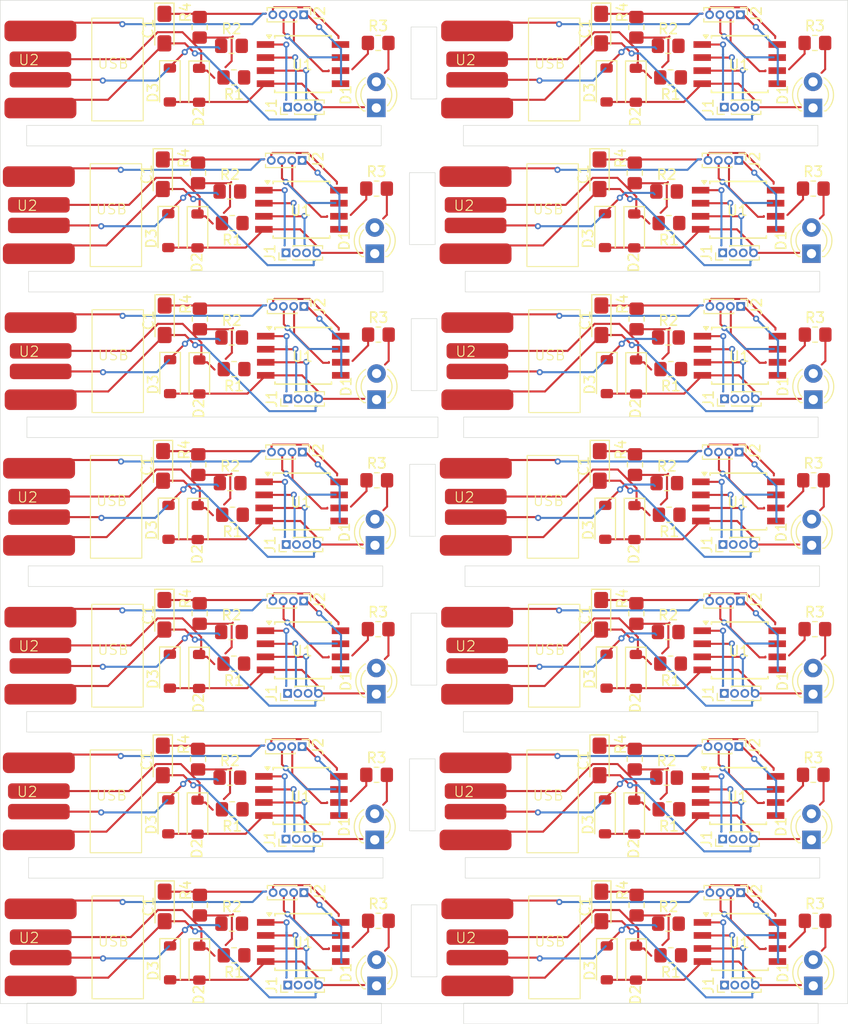
<source format=kicad_pcb>
(kicad_pcb (version 20240108) (generator "pcbnew") (generator_version "8.0")
  (layers (0 "F.Cu" signal) (31 "B.Cu" signal) (34 "B.Paste" user) (35 "F.Paste" user) (36 "B.SilkS" user "B.Silkscreen") (37 "F.SilkS" user "F.Silkscreen") (38 "B.Mask" user) (39 "F.Mask" user) (44 "Edge.Cuts" user))
  (net 0 "")
  (net 1 "+5V")
  (net 2 "GND")
  (net 3 "Net-(D2-K)")
  (net 4 "Net-(D3-K)")
  (net 5 "Net-(J1-Pin_1)")
  (net 6 "Net-(J1-Pin_2)")
  (net 7 "Net-(J1-Pin_3)")
  (net 8 "Net-(J2-Pin_2)")
  (net 9 "Net-(J2-Pin_1)")
  (net 10 "Net-(J2-Pin_3)")
  (net 11 "Net-(D1-A)")
  (footprint "Diode_SMD:D_SOD-123" (layer "F.Cu") (at 139.875 143.5904 -90)
    (property "Reference" "D2")
    (property "Value" "3V6" (hide yes))
  )
  (footprint "Connector_PinHeader_1.00mm:PinHeader_1x04_P1.00mm_Vertical" (layer "F.Cu") (at 191.1392 131.556 90)
    (property "Reference" "J1")
    (property "Value" "Conn_01x04" (hide yes))
  )
  (footprint "Resistor_SMD:R_0805_2012Metric_Pad1.20x1.40mm_HandSolder" (layer "F.Cu") (at 185.7532 85.8064 180)
    (property "Reference" "R1")
    (property "Value" "330R" (hide yes))
  )
  (footprint "Resistor_SMD:R_0805_2012Metric_Pad1.20x1.40mm_HandSolder" (layer "F.Cu") (at 182.6038 95.1326 -90)
    (property "Reference" "R4")
    (property "Value" "1k5" (hide yes))
  )
  (footprint "LED_THT:LED_D3.0mm" (layer "F.Cu") (at 157.2766 131.6322 90)
    (property "Reference" "D1")
    (property "Value" "LED" (hide yes))
  )
  (footprint "Connector_PinHeader_1.00mm:PinHeader_1x04_P1.00mm_Vertical" (layer "F.Cu") (at 190.9842 145.725 90)
    (property "Reference" "J1")
    (property "Value" "Conn_01x04" (hide yes))
  )
  (footprint "Resistor_SMD:R_0805_2012Metric_Pad1.20x1.40mm_HandSolder" (layer "F.Cu") (at 157.3224 110.8256)
    (property "Reference" "R3")
    (property "Value" "68R" (hide yes))
  )
  (footprint "Resistor_SMD:R_0805_2012Metric_Pad1.20x1.40mm_HandSolder" (layer "F.Cu") (at 143.4082 71.6374 180)
    (property "Reference" "R1")
    (property "Value" "330R" (hide yes))
  )
  (footprint "Diode_SMD:D_SOD-123" (layer "F.Cu") (at 182.53 129.4214 -90)
    (property "Reference" "D2")
    (property "Value" "3V6" (hide yes))
  )
  (footprint "Resistor_SMD:R_0805_2012Metric_Pad1.20x1.40mm_HandSolder" (layer "F.Cu") (at 185.9082 128.6604 180)
    (property "Reference" "R1")
    (property "Value" "330R" (hide yes))
  )
  (footprint "aTTINY_library footprint:PCB_USB_connector" (layer "F.Cu") (at 124.5868 70.8662)
    (property "Reference" "U2")
    (property "Value" "~")
  )
  (footprint "Resistor_SMD:R_0805_2012Metric_Pad1.20x1.40mm_HandSolder" (layer "F.Cu") (at 199.7994 139.4766)
    (property "Reference" "R3")
    (property "Value" "68R" (hide yes))
  )
  (footprint "Diode_SMD:D_SOD-123" (layer "F.Cu") (at 182.53 72.3984 -90)
    (property "Reference" "D2")
    (property "Value" "3V6" (hide yes))
  )
  (footprint "LED_THT:LED_D3.0mm" (layer "F.Cu") (at 157.1446 117.1502 90)
    (property "Reference" "D1")
    (property "Value" "LED" (hide yes))
  )
  (footprint "Diode_SMD:D_SOD-123" (layer "F.Cu") (at 182.553 100.7704 -90)
    (property "Reference" "D2")
    (property "Value" "3V6" (hide yes))
  )
  (footprint "LED_THT:LED_D3.0mm" (layer "F.Cu") (at 199.7996 102.9812 90)
    (property "Reference" "D1")
    (property "Value" "LED" (hide yes))
  )
  (footprint "Connector_PinHeader_1.00mm:PinHeader_1x04_P1.00mm_Vertical" (layer "F.Cu") (at 191.1392 74.533 90)
    (property "Reference" "J1")
    (property "Value" "Conn_01x04" (hide yes))
  )
  (footprint "Connector_PinHeader_1.00mm:PinHeader_1x04_P1.00mm_Vertical" (layer "F.Cu") (at 192.5538 79.7104 -90)
    (property "Reference" "J2")
    (property "Value" "Conn_01x04" (hide yes))
  )
  (footprint "Connector_PinHeader_1.00mm:PinHeader_1x04_P1.00mm_Vertical" (layer "F.Cu") (at 148.6392 74.533 90)
    (property "Reference" "J1")
    (property "Value" "Conn_01x04" (hide yes))
  )
  (footprint "Capacitor_Tantalum_SMD:CP_EIA-3216-18_Kemet-A_Pad1.58x1.35mm_HandSolder" (layer "F.Cu") (at 136.6748 95.2596 -90)
    (property "Reference" "C1")
    (property "Value" "100n" (hide yes))
  )
  (footprint "Connector_PinHeader_1.00mm:PinHeader_1x04_P1.00mm_Vertical" (layer "F.Cu") (at 192.7088 122.5644 -90)
    (property "Reference" "J2")
    (property "Value" "Conn_01x04" (hide yes))
  )
  (footprint "Connector_PinHeader_1.00mm:PinHeader_1x04_P1.00mm_Vertical" (layer "F.Cu") (at 150.2318 93.9134 -90)
    (property "Reference" "J2")
    (property "Value" "Conn_01x04" (hide yes))
  )
  (footprint "Resistor_SMD:R_0805_2012Metric_Pad1.20x1.40mm_HandSolder" (layer "F.Cu") (at 157.4774 96.6566)
    (property "Reference" "R3")
    (property "Value" "68R" (hide yes))
  )
  (footprint "Resistor_SMD:R_0805_2012Metric_Pad1.20x1.40mm_HandSolder" (layer "F.Cu") (at 157.2994 139.4766)
    (property "Reference" "R3")
    (property "Value" "68R" (hide yes))
  )
  (footprint "aTTINY_library footprint:PCB_USB_connector" (layer "F.Cu") (at 124.6098 99.2382)
    (property "Reference" "U2")
    (property "Value" "~")
  )
  (footprint "Resistor_SMD:R_0805_2012Metric_Pad1.20x1.40mm_HandSolder" (layer "F.Cu") (at 185.9312 157.0324 180)
    (property "Reference" "R1")
    (property "Value" "330R" (hide yes))
  )
  (footprint "Diode_SMD:D_SOD-123" (layer "F.Cu") (at 179.6852 129.397 -90)
    (property "Reference" "D3")
    (property "Value" "3V6" (hide yes))
  )
  (footprint "Package_SO:SOIC-8W_5.3x5.3mm_P1.27mm" (layer "F.Cu") (at 150.1392 127.365)
    (property "Reference" "U1")
    (property "Value" "ATtiny85-20S" (hide yes))
  )
  (footprint "Resistor_SMD:R_0805_2012Metric_Pad1.20x1.40mm_HandSolder" (layer "F.Cu") (at 143.4082 128.6604 180)
    (property "Reference" "R1")
    (property "Value" "330R" (hide yes))
  )
  (footprint "Connector_PinHeader_1.00mm:PinHeader_1x04_P1.00mm_Vertical" (layer "F.Cu") (at 192.5768 108.0824 -90)
    (property "Reference" "J2")
    (property "Value" "Conn_01x04" (hide yes))
  )
  (footprint "Package_SO:SOIC-8W_5.3x5.3mm_P1.27mm" (layer "F.Cu") (at 192.5072 112.883)
    (property "Reference" "U1")
    (property "Value" "ATtiny85-20S" (hide yes))
  )
  (footprint "aTTINY_library footprint:PCB_USB_connector" (layer "F.Cu") (at 124.4318 85.0352)
    (property "Reference" "U2")
    (property "Value" "~")
  )
  (footprint "Resistor_SMD:R_0805_2012Metric_Pad1.20x1.40mm_HandSolder" (layer "F.Cu") (at 143.0246 139.756)
    (property "Reference" "R2")
    (property "Value" "68R" (hide yes))
  )
  (footprint "Connector_PinHeader_1.00mm:PinHeader_1x04_P1.00mm_Vertical" (layer "F.Cu") (at 191.1622 102.905 90)
    (property "Reference" "J1")
    (property "Value" "Conn_01x04" (hide yes))
  )
  (footprint "Connector_PinHeader_1.00mm:PinHeader_1x04_P1.00mm_Vertical" (layer "F.Cu") (at 191.1622 159.928 90)
    (property "Reference" "J1")
    (property "Value" "Conn_01x04" (hide yes))
  )
  (footprint "Resistor_SMD:R_0805_2012Metric_Pad1.20x1.40mm_HandSolder" (layer "F.Cu") (at 185.6796 68.564)
    (property "Reference" "R2")
    (property "Value" "68R" (hide yes))
  )
  (footprint "Diode_SMD:D_SOD-123" (layer "F.Cu") (at 140.053 157.7934 -90)
    (property "Reference" "D2")
    (property "Value" "3V6" (hide yes))
  )
  (footprint "Connector_PinHeader_1.00mm:PinHeader_1x04_P1.00mm_Vertical" (layer "F.Cu") (at 192.7318 150.9364 -90)
    (property "Reference" "J2")
    (property "Value" "Conn_01x04" (hide yes))
  )
  (footprint "Diode_SMD:D_SOD-123" (layer "F.Cu") (at 182.375 143.5904 -90)
    (property "Reference" "D2")
    (property "Value" "3V6" (hide yes))
  )
  (footprint "Resistor_SMD:R_0805_2012Metric_Pad1.20x1.40mm_HandSolder" (layer "F.Cu") (at 143.1796 68.564)
    (property "Reference" "R2")
    (property "Value" "68R" (hide yes))
  )
  (footprint "Resistor_SMD:R_0805_2012Metric_Pad1.20x1.40mm_HandSolder" (layer "F.Cu") (at 199.7994 82.4536)
    (property "Reference" "R3")
    (property "Value" "68R" (hide yes))
  )
  (footprint "Resistor_SMD:R_0805_2012Metric_Pad1.20x1.40mm_HandSolder" (layer "F.Cu") (at 185.5246 139.756)
    (property "Reference" "R2")
    (property "Value" "68R" (hide yes))
  )
  (footprint "Package_SO:SOIC-8W_5.3x5.3mm_P1.27mm" (layer "F.Cu") (at 192.6622 155.737)
    (property "Reference" "U1")
    (property "Value" "ATtiny85-20S" (hide yes))
  )
  (footprint "Connector_PinHeader_1.00mm:PinHeader_1x04_P1.00mm_Vertical" (layer "F.Cu") (at 148.6392 131.556 90)
    (property "Reference" "J1")
    (property "Value" "Conn_01x04" (hide yes))
  )
  (footprint "Resistor_SMD:R_0805_2012Metric_Pad1.20x1.40mm_HandSolder" (layer "F.Cu") (at 199.9544 125.3076)
    (property "Reference" "R3")
    (property "Value" "68R" (hide yes))
  )
  (footprint "LED_THT:LED_D3.0mm" (layer "F.Cu") (at 199.7766 131.6322 90)
    (property "Reference" "D1")
    (property "Value" "LED" (hide yes))
  )
  (footprint "Diode_SMD:D_SOD-123" (layer "F.Cu") (at 179.6852 72.374 -90)
    (property "Reference" "D3")
    (property "Value" "3V6" (hide yes))
  )
  (footprint "Resistor_SMD:R_0805_2012Metric_Pad1.20x1.40mm_HandSolder" (layer "F.Cu") (at 157.2994 82.4536)
    (property "Reference" "R3")
    (property "Value" "68R" (hide yes))
  )
  (footprint "Resistor_SMD:R_0805_2012Metric_Pad1.20x1.40mm_HandSolder" (layer "F.Cu") (at 182.4488 109.3016 -90)
    (property "Reference" "R4")
    (property "Value" "1k5" (hide yes))
  )
  (footprint "Connector_PinHeader_1.00mm:PinHeader_1x04_P1.00mm_Vertical" (layer "F.Cu") (at 192.5538 136.7334 -90)
    (property "Reference" "J2")
    (property "Value" "Conn_01x04" (hide yes))
  )
  (footprint "Capacitor_Tantalum_SMD:CP_EIA-3216-18_Kemet-A_Pad1.58x1.35mm_HandSolder" (layer "F.Cu") (at 136.4968 138.0796 -90)
    (property "Reference" "C1")
    (property "Value" "100n" (hide yes))
  )
  (footprint "Diode_SMD:D_SOD-123" (layer "F.Cu") (at 137.0302 143.566 -90)
    (property "Reference" "D3")
    (property "Value" "3V6" (hide yes))
  )
  (footprint "aTTINY_library footprint:PCB_USB_connector" (layer "F.Cu") (at 166.9318 85.0352)
    (property "Reference" "U2")
    (property "Value" "~")
  )
  (footprint "Capacitor_Tantalum_SMD:CP_EIA-3216-18_Kemet-A_Pad1.58x1.35mm_HandSolder" (layer "F.Cu") (at 136.6518 66.8876 -90)
    (property "Reference" "C1")
    (property "Value" "100n" (hide yes))
  )
  (footprint "Capacitor_Tantalum_SMD:CP_EIA-3216-18_Kemet-A_Pad1.58x1.35mm_HandSolder" (layer "F.Cu") (at 136.6518 123.9106 -90)
    (property "Reference" "C1")
    (property "Value" "100n" (hide yes))
  )
  (footprint "Resistor_SMD:R_0805_2012Metric_Pad1.20x1.40mm_HandSolder" (layer "F.Cu") (at 143.2026 153.959)
    (property "Reference" "R2")
    (property "Value" "68R" (hide yes))
  )
  (footprint "Diode_SMD:D_SOD-123" (layer "F.Cu") (at 182.553 157.7934 -90)
    (property "Reference" "D2")
    (property "Value" "3V6" (hide yes))
  )
  (footprint "Package_SO:SOIC-8W_5.3x5.3mm_P1.27mm" (layer "F.Cu") (at 192.6622 98.714)
    (property "Reference" "U1")
    (property "Value" "ATtiny85-20S" (hide yes))
  )
  (footprint "Capacitor_Tantalum_SMD:CP_EIA-3216-18_Kemet-A_Pad1.58x1.35mm_HandSolder" (layer "F.Cu") (at 178.9968 81.0566 -90)
    (property "Reference" "C1")
    (property "Value" "100n" (hide yes))
  )
  (footprint "Resistor_SMD:R_0805_2012Metric_Pad1.20x1.40mm_HandSolder" (layer "F.Cu") (at 185.9082 71.6374 180)
    (property "Reference" "R1")
    (property "Value" "330R" (hide yes))
  )
  (footprint "LED_THT:LED_D3.0mm" (layer "F.Cu") (at 199.6216 88.7782 90)
    (property "Reference" "D1")
    (property "Value" "LED" (hide yes))
  )
  (footprint "Diode_SMD:D_SOD-123" (layer "F.Cu") (at 179.5302 143.566 -90)
    (property "Reference" "D3")
    (property "Value" "3V6" (hide yes))
  )
  (footprint "Package_SO:SOIC-8W_5.3x5.3mm_P1.27mm" (layer "F.Cu") (at 150.0072 112.883)
    (property "Reference" "U1")
    (property "Value" "ATtiny85-20S" (hide yes))
  )
  (footprint "Resistor_SMD:R_0805_2012Metric_Pad1.20x1.40mm_HandSolder" (layer "F.Cu") (at 185.6796 125.587)
    (property "Reference" "R2")
    (property "Value" "68R" (hide yes))
  )
  (footprint "Package_SO:SOIC-8W_5.3x5.3mm_P1.27mm" (layer "F.Cu") (at 192.6392 127.365)
    (property "Reference" "U1")
    (property "Value" "ATtiny85-20S" (hide yes))
  )
  (footprint "Diode_SMD:D_SOD-123" (layer "F.Cu") (at 139.875 86.5674 -90)
    (property "Reference" "D2")
    (property "Value" "3V6" (hide yes))
  )
  (footprint "Connector_PinHeader_1.00mm:PinHeader_1x04_P1.00mm_Vertical" (layer "F.Cu") (at 150.2318 150.9364 -90)
    (property "Reference" "J2")
    (property "Value" "Conn_01x04" (hide yes))
  )
  (footprint "Capacitor_Tantalum_SMD:CP_EIA-3216-18_Kemet-A_Pad1.58x1.35mm_HandSolder" (layer "F.Cu") (at 179.1518 123.9106 -90)
    (property "Reference" "C1")
    (property "Value" "100n" (hide yes))
  )
  (footprint "Diode_SMD:D_SOD-123" (layer "F.Cu") (at 179.7082 100.746 -90)
    (property "Reference" "D3")
    (property "Value" "3V6" (hide yes))
  )
  (footprint "Resistor_SMD:R_0805_2012Metric_Pad1.20x1.40mm_HandSolder" (layer "F.Cu") (at 185.7762 114.1784 180)
    (property "Reference" "R1")
    (property "Value" "330R" (hide yes))
  )
  (footprint "Resistor_SMD:R_0805_2012Metric_Pad1.20x1.40mm_HandSolder" (layer "F.Cu") (at 143.2532 85.8064 180)
    (property "Reference" "R1")
    (property "Value" "330R" (hide yes))
  )
  (footprint "LED_THT:LED_D3.0mm" (layer "F.Cu") (at 157.1216 88.7782 90)
    (property "Reference" "D1")
    (property "Value" "LED" (hide yes))
  )
  (footprint "Resistor_SMD:R_0805_2012Metric_Pad1.20x1.40mm_HandSolder" (layer "F.Cu") (at 143.1796 125.587)
    (property "Reference" "R2")
    (property "Value" "68R" (hide yes))
  )
  (footprint "Diode_SMD:D_SOD-123" (layer "F.Cu") (at 137.1852 129.397 -90)
    (property "Reference" "D3")
    (property "Value" "3V6" (hide yes))
  )
  (footprint "Resistor_SMD:R_0805_2012Metric_Pad1.20x1.40mm_HandSolder" (layer "F.Cu") (at 143.0246 82.733)
    (property "Reference" "R2")
    (property "Value" "68R" (hide yes))
  )
  (footprint "Diode_SMD:D_SOD-123" (layer "F.Cu") (at 137.0302 86.543 -90)
    (property "Reference" "D3")
    (property "Value" "3V6" (hide yes))
  )
  (footprint "Diode_SMD:D_SOD-123" (layer "F.Cu") (at 137.1852 72.374 -90)
    (property "Reference" "D3")
    (property "Value" "3V6" (hide yes))
  )
  (footprint "Resistor_SMD:R_0805_2012Metric_Pad1.20x1.40mm_HandSolder" (layer "F.Cu") (at 185.9312 100.0094 180)
    (property "Reference" "R1")
    (property "Value" "330R" (hide yes))
  )
  (footprint "aTTINY_library footprint:PCB_USB_connector" (layer "F.Cu") (at 124.4548 113.4072)
    (property "Reference" "U2")
    (property "Value" "~")
  )
  (footprint "Package_SO:SOIC-8W_5.3x5.3mm_P1.27mm" (layer "F.Cu") (at 192.4842 84.511)
    (property "Reference" "U1")
    (property "Value" "ATtiny85-20S" (hide yes))
  )
  (footprint "Capacitor_Tantalum_SMD:CP_EIA-3216-18_Kemet-A_Pad1.58x1.35mm_HandSolder" (layer "F.Cu") (at 179.0198 109.4286 -90)
    (property "Reference" "C1")
    (property "Value" "100n" (hide yes))
  )
  (footprint "Diode_SMD:D_SOD-123" (layer "F.Cu") (at 140.03 72.3984 -90)
    (property "Reference" "D2")
    (property "Value" "3V6" (hide yes))
  )
  (footprint "Resistor_SMD:R_0805_2012Metric_Pad1.20x1.40mm_HandSolder" (layer "F.Cu") (at 182.5808 66.7606 -90)
    (property "Reference" "R4")
    (property "Value" "1k5" (hide yes))
  )
  (footprint "Diode_SMD:D_SOD-123" (layer "F.Cu") (at 137.2082 100.746 -90)
    (property "Reference" "D3")
    (property "Value" "3V6" (hide yes))
  )
  (footprint "Package_SO:SOIC-8W_5.3x5.3mm_P1.27mm" (layer "F.Cu") (at 149.9842 84.511)
    (property "Reference" "U1")
    (property "Value" "ATtiny85-20S" (hide yes))
  )
  (footprint "Connector_PinHeader_1.00mm:PinHeader_1x04_P1.00mm_Vertical" (layer "F.Cu") (at 150.2088 65.5414 -90)
    (property "Reference" "J2")
    (property "Value" "Conn_01x04" (hide yes))
  )
  (footprint "Connector_PinHeader_1.00mm:PinHeader_1x04_P1.00mm_Vertical" (layer "F.Cu") (at 148.4842 88.702 90)
    (property "Reference" "J1")
    (property "Value" "Conn_01x04" (hide yes))
  )
  (footprint "Resistor_SMD:R_0805_2012Metric_Pad1.20x1.40mm_HandSolder" (layer "F.Cu") (at 157.4544 68.2846)
    (property "Reference" "R3")
    (property "Value" "68R" (hide yes))
  )
  (footprint "Diode_SMD:D_SOD-123" (layer "F.Cu") (at 139.898 114.9394 -90)
    (property "Reference" "D2")
    (property "Value" "3V6" (hide yes))
  )
  (footprint "Resistor_SMD:R_0805_2012Metric_Pad1.20x1.40mm_HandSolder" (layer "F.Cu") (at 143.0476 111.105)
    (property "Reference" "R2")
    (property "Value" "68R" (hide yes))
  )
  (footprint "Diode_SMD:D_SOD-123" (layer "F.Cu") (at 179.5532 114.915 -90)
    (property "Reference" "D3")
    (property "Value" "3V6" (hide yes))
  )
  (footprint "Capacitor_Tantalum_SMD:CP_EIA-3216-18_Kemet-A_Pad1.58x1.35mm_HandSolder" (layer "F.Cu") (at 178.9968 138.0796 -90)
    (property "Reference" "C1")
    (property "Value" "100n" (hide yes))
  )
  (footprint "LED_THT:LED_D3.0mm" (layer "F.Cu") (at 157.1216 145.8012 90)
    (property "Reference" "D1")
    (property "Value" "LED" (hide yes))
  )
  (footprint "Resistor_SMD:R_0805_2012Metric_Pad1.20x1.40mm_HandSolder" (layer "F.Cu") (at 182.6038 152.1556 -90)
    (property "Reference" "R4")
    (property "Value" "1k5" (hide yes))
  )
  (footprint "Resistor_SMD:R_0805_2012Metric_Pad1.20x1.40mm_HandSolder" (layer "F.Cu") (at 139.9258 80.9296 -90)
    (property "Reference" "R4")
    (property "Value" "1k5" (hide yes))
  )
  (footprint "aTTINY_library footprint:PCB_USB_connector" (layer "F.Cu") (at 167.1098 156.2612)
    (property "Reference" "U2")
    (property "Value" "~")
  )
  (footprint "aTTINY_library footprint:PCB_USB_connector" (layer "F.Cu") (at 167.1098 99.2382)
    (property "Reference" "U2")
    (property "Value" "~")
  )
  (footprint "Diode_SMD:D_SOD-123" (layer "F.Cu") (at 140.053 100.7704 -90)
    (property "Reference" "D2")
    (property "Value" "3V6" (hide yes))
  )
  (footprint "LED_THT:LED_D3.0mm" (layer "F.Cu") (at 157.2996 160.0042 90)
    (property "Reference" "D1")
    (property "Value" "LED" (hide yes))
  )
  (footprint "Resistor_SMD:R_0805_2012Metric_Pad1.20x1.40mm_HandSolder" (layer "F.Cu") (at 185.5476 111.105)
    (property "Reference" "R2")
    (property "Value" "68R" (hide yes))
  )
  (footprint "LED_THT:LED_D3.0mm" (layer "F.Cu") (at 199.7766 74.6092 90)
    (property "Reference" "D1")
    (property "Value" "LED" (hide yes))
  )
  (footprint "aTTINY_library footprint:PCB_USB_connector" (layer "F.Cu") (at 166.9548 113.4072)
    (property "Reference" "U2")
    (property "Value" "~")
  )
  (footprint "Connector_PinHeader_1.00mm:PinHeader_1x04_P1.00mm_Vertical" (layer "F.Cu") (at 148.6622 159.928 90)
    (property "Reference" "J1")
    (property "Value" "Conn_01x04" (hide yes))
  )
  (footprint "Package_SO:SOIC-8W_5.3x5.3mm_P1.27mm" (layer "F.Cu") (at 150.1622 155.737)
    (property "Reference" "U1")
    (property "Value" "ATtiny85-20S" (hide yes))
  )
  (footprint "Connector_PinHeader_1.00mm:PinHeader_1x04_P1.00mm_Vertical" (layer "F.Cu") (at 148.6622 102.905 90)
    (property "Reference" "J1")
    (property "Value" "Conn_01x04" (hide yes))
  )
  (footprint "aTTINY_library footprint:PCB_USB_connector" (layer "F.Cu") (at 167.0868 70.8662)
    (property "Reference" "U2")
    (property "Value" "~")
  )
  (footprint "Resistor_SMD:R_0805_2012Metric_Pad1.20x1.40mm_HandSolder" (layer "F.Cu") (at 182.4258 80.9296 -90)
    (property "Reference" "R4")
    (property "Value" "1k5" (hide yes))
  )
  (footprint "Resistor_SMD:R_0805_2012Metric_Pad1.20x1.40mm_HandSolder" (layer "F.Cu") (at 199.9544 68.2846)
    (property "Reference" "R3")
    (property "Value" "68R" (hide yes))
  )
  (footprint "Diode_SMD:D_SOD-123" (layer "F.Cu") (at 179.7082 157.769 -90)
    (property "Reference" "D3")
    (property "Value" "3V6" (hide yes))
  )
  (footprint "aTTINY_library footprint:PCB_USB_connector" (layer "F.Cu") (at 166.9318 142.0582)
    (property "Reference" "U2")
    (property "Value" "~")
  )
  (footprint "Capacitor_Tantalum_SMD:CP_EIA-3216-18_Kemet-A_Pad1.58x1.35mm_HandSolder" (layer "F.Cu") (at 179.1518 66.8876 -90)
    (property "Reference" "C1")
    (property "Value" "100n" (hide yes))
  )
  (footprint "Connector_PinHeader_1.00mm:PinHeader_1x04_P1.00mm_Vertical" (layer "F.Cu") (at 192.7318 93.9134 -90)
    (property "Reference" "J2")
    (property "Value" "Conn_01x04" (hide yes))
  )
  (footprint "Resistor_SMD:R_0805_2012Metric_Pad1.20x1.40mm_HandSolder" (layer "F.Cu") (at 157.4774 153.6796)
    (property "Reference" "R3")
    (property "Value" "68R" (hide yes))
  )
  (footprint "aTTINY_library footprint:PCB_USB_connector" (layer "F.Cu") (at 124.4318 142.0582)
    (property "Reference" "U2")
    (property "Value" "~")
  )
  (footprint "Capacitor_Tantalum_SMD:CP_EIA-3216-18_Kemet-A_Pad1.58x1.35mm_HandSolder" (layer "F.Cu") (at 136.5198 109.4286 -90)
    (property "Reference" "C1")
    (property "Value" "100n" (hide yes))
  )
  (footprint "Resistor_SMD:R_0805_2012Metric_Pad1.20x1.40mm_HandSolder" (layer "F.Cu") (at 185.7026 153.959)
    (property "Reference" "R2")
    (property "Value" "68R" (hide yes))
  )
  (footprint "Package_SO:SOIC-8W_5.3x5.3mm_P1.27mm" (layer "F.Cu") (at 192.6392 70.342)
    (property "Reference" "U1")
    (property "Value" "ATtiny85-20S" (hide yes))
  )
  (footprint "Capacitor_Tantalum_SMD:CP_EIA-3216-18_Kemet-A_Pad1.58x1.35mm_HandSolder" (layer "F.Cu") (at 179.1748 95.2596 -90)
    (property "Reference" "C1")
    (property "Value" "100n" (hide yes))
  )
  (footprint "LED_THT:LED_D3.0mm" (layer "F.Cu") (at 199.6216 145.8012 90)
    (property "Reference" "D1")
    (property "Value" "LED" (hide yes))
  )
  (footprint "Resistor_SMD:R_0805_2012Metric_Pad1.20x1.40mm_HandSolder" (layer "F.Cu") (at 143.4312 100.0094 180)
    (property "Reference" "R1")
    (property "Value" "330R" (hide yes))
  )
  (footprint "Connector_PinHeader_1.00mm:PinHeader_1x04_P1.00mm_Vertical" (layer "F.Cu") (at 148.4842 145.725 90)
    (property "Reference" "J1")
    (property "Value" "Conn_01x04" (hide yes))
  )
  (footprint "Diode_SMD:D_SOD-123" (layer "F.Cu") (at 140.03 129.4214 -90)
    (property "Reference" "D2")
    (property "Value" "3V6" (hide yes))
  )
  (footprint "Package_SO:SOIC-8W_5.3x5.3mm_P1.27mm" (layer "F.Cu") (at 149.9842 141.534)
    (property "Reference" "U1")
    (property "Value" "ATtiny85-20S" (hide yes))
  )
  (footprint "Resistor_SMD:R_0805_2012Metric_Pad1.20x1.40mm_HandSolder" (layer "F.Cu") (at 140.0808 123.7836 -90)
    (property "Reference" "R4")
    (property "Value" "1k5" (hide yes))
  )
  (footprint "Resistor_SMD:R_0805_2012Metric_Pad1.20x1.40mm_HandSolder" (layer "F.Cu") (at 157.4544 125.3076)
    (property "Reference" "R3")
    (property "Value" "68R" (hide yes))
  )
  (footprint "LED_THT:LED_D3.0mm" (layer "F.Cu") (at 199.7996 160.0042 90)
    (property "Reference" "D1")
    (property "Value" "LED" (hide yes))
  )
  (footprint "LED_THT:LED_D3.0mm" (layer "F.Cu") (at 157.2996 102.9812 90)
    (property "Reference" "D1")
    (property "Value" "LED" (hide yes))
  )
  (footprint "Connector_PinHeader_1.00mm:PinHeader_1x04_P1.00mm_Vertical" (layer "F.Cu") (at 150.2088 122.5644 -90)
    (property "Reference" "J2")
    (property "Value" "Conn_01x04" (hide yes))
  )
  (footprint "Diode_SMD:D_SOD-123" (layer "F.Cu") (at 179.5302 86.543 -90)
    (property "Reference" "D3")
    (property "Value" "3V6" (hide yes))
  )
  (footprint "Resistor_SMD:R_0805_2012Metric_Pad1.20x1.40mm_HandSolder" (layer "F.Cu") (at 199.8224 110.8256)
    (property "Reference" "R3")
    (property "Value" "68R" (hide yes))
  )
  (footprint "Resistor_SMD:R_0805_2012Metric_Pad1.20x1.40mm_HandSolder" (layer "F.Cu") (at 182.4258 137.9526 -90)
    (property "Reference" "R4")
    (property "Value" "1k5" (hide yes))
  )
  (footprint "LED_THT:LED_D3.0mm" (layer "F.Cu") (at 199.6446 117.1502 90)
    (property "Reference" "D1")
    (property "Value" "LED" (hide yes))
  )
  (footprint "Connector_PinHeader_1.00mm:PinHeader_1x04_P1.00mm_Vertical" (layer "F.Cu") (at 148.5072 117.074 90)
    (property "Reference" "J1")
    (property "Value" "Conn_01x04" (hide yes))
  )
  (footprint "Resistor_SMD:R_0805_2012Metric_Pad1.20x1.40mm_HandSolder" (layer "F.Cu") (at 185.7026 96.936)
    (property "Reference" "R2")
    (property "Value" "68R" (hide yes))
  )
  (footprint "Resistor_SMD:R_0805_2012Metric_Pad1.20x1.40mm_HandSolder" (layer "F.Cu") (at 199.9774 96.6566)
    (property "Reference" "R3")
    (property "Value" "68R" (hide yes))
  )
  (footprint "Diode_SMD:D_SOD-123" (layer "F.Cu") (at 137.2082 157.769 -90)
    (property "Reference" "D3")
    (property "Value" "3V6" (hide yes))
  )
  (footprint "Resistor_SMD:R_0805_2012Metric_Pad1.20x1.40mm_HandSolder" (layer "F.Cu") (at 143.2532 142.8294 180)
    (property "Reference" "R1")
    (property "Value" "330R" (hide yes))
  )
  (footprint "Diode_SMD:D_SOD-123" (layer "F.Cu") (at 137.0532 114.915 -90)
    (property "Reference" "D3")
    (property "Value" "3V6" (hide yes))
  )
  (footprint "Resistor_SMD:R_0805_2012Metric_Pad1.20x1.40mm_HandSolder" (layer "F.Cu") (at 143.2762 114.1784 180)
    (property "Reference" "R1")
    (property "Value" "330R" (hide yes))
  )
  (footprint "Package_SO:SOIC-8W_5.3x5.3mm_P1.27mm" (layer "F.Cu") (at 150.1622 98.714)
    (property "Reference" "U1")
    (property "Value" "ATtiny85-20S" (hide yes))
  )
  (footprint "Connector_PinHeader_1.00mm:PinHeader_1x04_P1.00mm_Vertical" (layer "F.Cu") (at 150.0538 136.7334 -90)
    (property "Reference" "J2")
    (property "Value" "Conn_01x04" (hide yes))
  )
  (footprint "aTTINY_library footprint:PCB_USB_connector" (layer "F.Cu") (at 124.5868 127.8892)
    (property "Reference" "U2")
    (property "Value" "~")
  )
  (footprint "Resistor_SMD:R_0805_2012Metric_Pad1.20x1.40mm_HandSolder" (layer "F.Cu") (at 143.2026 96.936)
    (property "Reference" "R2")
    (property "Value" "68R" (hide yes))
  )
  (footprint "Capacitor_Tantalum_SMD:CP_EIA-3216-18_Kemet-A_Pad1.58x1.35mm_HandSolder" (layer "F.Cu") (at 136.6748 152.2826 -90)
    (property "Reference" "C1")
    (property "Value" "100n" (hide yes))
  )
  (footprint "Resistor_SMD:R_0805_2012Metric_Pad1.20x1.40mm_HandSolder" (layer "F.Cu") (at 143.4312 157.0324 180)
    (property "Reference" "R1")
    (property "Value" "330R" (hide yes))
  )
  (footprint "Resistor_SMD:R_0805_2012Metric_Pad1.20x1.40mm_HandSolder" (layer "F.Cu") (at 140.1038 152.1556 -90)
    (property "Reference" "R4")
    (property "Value" "1k5" (hide yes))
  )
  (footprint "Capacitor_Tantalum_SMD:CP_EIA-3216-18_Kemet-A_Pad1.58x1.35mm_HandSolder" (layer "F.Cu") (at 136.4968 81.0566 -90)
    (property "Reference" "C1")
    (property "Value" "100n" (hide yes))
  )
  (footprint "Connector_PinHeader_1.00mm:PinHeader_1x04_P1.00mm_Vertical" (layer "F.Cu") (at 150.0538 79.7104 -90)
    (property "Reference" "J2")
    (property "Value" "Conn_01x04" (hide yes))
  )
  (footprint "aTTINY_library footprint:PCB_USB_connector" (layer "F.Cu") (at 167.0868 127.8892)
    (property "Reference" "U2")
    (property "Value" "~")
  )
  (footprint "Resistor_SMD:R_0805_2012Metric_Pad1.20x1.40mm_HandSolder" (layer "F.Cu") (at 185.7532 142.8294 180)
    (property "Reference" "R1")
    (property "Value" "330R" (hide yes))
  )
  (footprint "Package_SO:SOIC-8W_5.3x5.3mm_P1.27mm" (layer "F.Cu") (at 150.1392 70.342)
    (property "Reference" "U1")
    (property "Value" "ATtiny85-20S" (hide yes))
  )
  (footprint "LED_THT:LED_D3.0mm" (layer "F.Cu") (at 157.2766 74.6092 90)
    (property "Reference" "D1")
    (property "Value" "LED" (hide yes))
  )
  (footprint "Resistor_SMD:R_0805_2012Metric_Pad1.20x1.40mm_HandSolder" (layer "F.Cu") (at 139.9488 109.3016 -90)
    (property "Reference" "R4")
    (property "Value" "1k5" (hide yes))
  )
  (footprint "Package_SO:SOIC-8W_5.3x5.3mm_P1.27mm" (layer "F.Cu") (at 192.4842 141.534)
    (property "Reference" "U1")
    (property "Value" "ATtiny85-20S" (hide yes))
  )
  (footprint "Connector_PinHeader_1.00mm:PinHeader_1x04_P1.00mm_Vertical" (layer "F.Cu") (at 150.0768 108.0824 -90)
    (property "Reference" "J2")
    (property "Value" "Conn_01x04" (hide yes))
  )
  (footprint "Connector_PinHeader_1.00mm:PinHeader_1x04_P1.00mm_Vertical" (layer "F.Cu") (at 192.7088 65.5414 -90)
    (property "Reference" "J2")
    (property "Value" "Conn_01x04" (hide yes))
  )
  (footprint "Resistor_SMD:R_0805_2012Metric_Pad1.20x1.40mm_HandSolder" (layer "F.Cu") (at 199.9774 153.6796)
    (property "Reference" "R3")
    (property "Value" "68R" (hide yes))
  )
  (footprint "Resistor_SMD:R_0805_2012Metric_Pad1.20x1.40mm_HandSolder" (layer "F.Cu") (at 185.5246 82.733)
    (property "Reference" "R2")
    (property "Value" "68R" (hide yes))
  )
  (footprint "Resistor_SMD:R_0805_2012Metric_Pad1.20x1.40mm_HandSolder" (layer "F.Cu") (at 140.1038 95.1326 -90)
    (property "Reference" "R4")
    (property "Value" "1k5" (hide yes))
  )
  (footprint "Resistor_SMD:R_0805_2012Metric_Pad1.20x1.40mm_HandSolder" (layer "F.Cu") (at 140.0808 66.7606 -90)
    (property "Reference" "R4")
    (property "Value" "1k5" (hide yes))
  )
  (footprint "Diode_SMD:D_SOD-123" (layer "F.Cu") (at 182.398 114.9394 -90)
    (property "Reference" "D2")
    (property "Value" "3V6" (hide yes))
  )
  (footprint "Resistor_SMD:R_0805_2012Metric_Pad1.20x1.40mm_HandSolder" (layer "F.Cu") (at 182.5808 123.7836 -90)
    (property "Reference" "R4")
    (property "Value" "1k5" (hide yes))
  )
  (footprint "Connector_PinHeader_1.00mm:PinHeader_1x04_P1.00mm_Vertical" (layer "F.Cu") (at 191.0072 117.074 90)
    (property "Reference" "J1")
    (property "Value" "Conn_01x04" (hide yes))
  )
  (footprint "aTTINY_library footprint:PCB_USB_connector" (layer "F.Cu") (at 124.6098 156.2612)
    (property "Reference" "U2")
    (property "Value" "~")
  )
  (footprint "Connector_PinHeader_1.00mm:PinHeader_1x04_P1.00mm_Vertical" (layer "F.Cu") (at 190.9842 88.702 90)
    (property "Reference" "J1")
    (property "Value" "Conn_01x04" (hide yes))
  )
  (footprint "Capacitor_Tantalum_SMD:CP_EIA-3216-18_Kemet-A_Pad1.58x1.35mm_HandSolder" (layer "F.Cu") (at 179.1748 152.2826 -90)
    (property "Reference" "C1")
    (property "Value" "100n" (hide yes))
  )
  (footprint "Diode_SMD:D_SOD-123" (layer "F.Cu") (at 182.375 86.5674 -90)
    (property "Reference" "D2")
    (property "Value" "3V6" (hide yes))
  )
  (footprint "Resistor_SMD:R_0805_2012Metric_Pad1.20x1.40mm_HandSolder" (layer "F.Cu") (at 139.9258 137.9526 -90)
    (property "Reference" "R4")
    (property "Value" "1k5" (hide yes))
  )
  (gr_rect (start 160.523 109.272) (end 163.023 116.272) (stroke (width 0.05)) (fill none) (layer "Edge.Cuts"))
  (gr_rect (start 165.773 161.695) (end 200.273 163.695) (stroke (width 0.05)) (fill none) (layer "Edge.Cuts"))
  (gr_rect (start 123.273 161.695) (end 157.773 163.695) (stroke (width 0.05)) (fill none) (layer "Edge.Cuts"))
  (gr_rect (start 123.25 133.323) (end 157.75 135.323) (stroke (width 0.05)) (fill none) (layer "Edge.Cuts"))
  (gr_rect (start 123.428 147.526) (end 157.928 149.526) (stroke (width 0.05)) (fill none) (layer "Edge.Cuts"))
  (gr_rect (start 123.405 119.154) (end 157.905 121.154) (stroke (width 0.05)) (fill none) (layer "Edge.Cuts"))
  (gr_rect (start 165.75 133.323) (end 200.25 135.323) (stroke (width 0.05)) (fill none) (layer "Edge.Cuts"))
  (gr_rect (start 160.655 66.731) (end 163.155 73.731) (stroke (width 0.05)) (fill none) (layer "Edge.Cuts"))
  (gr_rect (start 160.5 80.9) (end 163 87.9) (stroke (width 0.05)) (fill none) (layer "Edge.Cuts"))
  (gr_rect (start 160.5 137.923) (end 163 144.923) (stroke (width 0.05)) (fill none) (layer "Edge.Cuts"))
  (gr_rect (start 120.678 64.131) (end 203.155 161.726) (stroke (width 0.05)) (fill none) (layer "Edge.Cuts"))
  (gr_rect (start 160.655 123.754) (end 163.155 130.754) (stroke (width 0.05)) (fill none) (layer "Edge.Cuts"))
  (gr_rect (start 123.25 76.3) (end 157.75 78.3) (stroke (width 0.05)) (fill none) (layer "Edge.Cuts"))
  (gr_rect (start 165.905 119.154) (end 200.405 121.154) (stroke (width 0.05)) (fill none) (layer "Edge.Cuts"))
  (gr_rect (start 160.678 95.103) (end 163.178 102.103) (stroke (width 0.05)) (fill none) (layer "Edge.Cuts"))
  (gr_rect (start 160.678 152.126) (end 163.178 159.126) (stroke (width 0.05)) (fill none) (layer "Edge.Cuts"))
  (gr_rect (start 165.773 104.672) (end 200.273 106.672) (stroke (width 0.05)) (fill none) (layer "Edge.Cuts"))
  (gr_rect (start 165.928 90.503) (end 200.428 92.503) (stroke (width 0.05)) (fill none) (layer "Edge.Cuts"))
  (gr_rect (start 165.928 147.526) (end 200.428 149.526) (stroke (width 0.05)) (fill none) (layer "Edge.Cuts"))
  (gr_rect (start 165.75 76.3) (end 200.25 78.3) (stroke (width 0.05)) (fill none) (layer "Edge.Cuts"))
  (gr_rect (start 123.428 90.503) (end 157.928 92.503) (stroke (width 0.05)) (fill none) (layer "Edge.Cuts"))
  (gr_rect (start 123.273 104.672) (end 163.273 106.672) (stroke (width 0.05)) (fill none) (layer "Edge.Cuts"))
  (segment (start 136.4968 136.6421) (end 146.3345 136.6421) (width 0.2) (layer "F.Cu") (net 1))
  (segment (start 167.2662 66.3126) (end 174.9192 66.3126) (width 0.2) (layer "F.Cu") (net 1))
  (segment (start 174.9422 94.6846) (end 175.0854 94.8278) (width 0.2) (layer "F.Cu") (net 1))
  (segment (start 188.9895 122.4731) (end 189.0252 122.4374) (width 0.2) (layer "F.Cu") (net 1))
  (segment (start 124.7892 151.7076) (end 132.4422 151.7076) (width 0.2) (layer "F.Cu") (net 1))
  (segment (start 132.4422 151.7076) (end 132.5854 151.8508) (width 0.2) (layer "F.Cu") (net 1))
  (segment (start 124.7892 94.6846) (end 132.4422 94.6846) (width 0.2) (layer "F.Cu") (net 1))
  (segment (start 174.7642 80.4816) (end 174.9074 80.6248) (width 0.2) (layer "F.Cu") (net 1))
  (segment (start 179.1748 150.8451) (end 189.0125 150.8451) (width 0.2) (layer "F.Cu") (net 1))
  (segment (start 136.6748 93.8221) (end 146.5125 93.8221) (width 0.2) (layer "F.Cu") (net 1))
  (segment (start 167.1112 80.4816) (end 174.7642 80.4816) (width 0.2) (layer "F.Cu") (net 1))
  (segment (start 124.7662 123.3356) (end 132.4192 123.3356) (width 0.2) (layer "F.Cu") (net 1))
  (segment (start 189.0125 93.8221) (end 189.0482 93.7864) (width 0.2) (layer "F.Cu") (net 1))
  (segment (start 132.2642 137.5046) (end 132.4074 137.6478) (width 0.2) (layer "F.Cu") (net 1))
  (segment (start 151.6622 102.905) (end 156.0996 102.905) (width 0.2) (layer "F.Cu") (net 1))
  (segment (start 146.3345 136.6421) (end 146.3702 136.6064) (width 0.2) (layer "F.Cu") (net 1))
  (segment (start 179.1748 93.8221) (end 189.0125 93.8221) (width 0.2) (layer "F.Cu") (net 1))
  (segment (start 179.1518 65.4501) (end 188.9895 65.4501) (width 0.2) (layer "F.Cu") (net 1))
  (segment (start 179.0198 107.9911) (end 188.8575 107.9911) (width 0.2) (layer "F.Cu") (net 1))
  (segment (start 188.9895 65.4501) (end 189.0252 65.4144) (width 0.2) (layer "F.Cu") (net 1))
  (segment (start 146.5125 150.8451) (end 146.5482 150.8094) (width 0.2) (layer "F.Cu") (net 1))
  (segment (start 167.2892 94.6846) (end 174.9422 94.6846) (width 0.2) (layer "F.Cu") (net 1))
  (segment (start 132.4192 123.3356) (end 132.5624 123.4788) (width 0.2) (layer "F.Cu") (net 1))
  (segment (start 194.1392 74.533) (end 198.5766 74.533) (width 0.2) (layer "F.Cu") (net 1))
  (segment (start 178.9968 136.6421) (end 188.8345 136.6421) (width 0.2) (layer "F.Cu") (net 1))
  (segment (start 174.7642 137.5046) (end 174.9074 137.6478) (width 0.2) (layer "F.Cu") (net 1))
  (segment (start 146.3575 107.9911) (end 146.3932 107.9554) (width 0.2) (layer "F.Cu") (net 1))
  (segment (start 174.9192 66.3126) (end 175.0624 66.4558) (width 0.2) (layer "F.Cu") (net 1))
  (segment (start 151.5072 117.074) (end 155.9446 117.074) (width 0.2) (layer "F.Cu") (net 1))
  (segment (start 174.7872 108.8536) (end 174.9304 108.9968) (width 0.2) (layer "F.Cu") (net 1))
  (segment (start 167.2662 123.3356) (end 174.9192 123.3356) (width 0.2) (layer "F.Cu") (net 1))
  (segment (start 136.5198 107.9911) (end 146.3575 107.9911) (width 0.2) (layer "F.Cu") (net 1))
  (segment (start 174.9192 123.3356) (end 175.0624 123.4788) (width 0.2) (layer "F.Cu") (net 1))
  (segment (start 132.2642 80.4816) (end 132.4074 80.6248) (width 0.2) (layer "F.Cu") (net 1))
  (segment (start 188.8345 79.6191) (end 188.8702 79.5834) (width 0.2) (layer "F.Cu") (net 1))
  (segment (start 189.0125 150.8451) (end 189.0482 150.8094) (width 0.2) (layer "F.Cu") (net 1))
  (segment (start 151.6392 131.556) (end 156.0766 131.556) (width 0.2) (layer "F.Cu") (net 1))
  (segment (start 124.6112 80.4816) (end 132.2642 80.4816) (width 0.2) (layer "F.Cu") (net 1))
  (segment (start 136.4968 79.6191) (end 146.3345 79.6191) (width 0.2) (layer "F.Cu") (net 1))
  (segment (start 151.4842 88.702) (end 155.9216 88.702) (width 0.2) (layer "F.Cu") (net 1))
  (segment (start 132.4192 66.3126) (end 132.5624 66.4558) (width 0.2) (layer "F.Cu") (net 1))
  (segment (start 136.6518 122.4731) (end 146.4895 122.4731) (width 0.2) (layer "F.Cu") (net 1))
  (segment (start 193.9842 145.725) (end 198.4216 145.725) (width 0.2) (layer "F.Cu") (net 1))
  (segment (start 167.1342 108.8536) (end 174.7872 108.8536) (width 0.2) (layer "F.Cu") (net 1))
  (segment (start 194.1622 102.905) (end 198.5996 102.905) (width 0.2) (layer "F.Cu") (net 1))
  (segment (start 167.2892 151.7076) (end 174.9422 151.7076) (width 0.2) (layer "F.Cu") (net 1))
  (segment (start 188.8575 107.9911) (end 188.8932 107.9554) (width 0.2) (layer "F.Cu") (net 1))
  (segment (start 146.5125 93.8221) (end 146.5482 93.7864) (width 0.2) (layer "F.Cu") (net 1))
  (segment (start 188.8345 136.6421) (end 188.8702 136.6064) (width 0.2) (layer "F.Cu") (net 1))
  (segment (start 174.9422 151.7076) (end 175.0854 151.8508) (width 0.2) (layer "F.Cu") (net 1))
  (segment (start 146.3345 79.6191) (end 146.3702 79.5834) (width 0.2) (layer "F.Cu") (net 1))
  (segment (start 146.4895 65.4501) (end 146.5252 65.4144) (width 0.2) (layer "F.Cu") (net 1))
  (segment (start 194.1392 131.556) (end 198.5766 131.556) (width 0.2) (layer "F.Cu") (net 1))
  (segment (start 167.1112 137.5046) (end 174.7642 137.5046) (width 0.2) (layer "F.Cu") (net 1))
  (segment (start 193.9842 88.702) (end 198.4216 88.702) (width 0.2) (layer "F.Cu") (net 1))
  (segment (start 124.6112 137.5046) (end 132.2642 137.5046) (width 0.2) (layer "F.Cu") (net 1))
  (segment (start 124.6342 108.8536) (end 132.2872 108.8536) (width 0.2) (layer "F.Cu") (net 1))
  (segment (start 136.6518 65.4501) (end 146.4895 65.4501) (width 0.2) (layer "F.Cu") (net 1))
  (segment (start 124.7662 66.3126) (end 132.4192 66.3126) (width 0.2) (layer "F.Cu") (net 1))
  (segment (start 178.9968 79.6191) (end 188.8345 79.6191) (width 0.2) (layer "F.Cu") (net 1))
  (segment (start 151.6622 159.928) (end 156.0996 159.928) (width 0.2) (layer "F.Cu") (net 1))
  (segment (start 136.6748 150.8451) (end 146.5125 150.8451) (width 0.2) (layer "F.Cu") (net 1))
  (segment (start 151.6392 74.533) (end 156.0766 74.533) (width 0.2) (layer "F.Cu") (net 1))
  (segment (start 179.1518 122.4731) (end 188.9895 122.4731) (width 0.2) (layer "F.Cu") (net 1))
  (segment (start 194.1622 159.928) (end 198.5996 159.928) (width 0.2) (layer "F.Cu") (net 1))
  (segment (start 194.0072 117.074) (end 198.4446 117.074) (width 0.2) (layer "F.Cu") (net 1))
  (segment (start 146.4895 122.4731) (end 146.5252 122.4374) (width 0.2) (layer "F.Cu") (net 1))
  (segment (start 132.2872 108.8536) (end 132.4304 108.9968) (width 0.2) (layer "F.Cu") (net 1))
  (segment (start 132.4422 94.6846) (end 132.5854 94.8278) (width 0.2) (layer "F.Cu") (net 1))
  (segment (start 151.4842 145.725) (end 155.9216 145.725) (width 0.2) (layer "F.Cu") (net 1))
  (via (at 132.4074 80.6248) (size 0.6) (drill 0.3) (layers "F.Cu" "B.Cu") (net 1))
  (via (at 175.0624 66.4558) (size 0.6) (drill 0.3) (layers "F.Cu" "B.Cu") (net 1))
  (via (at 174.9304 108.9968) (size 0.6) (drill 0.3) (layers "F.Cu" "B.Cu") (net 1))
  (via (at 175.0854 151.8508) (size 0.6) (drill 0.3) (layers "F.Cu" "B.Cu") (net 1))
  (via (at 174.9074 137.6478) (size 0.6) (drill 0.3) (layers "F.Cu" "B.Cu") (net 1))
  (via (at 132.5624 123.4788) (size 0.6) (drill 0.3) (layers "F.Cu" "B.Cu") (net 1))
  (via (at 175.0624 123.4788) (size 0.6) (drill 0.3) (layers "F.Cu" "B.Cu") (net 1))
  (via (at 175.0854 94.8278) (size 0.6) (drill 0.3) (layers "F.Cu" "B.Cu") (net 1))
  (via (at 132.5624 66.4558) (size 0.6) (drill 0.3) (layers "F.Cu" "B.Cu") (net 1))
  (via (at 132.4304 108.9968) (size 0.6) (drill 0.3) (layers "F.Cu" "B.Cu") (net 1))
  (via (at 132.5854 151.8508) (size 0.6) (drill 0.3) (layers "F.Cu" "B.Cu") (net 1))
  (via (at 174.9074 80.6248) (size 0.6) (drill 0.3) (layers "F.Cu" "B.Cu") (net 1))
  (via (at 132.5854 94.8278) (size 0.6) (drill 0.3) (layers "F.Cu" "B.Cu") (net 1))
  (via (at 132.4074 137.6478) (size 0.6) (drill 0.3) (layers "F.Cu" "B.Cu") (net 1))
  (segment (start 187.553895 80.6248) (end 188.569895 79.6088) (width 0.2) (layer "B.Cu") (net 1))
  (segment (start 188.747895 93.8118) (end 189.0482 93.8118) (width 0.2) (layer "B.Cu") (net 1))
  (segment (start 146.069895 136.6318) (end 146.3702 136.6318) (width 0.2) (layer "B.Cu") (net 1))
  (segment (start 145.231895 151.8508) (end 146.247895 150.8348) (width 0.2) (layer "B.Cu") (net 1))
  (segment (start 187.731895 94.8278) (end 188.747895 93.8118) (width 0.2) (layer "B.Cu") (net 1))
  (segment (start 175.0624 66.4558) (end 187.708895 66.4558) (width 0.2) (layer "B.Cu") (net 1))
  (segment (start 187.731895 151.8508) (end 188.747895 150.8348) (width 0.2) (layer "B.Cu") (net 1))
  (segment (start 193.833 73.844495) (end 193.833 74.2906) (width 0.2) (layer "B.Cu") (net 1))
  (segment (start 193.856 102.216495) (end 193.856 102.6626) (width 0.2) (layer "B.Cu") (net 1))
  (segment (start 188.569895 79.6088) (end 188.8702 79.6088) (width 0.2) (layer "B.Cu") (net 1))
  (segment (start 188.747895 150.8348) (end 189.0482 150.8348) (width 0.2) (layer "B.Cu") (net 1))
  (segment (start 151.333 130.867495) (end 151.333 131.3136) (width 0.2) (layer "B.Cu") (net 1))
  (segment (start 188.724895 65.4398) (end 189.0252 65.4398) (width 0.2) (layer "B.Cu") (net 1))
  (segment (start 132.5854 151.8508) (end 145.231895 151.8508) (width 0.2) (layer "B.Cu") (net 1))
  (segment (start 151.356 102.216495) (end 151.356 102.6626) (width 0.2) (layer "B.Cu") (net 1))
  (segment (start 187.708895 66.4558) (end 188.724895 65.4398) (width 0.2) (layer "B.Cu") (net 1))
  (segment (start 146.069895 79.6088) (end 146.3702 79.6088) (width 0.2) (layer "B.Cu") (net 1))
  (segment (start 151.178 145.036495) (end 151.178 145.4826) (width 0.2) (layer "B.Cu") (net 1))
  (segment (start 132.5624 66.4558) (end 145.208895 66.4558) (width 0.2) (layer "B.Cu") (net 1))
  (segment (start 187.708895 123.4788) (end 188.724895 122.4628) (width 0.2) (layer "B.Cu") (net 1))
  (segment (start 146.247895 150.8348) (end 146.5482 150.8348) (width 0.2) (layer "B.Cu") (net 1))
  (segment (start 146.247895 93.8118) (end 146.5482 93.8118) (width 0.2) (layer "B.Cu") (net 1))
  (segment (start 193.701 116.385495) (end 193.701 116.8316) (width 0.2) (layer "B.Cu") (net 1))
  (segment (start 175.0854 94.8278) (end 187.731895 94.8278) (width 0.2) (layer "B.Cu") (net 1))
  (segment (start 151.201 116.385495) (end 151.201 116.8316) (width 0.2) (layer "B.Cu") (net 1))
  (segment (start 145.208895 123.4788) (end 146.224895 122.4628) (width 0.2) (layer "B.Cu") (net 1))
  (segment (start 188.724895 122.4628) (end 189.0252 122.4628) (width 0.2) (layer "B.Cu") (net 1))
  (segment (start 145.231895 94.8278) (end 146.247895 93.8118) (width 0.2) (layer "B.Cu") (net 1))
  (segment (start 132.5624 123.4788) (end 145.208895 123.4788) (width 0.2) (layer "B.Cu") (net 1))
  (segment (start 145.053895 80.6248) (end 146.069895 79.6088) (width 0.2) (layer "B.Cu") (net 1))
  (segment (start 145.053895 137.6478) (end 146.069895 136.6318) (width 0.2) (layer "B.Cu") (net 1))
  (segment (start 174.9304 108.9968) (end 187.576895 108.9968) (width 0.2) (layer "B.Cu") (net 1))
  (segment (start 193.856 159.239495) (end 193.856 159.6856) (width 0.2) (layer "B.Cu") (net 1))
  (segment (start 175.0624 123.4788) (end 187.708895 123.4788) (width 0.2) (layer "B.Cu") (net 1))
  (segment (start 174.9074 80.6248) (end 187.553895 80.6248) (width 0.2) (layer "B.Cu") (net 1))
  (segment (start 151.333 73.844495) (end 151.333 74.2906) (width 0.2) (layer "B.Cu") (net 1))
  (segment (start 132.4074 80.6248) (end 145.053895 80.6248) (width 0.2) (layer "B.Cu") (net 1))
  (segment (start 145.076895 108.9968) (end 146.092895 107.9808) (width 0.2) (layer "B.Cu") (net 1))
  (segment (start 193.678 145.036495) (end 193.678 145.4826) (width 0.2) (layer "B.Cu") (net 1))
  (segment (start 146.224895 65.4398) (end 146.5252 65.4398) (width 0.2) (layer "B.Cu") (net 1))
  (segment (start 132.5854 94.8278) (end 145.231895 94.8278) (width 0.2) (layer "B.Cu") (net 1))
  (segment (start 151.356 159.239495) (end 151.356 159.6856) (width 0.2) (layer "B.Cu") (net 1))
  (segment (start 146.224895 122.4628) (end 146.5252 122.4628) (width 0.2) (layer "B.Cu") (net 1))
  (segment (start 132.4074 137.6478) (end 145.053895 137.6478) (width 0.2) (layer "B.Cu") (net 1))
  (segment (start 188.569895 136.6318) (end 188.8702 136.6318) (width 0.2) (layer "B.Cu") (net 1))
  (segment (start 187.576895 108.9968) (end 188.592895 107.9808) (width 0.2) (layer "B.Cu") (net 1))
  (segment (start 193.833 130.867495) (end 193.833 131.3136) (width 0.2) (layer "B.Cu") (net 1))
  (segment (start 146.092895 107.9808) (end 146.3932 107.9808) (width 0.2) (layer "B.Cu") (net 1))
  (segment (start 175.0854 151.8508) (end 187.731895 151.8508) (width 0.2) (layer "B.Cu") (net 1))
  (segment (start 187.553895 137.6478) (end 188.569895 136.6318) (width 0.2) (layer "B.Cu") (net 1))
  (segment (start 151.178 88.013495) (end 151.178 88.4596) (width 0.2) (layer "B.Cu") (net 1))
  (segment (start 193.678 88.013495) (end 193.678 88.4596) (width 0.2) (layer "B.Cu") (net 1))
  (segment (start 132.4304 108.9968) (end 145.076895 108.9968) (width 0.2) (layer "B.Cu") (net 1))
  (segment (start 174.9074 137.6478) (end 187.553895 137.6478) (width 0.2) (layer "B.Cu") (net 1))
  (segment (start 188.592895 107.9808) (end 188.8932 107.9808) (width 0.2) (layer "B.Cu") (net 1))
  (segment (start 145.208895 66.4558) (end 146.224895 65.4398) (width 0.2) (layer "B.Cu") (net 1))
  (segment (start 196.0936 67.6342) (end 196.0936 67.812) (width 0.2) (layer "F.Cu") (net 2))
  (segment (start 138.6711 153.7201) (end 138.6814 153.7304) (width 0.2) (layer "F.Cu") (net 2))
  (segment (start 153.4386 81.8032) (end 153.4386 81.981) (width 0.2) (layer "F.Cu") (net 2))
  (segment (start 196.0936 124.6572) (end 196.0936 124.835) (width 0.2) (layer "F.Cu") (net 2))
  (segment (start 124.7892 102.1846) (end 131.1873 102.1846) (width 0.2) (layer "F.Cu") (net 2))
  (segment (start 137.0532 116.565) (end 144.5802 116.565) (width 0.2) (layer "F.Cu") (net 2))
  (segment (start 173.5323 116.3536) (end 179.0198 110.8661) (width 0.2) (layer "F.Cu") (net 2))
  (segment (start 136.4968 82.4941) (end 138.4931 82.4941) (width 0.2) (layer "F.Cu") (net 2))
  (segment (start 144.5572 145.216) (end 146.3342 143.439) (width 0.2) (layer "F.Cu") (net 2))
  (segment (start 173.6873 159.2076) (end 179.1748 153.7201) (width 0.2) (layer "F.Cu") (net 2))
  (segment (start 187.2122 74.024) (end 188.9892 72.247) (width 0.2) (layer "F.Cu") (net 2))
  (segment (start 181.0264 110.8764) (end 181.9916 111.8416) (width 0.2) (layer "F.Cu") (net 2))
  (segment (start 124.7662 130.8356) (end 131.1643 130.8356) (width 0.2) (layer "F.Cu") (net 2))
  (segment (start 149.871 86.416) (end 151.432 87.977) (width 0.2) (layer "F.Cu") (net 2))
  (segment (start 189.85576 150.2114) (end 193.2988 150.2114) (width 0.2) (layer "F.Cu") (net 2))
  (segment (start 147.0538 136.7334) (end 147.0538 136.13236) (width 0.2) (layer "F.Cu") (net 2))
  (segment (start 189.7318 93.31236) (end 189.85576 93.1884) (width 0.2) (layer "F.Cu") (net 2))
  (segment (start 124.6112 87.9816) (end 131.0093 87.9816) (width 0.2) (layer "F.Cu") (net 2))
  (segment (start 131.1643 73.8126) (end 136.6518 68.3251) (width 0.2) (layer "F.Cu") (net 2))
  (segment (start 189.67776 136.0084) (end 193.1208 136.0084) (width 0.2) (layer "F.Cu") (net 2))
  (segment (start 187.2122 131.047) (end 188.9892 129.27) (width 0.2) (layer "F.Cu") (net 2))
  (segment (start 131.0323 116.3536) (end 136.5198 110.8661) (width 0.2) (layer "F.Cu") (net 2))
  (segment (start 147.2088 121.96336) (end 147.33276 121.8394) (width 0.2) (layer "F.Cu") (net 2))
  (segment (start 144.5802 116.565) (end 146.3572 114.788) (width 0.2) (layer "F.Cu") (net 2))
  (segment (start 138.5264 110.8764) (end 139.4916 111.8416) (width 0.2) (layer "F.Cu") (net 2))
  (segment (start 189.0122 100.619) (end 192.549 100.619) (width 0.2) (layer "F.Cu") (net 2))
  (segment (start 187.0802 116.565) (end 188.8572 114.788) (width 0.2) (layer "F.Cu") (net 2))
  (segment (start 181.1814 96.7074) (end 182.1466 97.6726) (width 0.2) (layer "F.Cu") (net 2))
  (segment (start 179.6852 131.047) (end 187.2122 131.047) (width 0.2) (layer "F.Cu") (net 2))
  (segment (start 181.1584 125.3584) (end 182.1236 126.3236) (width 0.2) (layer "F.Cu") (net 2))
  (segment (start 189.7088 121.96336) (end 189.83276 121.8394) (width 0.2) (layer "F.Cu") (net 2))
  (segment (start 147.20076 107.3574) (end 150.6438 107.3574) (width 0.2) (layer "F.Cu") (net 2))
  (segment (start 138.6584 125.3584) (end 139.6236 126.3236) (width 0.2) (layer "F.Cu") (net 2))
  (segment (start 146.4892 72.247) (end 150.026 72.247) (width 0.2) (layer "F.Cu") (net 2))
  (segment (start 189.67776 78.9854) (end 193.1208 78.9854) (width 0.2) (layer "F.Cu") (net 2))
  (segment (start 179.1748 96.6971) (end 181.1711 96.6971) (width 0.2) (layer "F.Cu") (net 2))
  (segment (start 181.0161 110.8661) (end 181.0264 110.8764) (width 0.2) (layer "F.Cu") (net 2))
  (segment (start 153.6166 96.0062) (end 153.6166 96.184) (width 0.2) (layer "F.Cu") (net 2))
  (segment (start 150.7988 150.2114) (end 153.6166 153.0292) (width 0.2) (layer "F.Cu") (net 2))
  (segment (start 189.5768 107.48136) (end 189.70076 107.3574) (width 0.2) (layer "F.Cu") (net 2))
  (segment (start 153.5936 124.6572) (end 153.5936 124.835) (width 0.2) (layer "F.Cu") (net 2))
  (segment (start 167.1112 145.0046) (end 173.5093 145.0046) (width 0.2) (layer "F.Cu") (net 2))
  (segment (start 147.17776 78.9854) (end 150.6208 78.9854) (width 0.2) (layer "F.Cu") (net 2))
  (segment (start 188.8342 86.416) (end 192.371 86.416) (width 0.2) (layer "F.Cu") (net 2))
  (segment (start 131.1873 159.2076) (end 136.6748 153.7201) (width 0.2) (layer "F.Cu") (net 2))
  (segment (start 150.049 157.642) (end 151.61 159.203) (width 0.2) (layer "F.Cu") (net 2))
  (segment (start 179.5302 145.216) (end 187.0572 145.216) (width 0.2) (layer "F.Cu") (net 2))
  (segment (start 131.0093 87.9816) (end 136.4968 82.4941) (width 0.2) (layer "F.Cu") (net 2))
  (segment (start 167.1342 116.3536) (end 173.5323 116.3536) (width 0.2) (layer "F.Cu") (net 2))
  (segment (start 138.6711 96.6971) (end 138.6814 96.7074) (width 0.2) (layer "F.Cu") (net 2))
  (segment (start 147.2318 93.9134) (end 147.2318 93.31236) (width 0.2) (layer "F.Cu") (net 2))
  (segment (start 192.549 100.619) (end 194.11 102.18) (width 0.2) (layer "F.Cu") (net 2))
  (segment (start 144.7122 131.047) (end 146.4892 129.27) (width 0.2) (layer "F.Cu") (net 2))
  (segment (start 179.7082 102.396) (end 187.2352 102.396) (width 0.2) (layer "F.Cu") (net 2))
  (segment (start 138.6584 68.3354) (end 139.6236 69.3006) (width 0.2) (layer "F.Cu") (net 2))
  (segment (start 149.871 143.439) (end 151.432 145) (width 0.2) (layer "F.Cu") (net 2))
  (segment (start 188.9892 72.247) (end 192.526 72.247) (width 0.2) (layer "F.Cu") (net 2))
  (segment (start 144.7122 74.024) (end 146.4892 72.247) (width 0.2) (layer "F.Cu") (net 2))
  (segment (start 147.2318 150.9364) (end 147.2318 150.33536) (width 0.2) (layer "F.Cu") (net 2))
  (segment (start 138.6481 68.3251) (end 138.6584 68.3354) (width 0.2) (layer "F.Cu") (net 2))
  (segment (start 196.1166 96.0062) (end 196.1166 96.184) (width 0.2) (layer "F.Cu") (net 2))
  (segment (start 193.1208 78.9854) (end 195.9386 81.8032) (width 0.2) (layer "F.Cu") (net 2))
  (segment (start 150.026 72.247) (end 151.587 73.808) (width 0.2) (layer "F.Cu") (net 2))
  (segment (start 167.2662 73.8126) (end 173.6643 73.8126) (width 0.2) (layer "F.Cu") (net 2))
  (segment (start 189.5538 79.10936) (end 189.67776 78.9854) (width 0.2) (layer "F.Cu") (net 2))
  (segment (start 179.0198 110.8661) (end 181.0161 110.8661) (width 0.2) (layer "F.Cu") (net 2))
  (segment (start 167.2892 102.1846) (end 173.6873 102.1846) (width 0.2) (layer "F.Cu") (net 2))
  (segment (start 124.6112 145.0046) (end 131.0093 145.0046) (width 0.2) (layer "F.Cu") (net 2))
  (segment (start 181.0034 82.5044) (end 181.9686 83.4696) (width 0.2) (layer "F.Cu") (net 2))
  (segment (start 192.526 129.27) (end 194.087 130.831) (width 0.2) (layer "F.Cu") (net 2))
  (segment (start 136.6748 153.7201) (end 138.6711 153.7201) (width 0.2) (layer "F.Cu") (net 2))
  (segment (start 178.9968 82.4941) (end 180.9931 82.4941) (width 0.2) (layer "F.Cu") (net 2))
  (segment (start 138.6814 96.7074) (end 139.6466 97.6726) (width 0.2) (layer "F.Cu") (net 2))
  (segment (start 181.1814 153.7304) (end 182.1466 154.6956) (width 0.2) (layer "F.Cu") (net 2))
  (segment (start 193.2758 64.8164) (end 196.0936 67.6342) (width 0.2) (layer "F.Cu") (net 2))
  (segment (start 195.9386 138.8262) (end 195.9386 139.004) (width 0.2) (layer "F.Cu") (net 2))
  (segment (start 179.1518 125.3481) (end 181.1481 125.3481) (width 0.2) (layer "F.Cu") (net 2))
  (segment (start 189.7088 64.94036) (end 189.83276 64.8164) (width 0.2) (layer "F.Cu") (net 2))
  (segment (start 181.1481 68.3251) (end 181.1584 68.3354) (width 0.2) (layer "F.Cu") (net 2))
  (segment (start 179.1748 153.7201) (end 181.1711 153.7201) (width 0.2) (layer "F.Cu") (net 2))
  (segment (start 189.7318 93.9134) (end 189.7318 93.31236) (width 0.2) (layer "F.Cu") (net 2))
  (segment (start 146.3572 114.788) (end 149.894 114.788) (width 0.2) (layer "F.Cu") (net 2))
  (segment (start 131.1643 130.8356) (end 136.6518 125.3481) (width 0.2) (layer "F.Cu") (net 2))
  (segment (start 137.0302 88.193) (end 144.5572 88.193) (width 0.2) (layer "F.Cu") (net 2))
  (segment (start 189.7088 122.5644) (end 189.7088 121.96336) (width 0.2) (layer "F.Cu") (net 2))
  (segment (start 189.5768 108.0824) (end 189.5768 107.48136) (width 0.2) (layer "F.Cu") (net 2))
  (segment (start 146.5122 100.619) (end 150.049 100.619) (width 0.2) (layer "F.Cu") (net 2))
  (segment (start 136.6748 96.6971) (end 138.6711 96.6971) (width 0.2) (layer "F.Cu") (net 2))
  (segment (start 146.3342 86.416) (end 149.871 86.416) (width 0.2) (layer "F.Cu") (net 2))
  (segment (start 124.7892 159.2076) (end 131.1873 159.2076) (width 0.2) (layer "F.Cu") (net 2))
  (segment (start 196.1166 153.0292) (end 196.1166 153.207) (width 0.2) (layer "F.Cu") (net 2))
  (segment (start 147.2088 122.5644) (end 147.2088 121.96336) (width 0.2) (layer "F.Cu") (net 2))
  (segment (start 147.2318 150.33536) (end 147.35576 150.2114) (width 0.2) (layer "F.Cu") (net 2))
  (segment (start 137.2082 159.419) (end 144.7352 159.419) (width 0.2) (layer "F.Cu") (net 2))
  (segment (start 147.0768 107.48136) (end 147.20076 107.3574) (width 0.2) (layer "F.Cu") (net 2))
  (segment (start 147.35576 150.2114) (end 150.7988 150.2114) (width 0.2) (layer "F.Cu") (net 2))
  (segment (start 146.4892 129.27) (end 150.026 129.27) (width 0.2) (layer "F.Cu") (net 2))
  (segment (start 189.5538 136.13236) (end 189.67776 136.0084) (width 0.2) (layer "F.Cu") (net 2))
  (segment (start 147.2318 93.31236) (end 147.35576 93.1884) (width 0.2) (layer "F.Cu") (net 2))
  (segment (start 167.2662 130.8356) (end 173.6643 130.8356) (width 0.2) (layer "F.Cu") (net 2))
  (segment (start 187.0572 88.193) (end 188.8342 86.416) (width 0.2) (layer "F.Cu") (net 2))
  (segment (start 193.2988 150.2114) (end 196.1166 153.0292) (width 0.2) (layer "F.Cu") (net 2))
  (segment (start 193.1208 136.0084) (end 195.9386 138.8262) (width 0.2) (layer "F.Cu") (net 2))
  (segment (start 138.4931 139.5171) (end 138.5034 139.5274) (width 0.2) (layer "F.Cu") (net 2))
  (segment (start 147.0538 79.10936) (end 147.17776 78.9854) (width 0.2) (layer "F.Cu") (net 2))
  (segment (start 178.9968 139.5171) (end 180.9931 139.5171) (width 0.2) (layer "F.Cu") (net 2))
  (segment (start 192.371 86.416) (end 193.932 87.977) (width 0.2) (layer "F.Cu") (net 2))
  (segment (start 179.5302 88.193) (end 187.0572 88.193) (width 0.2) (layer "F.Cu") (net 2))
  (segment (start 187.0572 145.216) (end 188.8342 143.439) (width 0.2) (layer "F.Cu") (net 2))
  (segment (start 136.5198 110.8661) (end 138.5161 110.8661) (width 0.2) (layer "F.Cu") (net 2))
  (segment (start 138.4931 82.4941) (end 138.5034 82.5044) (width 0.2) (layer "F.Cu") (net 2))
  (segment (start 124.7662 73.8126) (end 131.1643 73.8126) (width 0.2) (layer "F.Cu") (net 2))
  (segment (start 150.026 129.27) (end 151.587 130.831) (width 0.2) (layer "F.Cu") (net 2))
  (segment (start 173.5093 87.9816) (end 178.9968 82.4941) (width 0.2) (layer "F.Cu") (net 2))
  (segment (start 137.2082 102.396) (end 144.7352 102.396) (width 0.2) (layer "F.Cu") (net 2))
  (segment (start 188.8572 114.788) (end 192.394 114.788) (width 0.2) (layer "F.Cu") (net 2))
  (segment (start 150.6208 78.9854) (end 153.4386 81.8032) (width 0.2) (layer "F.Cu") (net 2))
  (segment (start 147.35576 93.1884) (end 150.7988 93.1884) (width 0.2) (layer "F.Cu") (net 2))
  (segment (start 173.5093 145.0046) (end 178.9968 139.5171) (width 0.2) (layer "F.Cu") (net 2))
  (segment (start 137.0302 145.216) (end 144.5572 145.216) (width 0.2) (layer "F.Cu") (net 2))
  (segment (start 179.5532 116.565) (end 187.0802 116.565) (width 0.2) (layer "F.Cu") (net 2))
  (segment (start 192.526 72.247) (end 194.087 73.808) (width 0.2) (layer "F.Cu") (net 2))
  (segment (start 188.9892 129.27) (end 192.526 129.27) (width 0.2) (layer "F.Cu") (net 2))
  (segment (start 193.2758 121.8394) (end 196.0936 124.6572) (width 0.2) (layer "F.Cu") (net 2))
  (segment (start 187.2352 159.419) (end 189.0122 157.642) (width 0.2) (layer "F.Cu") (net 2))
  (segment (start 179.7082 159.419) (end 187.2352 159.419) (width 0.2) (layer "F.Cu") (net 2))
  (segment (start 153.6166 153.0292) (end 153.6166 153.207) (width 0.2) (layer "F.Cu") (net 2))
  (segment (start 181.1711 96.6971) (end 181.1814 96.7074) (width 0.2) (layer "F.Cu") (net 2))
  (segment (start 187.2352 102.396) (end 189.0122 100.619) (width 0.2) (layer "F.Cu") (net 2))
  (segment (start 147.0538 136.13236) (end 147.17776 136.0084) (width 0.2) (layer "F.Cu") (net 2))
  (segment (start 193.2988 93.1884) (end 196.1166 96.0062) (width 0.2) (layer "F.Cu") (net 2))
  (segment (start 137.1852 131.047) (end 144.7122 131.047) (width 0.2) (layer "F.Cu") (net 2))
  (segment (start 192.549 157.642) (end 194.11 159.203) (width 0.2) (layer "F.Cu") (net 2))
  (segment (start 150.6438 107.3574) (end 153.4616 110.1752) (width 0.2) (layer "F.Cu") (net 2))
  (segment (start 180.9931 82.4941) (end 181.0034 82.5044) (width 0.2) (layer "F.Cu") (net 2))
  (segment (start 179.1518 68.3251) (end 181.1481 68.3251) (width 0.2) (layer "F.Cu") (net 2))
  (segment (start 150.6208 136.0084) (end 153.4386 138.8262) (width 0.2) (layer "F.Cu") (net 2))
  (segment (start 124.6342 116.3536) (end 131.0323 116.3536) (width 0.2) (layer "F.Cu") (net 2))
  (segment (start 189.70076 107.3574) (end 193.1438 107.3574) (width 0.2) (layer "F.Cu") (net 2))
  (segment (start 147.0768 108.0824) (end 147.0768 107.48136) (width 0.2) (layer "F.Cu") (net 2))
  (segment (start 181.1481 125.3481) (end 181.1584 125.3584) (width 0.2) (layer "F.Cu") (net 2))
  (segment (start 167.1112 87.9816) (end 173.5093 87.9816) (width 0.2) (layer "F.Cu") (net 2))
  (segment (start 138.5034 82.5044) (end 139.4686 83.4696) (width 0.2) (layer "F.Cu") (net 2))
  (segment (start 147.17776 136.0084) (end 150.6208 136.0084) (width 0.2) (layer "F.Cu") (net 2))
  (segment (start 189.7318 150.33536) (end 189.85576 150.2114) (width 0.2) (layer "F.Cu") (net 2))
  (segment (start 136.6518 68.3251) (end 138.6481 68.3251) (width 0.2) (layer "F.Cu") (net 2))
  (segment (start 144.7352 102.396) (end 146.5122 100.619) (width 0.2) (layer "F.Cu") (net 2))
  (segment (start 147.2088 64.94036) (end 147.33276 64.8164) (width 0.2) (layer "F.Cu") (net 2))
  (segment (start 138.6814 153.7304) (end 139.6466 154.6956) (width 0.2) (layer "F.Cu") (net 2))
  (segment (start 173.6643 130.8356) (end 179.1518 125.3481) (width 0.2) (layer "F.Cu") (net 2))
  (segment (start 137.1852 74.024) (end 144.7122 74.024) (width 0.2) (layer "F.Cu") (net 2))
  (segment (start 146.5122 157.642) (end 150.049 157.642) (width 0.2) (layer "F.Cu") (net 2))
  (segment (start 131.0093 145.0046) (end 136.4968 139.5171) (width 0.2) (layer "F.Cu") (net 2))
  (segment (start 179.6852 74.024) (end 187.2122 74.024) (width 0.2) (layer "F.Cu") (net 2))
  (segment (start 181.1711 153.7201) (end 181.1814 153.7304) (width 0.2) (layer "F.Cu") (net 2))
  (segment (start 192.394 114.788) (end 193.955 116.349) (width 0.2) (layer "F.Cu") (net 2))
  (segment (start 189.0122 157.642) (end 192.549 157.642) (width 0.2) (layer "F.Cu") (net 2))
  (segment (start 188.8342 143.439) (end 192.371 143.439) (width 0.2) (layer "F.Cu") (net 2))
  (segment (start 147.33276 121.8394) (end 150.7758 121.8394) (width 0.2) (layer "F.Cu") (net 2))
  (segment (start 195.9616 110.1752) (end 195.9616 110.353) (width 0.2) (layer "F.Cu") (net 2))
  (segment (start 150.7758 64.8164) (end 153.5936 67.6342) (width 0.2) (layer "F.Cu") (net 2))
  (segment (start 149.894 114.788) (end 151.455 116.349) (width 0.2) (layer "F.Cu") (net 2))
  (segment (start 181.1584 68.3354) (end 182.1236 69.3006) (width 0.2) (layer "F.Cu") (net 2))
  (segment (start 150.049 100.619) (end 151.61 102.18) (width 0.2) (layer "F.Cu") (net 2))
  (segment (start 189.83276 121.8394) (end 193.2758 121.8394) (width 0.2) (layer "F.Cu") (net 2))
  (segment (start 173.6873 102.1846) (end 179.1748 96.6971) (width 0.2) (layer "F.Cu") (net 2))
  (segment (start 144.5572 88.193) (end 146.3342 86.416) (width 0.2) (layer "F.Cu") (net 2))
  (segment (start 150.7988 93.1884) (end 153.6166 96.0062) (width 0.2) (layer "F.Cu") (net 2))
  (segment (start 180.9931 139.5171) (end 181.0034 139.5274) (width 0.2) (layer "F.Cu") (net 2))
  (segment (start 173.6643 73.8126) (end 179.1518 68.3251) (width 0.2) (layer "F.Cu") (net 2))
  (segment (start 131.1873 102.1846) (end 136.6748 96.6971) (width 0.2) (layer "F.Cu") (net 2))
  (segment (start 189.5538 79.7104) (end 189.5538 79.10936) (width 0.2) (layer "F.Cu") (net 2))
  (segment (start 189.7088 65.5414) (end 189.7088 64.94036) (width 0.2) (layer "F.Cu") (net 2))
  (segment (start 195.9386 81.8032) (end 195.9386 81.981) (width 0.2) (layer "F.Cu") (net 2))
  (segment (start 153.4616 110.1752) (end 153.4616 110.353) (width 0.2) (layer "F.Cu") (net 2))
  (segment (start 189.83276 64.8164) (end 193.2758 64.8164) (width 0.2) (layer "F.Cu") (net 2))
  (segment (start 153.4386 138.8262) (end 153.4386 139.004) (width 0.2) (layer "F.Cu") (net 2))
  (segment (start 189.85576 93.1884) (end 193.2988 93.1884) (width 0.2) (layer "F.Cu") (net 2))
  (segment (start 193.1438 107.3574) (end 195.9616 110.1752) (width 0.2) (layer "F.Cu") (net 2))
  (segment (start 144.7352 159.419) (end 146.5122 157.642) (width 0.2) (layer "F.Cu") (net 2))
  (segment (start 153.5936 67.6342) (end 153.5936 67.812) (width 0.2) (layer "F.Cu") (net 2))
  (segment (start 189.7318 150.9364) (end 189.7318 150.33536) (width 0.2) (layer "F.Cu") (net 2))
  (segment (start 136.6518 125.3481) (end 138.6481 125.3481) (width 0.2) (layer "F.Cu") (net 2))
  (segment (start 138.6481 125.3481) (end 138.6584 125.3584) (width 0.2) (layer "F.Cu") (net 2))
  (segment (start 192.371 143.439) (end 193.932 145) (width 0.2) (layer "F.Cu") (net 2))
  (segment (start 138.5161 110.8661) (end 138.5264 110.8764) (width 0.2) (layer "F.Cu") (net 2))
  (segment (start 167.2892 159.2076) (end 173.6873 159.2076) (width 0.2) (layer "F.Cu") (net 2))
  (segment (start 146.3342 143.439) (end 149.871 143.439) (width 0.2) (layer "F.Cu") (net 2))
  (segment (start 150.7758 121.8394) (end 153.5936 124.6572) (width 0.2) (layer "F.Cu") (net 2))
  (segment (start 138.5034 139.5274) (end 139.4686 140.4926) (width 0.2) (layer "F.Cu") (net 2))
  (segment (start 147.33276 64.8164) (end 150.7758 64.8164) (width 0.2) (layer "F.Cu") (net 2))
  (segment (start 147.0538 79.7104) (end 147.0538 79.10936) (width 0.2) (layer "F.Cu") (net 2))
  (segment (start 147.2088 65.5414) (end 147.2088 64.94036) (width 0.2) (layer "F.Cu") (net 2))
  (segment (start 181.0034 139.5274) (end 181.9686 140.4926) (width 0.2) (layer "F.Cu") (net 2))
  (segment (start 136.4968 139.5171) (end 138.4931 139.5171) (width 0.2) (layer "F.Cu") (net 2))
  (segment (start 189.5538 136.7334) (end 189.5538 136.13236) (width 0.2) (layer "F.Cu") (net 2))
  (via (at 139.6466 97.6726) (size 0.6) (drill 0.3) (layers "F.Cu" "B.Cu") (net 2))
  (via (at 182.1236 126.3236) (size 0.6) (drill 0.3) (layers "F.Cu" "B.Cu") (net 2))
  (via (at 182.1236 69.3006) (size 0.6) (drill 0.3) (layers "F.Cu" "B.Cu") (net 2))
  (via (at 139.6236 126.3236) (size 0.6) (drill 0.3) (layers "F.Cu" "B.Cu") (net 2))
  (via (at 181.9916 111.8416) (size 0.6) (drill 0.3) (layers "F.Cu" "B.Cu") (net 2))
  (via (at 139.4686 140.4926) (size 0.6) (drill 0.3) (layers "F.Cu" "B.Cu") (net 2))
  (via (at 182.1466 154.6956) (size 0.6) (drill 0.3) (layers "F.Cu" "B.Cu") (net 2))
  (via (at 139.4916 111.8416) (size 0.6) (drill 0.3) (layers "F.Cu" "B.Cu") (net 2))
  (via (at 139.6466 154.6956) (size 0.6) (drill 0.3) (layers "F.Cu" "B.Cu") (net 2))
  (via (at 181.9686 140.4926) (size 0.6) (drill 0.3) (layers "F.Cu" "B.Cu") (net 2))
  (via (at 139.6236 69.3006) (size 0.6) (drill 0.3) (layers "F.Cu" "B.Cu") (net 2))
  (via (at 182.1466 97.6726) (size 0.6) (drill 0.3) (layers "F.Cu" "B.Cu") (net 2))
  (via (at 181.9686 83.4696) (size 0.6) (drill 0.3) (layers "F.Cu" "B.Cu") (net 2))
  (via (at 139.4686 83.4696) (size 0.6) (drill 0.3) (layers "F.Cu" "B.Cu") (net 2))
  (segment (start 182.1236 69.3006) (end 182.911 69.3006) (width 0.2) (layer "B.Cu") (net 2))
  (segment (start 182.934 97.6726) (end 189.3644 104.103) (width 0.2) (layer "B.Cu") (net 2))
  (segment (start 146.8644 104.103) (end 151.356 104.103) (width 0.2) (layer "B.Cu") (net 2))
  (segment (start 193.838895 75.258) (end 193.96 75.258) (width 0.2) (layer "B.Cu") (net 2))
  (segment (start 140.434 97.6726) (end 146.8644 104.103) (width 0.2) (layer "B.Cu") (net 2))
  (segment (start 193.856 104.103) (end 193.861895 104.097105) (width 0.2) (layer "B.Cu") (net 2))
  (segment (start 193.678 89.9) (end 193.683895 89.894105) (width 0.2) (layer "B.Cu") (net 2))
  (segment (start 139.6466 97.6726) (end 140.434 97.6726) (width 0.2) (layer "B.Cu") (net 2))
  (segment (start 151.361895 104.097105) (end 151.361895 103.63) (width 0.2) (layer "B.Cu") (net 2))
  (segment (start 151.361895 161.120105) (end 151.361895 160.653) (width 0.2) (layer "B.Cu") (net 2))
  (segment (start 182.1236 126.3236) (end 182.911 126.3236) (width 0.2) (layer "B.Cu") (net 2))
  (segment (start 140.279 111.8416) (end 146.7094 118.272) (width 0.2) (layer "B.Cu") (net 2))
  (segment (start 151.178 89.9) (end 151.183895 89.894105) (width 0.2) (layer "B.Cu") (net 2))
  (segment (start 193.678 146.923) (end 193.683895 146.917105) (width 0.2) (layer "B.Cu") (net 2))
  (segment (start 193.861895 160.653) (end 193.983 160.653) (width 0.2) (layer "B.Cu") (net 2))
  (segment (start 151.183895 146.45) (end 151.305 146.45) (width 0.2) (layer "B.Cu") (net 2))
  (segment (start 189.2094 118.272) (end 193.701 118.272) (width 0.2) (layer "B.Cu") (net 2))
  (segment (start 193.706895 117.799) (end 193.828 117.799) (width 0.2) (layer "B.Cu") (net 2))
  (segment (start 193.838895 75.725105) (end 193.838895 75.258) (width 0.2) (layer "B.Cu") (net 2))
  (segment (start 182.1466 154.6956) (end 182.934 154.6956) (width 0.2) (layer "B.Cu") (net 2))
  (segment (start 151.356 104.103) (end 151.361895 104.097105) (width 0.2) (layer "B.Cu") (net 2))
  (segment (start 140.256 140.4926) (end 146.6864 146.923) (width 0.2) (layer "B.Cu") (net 2))
  (segment (start 193.833 132.754) (end 193.838895 132.748105) (width 0.2) (layer "B.Cu") (net 2))
  (segment (start 193.833 75.731) (end 193.838895 75.725105) (width 0.2) (layer "B.Cu") (net 2))
  (segment (start 151.356 161.126) (end 151.361895 161.120105) (width 0.2) (layer "B.Cu") (net 2))
  (segment (start 151.333 132.754) (end 151.338895 132.748105) (width 0.2) (layer "B.Cu") (net 2))
  (segment (start 146.6864 89.9) (end 151.178 89.9) (width 0.2) (layer "B.Cu") (net 2))
  (segment (start 146.8644 161.126) (end 151.356 161.126) (width 0.2) (layer "B.Cu") (net 2))
  (segment (start 151.178 146.923) (end 151.183895 146.917105) (width 0.2) (layer "B.Cu") (net 2))
  (segment (start 193.706895 118.266105) (end 193.706895 117.799) (width 0.2) (layer "B.Cu") (net 2))
  (segment (start 151.338895 132.748105) (end 151.338895 132.281) (width 0.2) (layer "B.Cu") (net 2))
  (segment (start 151.183895 89.894105) (end 151.183895 89.427) (width 0.2) (layer "B.Cu") (net 2))
  (segment (start 151.361895 103.63) (end 151.483 103.63) (width 0.2) (layer "B.Cu") (net 2))
  (segment (start 140.411 69.3006) (end 146.8414 75.731) (width 0.2) (layer "B.Cu") (net 2))
  (segment (start 189.3644 161.126) (end 193.856 161.126) (width 0.2) (layer "B.Cu") (net 2))
  (segment (start 189.1864 146.923) (end 193.678 146.923) (width 0.2) (layer "B.Cu") (net 2))
  (segment (start 151.206895 117.799) (end 151.328 117.799) (width 0.2) (layer "B.Cu") (net 2))
  (segment (start 146.6864 146.923) (end 151.178 146.923) (width 0.2) (layer "B.Cu") (net 2))
  (segment (start 182.911 69.3006) (end 189.3414 75.731) (width 0.2) (layer "B.Cu") (net 2))
  (segment (start 151.201 118.272) (end 151.206895 118.266105) (width 0.2) (layer "B.Cu") (net 2))
  (segment (start 193.861895 104.097105) (end 193.861895 103.63) (width 0.2) (layer "B.Cu") (net 2))
  (segment (start 139.4916 111.8416) (end 140.279 111.8416) (width 0.2) (layer "B.Cu") (net 2))
  (segment (start 193.683895 89.427) (end 193.805 89.427) (width 0.2) (layer "B.Cu") (net 2))
  (segment (start 146.7094 118.272) (end 151.201 118.272) (width 0.2) (layer "B.Cu") (net 2))
  (segment (start 140.256 83.4696) (end 146.6864 89.9) (width 0.2) (layer "B.Cu") (net 2))
  (segment (start 140.434 154.6956) (end 146.8644 161.126) (width 0.2) (layer "B.Cu") (net 2))
  (segment (start 182.779 111.8416) (end 189.2094 118.272) (width 0.2) (layer "B.Cu") (net 2))
  (segment (start 182.1466 97.6726) (end 182.934 97.6726) (width 0.2) (layer "B.Cu") (net 2))
  (segment (start 181.9916 111.8416) (end 182.779 111.8416) (width 0.2) (layer "B.Cu") (net 2))
  (segment (start 139.6236 69.3006) (end 140.411 69.3006) (width 0.2) (layer "B.Cu") (net 2))
  (segment (start 193.838895 132.281) (end 193.96 132.281) (width 0.2) (layer "B.Cu") (net 2))
  (segment (start 193.838895 132.748105) (end 193.838895 132.281) (width 0.2) (layer "B.Cu") (net 2))
  (segment (start 146.8414 75.731) (end 151.333 75.731) (width 0.2) (layer "B.Cu") (net 2))
  (segment (start 139.4686 83.4696) (end 140.256 83.4696) (width 0.2) (layer "B.Cu") (net 2))
  (segment (start 193.861895 103.63) (end 193.983 103.63) (width 0.2) (layer "B.Cu") (net 2))
  (segment (start 189.1864 89.9) (end 193.678 89.9) (width 0.2) (layer "B.Cu") (net 2))
  (segment (start 151.338895 75.258) (end 151.46 75.258) (width 0.2) (layer "B.Cu") (net 2))
  (segment (start 151.361895 160.653) (end 151.483 160.653) (width 0.2) (layer "B.Cu") (net 2))
  (segment (start 182.911 126.3236) (end 189.3414 132.754) (width 0.2) (layer "B.Cu") (net 2))
  (segment (start 151.333 75.731) (end 151.338895 75.725105) (width 0.2) (layer "B.Cu") (net 2))
  (segment (start 146.8414 132.754) (end 151.333 132.754) (width 0.2) (layer "B.Cu") (net 2))
  (segment (start 139.6236 126.3236) (end 140.411 126.3236) (width 0.2) (layer "B.Cu") (net 2))
  (segment (start 182.756 83.4696) (end 189.1864 89.9) (width 0.2) (layer "B.Cu") (net 2))
  (segment (start 193.861895 161.120105) (end 193.861895 160.653) (width 0.2) (layer "B.Cu") (net 2))
  (segment (start 193.683895 146.917105) (end 193.683895 146.45) (width 0.2) (layer "B.Cu") (net 2))
  (segment (start 151.338895 75.725105) (end 151.338895 75.258) (width 0.2) (layer "B.Cu") (net 2))
  (segment (start 193.701 118.272) (end 193.706895 118.266105) (width 0.2) (layer "B.Cu") (net 2))
  (segment (start 182.756 140.4926) (end 189.1864 146.923) (width 0.2) (layer "B.Cu") (net 2))
  (segment (start 181.9686 83.4696) (end 182.756 83.4696) (width 0.2) (layer "B.Cu") (net 2))
  (segment (start 139.6466 154.6956) (end 140.434 154.6956) (width 0.2) (layer "B.Cu") (net 2))
  (segment (start 139.4686 140.4926) (end 140.256 140.4926) (width 0.2) (layer "B.Cu") (net 2))
  (segment (start 193.683895 89.894105) (end 193.683895 89.427) (width 0.2) (layer "B.Cu") (net 2))
  (segment (start 193.856 161.126) (end 193.861895 161.120105) (width 0.2) (layer "B.Cu") (net 2))
  (segment (start 151.183895 89.427) (end 151.305 89.427) (width 0.2) (layer "B.Cu") (net 2))
  (segment (start 189.3414 132.754) (end 193.833 132.754) (width 0.2) (layer "B.Cu") (net 2))
  (segment (start 181.9686 140.4926) (end 182.756 140.4926) (width 0.2) (layer "B.Cu") (net 2))
  (segment (start 140.411 126.3236) (end 146.8414 132.754) (width 0.2) (layer "B.Cu") (net 2))
  (segment (start 189.3644 104.103) (end 193.856 104.103) (width 0.2) (layer "B.Cu") (net 2))
  (segment (start 151.183895 146.917105) (end 151.183895 146.45) (width 0.2) (layer "B.Cu") (net 2))
  (segment (start 189.3414 75.731) (end 193.833 75.731) (width 0.2) (layer "B.Cu") (net 2))
  (segment (start 193.683895 146.45) (end 193.805 146.45) (width 0.2) (layer "B.Cu") (net 2))
  (segment (start 151.206895 118.266105) (end 151.206895 117.799) (width 0.2) (layer "B.Cu") (net 2))
  (segment (start 151.338895 132.281) (end 151.46 132.281) (width 0.2) (layer "B.Cu") (net 2))
  (segment (start 182.934 154.6956) (end 189.3644 161.126) (width 0.2) (layer "B.Cu") (net 2))
  (segment (start 140.2432 155.623) (end 140.2054 155.623) (width 0.2) (layer "F.Cu") (net 3))
  (segment (start 142.6048 70.6374) (end 142.5954 70.6374) (width 0.2) (layer "F.Cu") (net 3))
  (segment (start 183.321 99.35) (end 184.0312 100.0602) (width 0.2) (layer "F.Cu") (net 3))
  (segment (start 185.5406 138.9526) (end 185.6516 138.8416) (width 0.2) (layer "F.Cu") (net 3))
  (segment (start 185.5636 112.5876) (end 184.9728 113.1784) (width 0.2) (layer "F.Cu") (net 3))
  (segment (start 182.5554 128.001) (end 183.298 128.001) (width 0.2) (layer "F.Cu") (net 3))
  (segment (start 140.0652 141.42) (end 140.0274 141.42) (width 0.2) (layer "F.Cu") (net 3))
  (segment (start 143.0406 84.2156) (end 142.4498 84.8064) (width 0.2) (layer "F.Cu") (net 3))
  (segment (start 182.5784 156.373) (end 183.321 156.373) (width 0.2) (layer "F.Cu") (net 3))
  (segment (start 139.9488 110.3016) (end 140.6488 110.3016) (width 0.2) (layer "F.Cu") (net 3))
  (segment (start 183.298 70.978) (end 184.0082 71.6882) (width 0.2) (layer "F.Cu") (net 3))
  (segment (start 140.2562 154.456671) (end 140.2562 155.61) (width 0.2) (layer "F.Cu") (net 3))
  (segment (start 185.1048 70.6374) (end 185.0954 70.6374) (width 0.2) (layer "F.Cu") (net 3))
  (segment (start 167.0868 126.8892) (end 175.863456 126.8892) (width 0.2) (layer "F.Cu") (net 3))
  (segment (start 185.1048 127.6604) (end 185.0954 127.6604) (width 0.2) (layer "F.Cu") (net 3))
  (segment (start 133.208456 141.0582) (end 135.837056 138.4296) (width 0.2) (layer "F.Cu") (net 3))
  (segment (start 183.2808 67.7606) (end 185.6956 67.7606) (width 0.2) (layer "F.Cu") (net 3))
  (segment (start 140.8038 96.1326) (end 143.2186 96.1326) (width 0.2) (layer "F.Cu") (net 3))
  (segment (start 183.1258 81.9296) (end 185.5406 81.9296) (width 0.2) (layer "F.Cu") (net 3))
  (segment (start 182.4258 138.9526) (end 183.1258 138.9526) (width 0.2) (layer "F.Cu") (net 3))
  (segment (start 182.5554 70.978) (end 183.298 70.978) (width 0.2) (layer "F.Cu") (net 3))
  (segment (start 140.0784 99.35) (end 140.821 99.35) (width 0.2) (layer "F.Cu") (net 3))
  (segment (start 140.2332 70.215) (end 140.2202 70.228) (width 0.2) (layer "F.Cu") (net 3))
  (segment (start 166.9548 112.4072) (end 175.731456 112.4072) (width 0.2) (layer "F.Cu") (net 3))
  (segment (start 185.7186 153.1556) (end 185.7186 155.4416) (width 0.2) (layer "F.Cu") (net 3))
  (segment (start 140.643 85.147) (end 141.3532 85.8572) (width 0.2) (layer "F.Cu") (net 3))
  (segment (start 140.798 70.978) (end 141.5082 71.6882) (width 0.2) (layer "F.Cu") (net 3))
  (segment (start 140.2562 97.433671) (end 140.2562 98.587) (width 0.2) (layer "F.Cu") (net 3))
  (segment (start 140.0808 67.7606) (end 140.7808 67.7606) (width 0.2) (layer "F.Cu") (net 3))
  (segment (start 182.5882 112.769) (end 182.5504 112.769) (width 0.2) (layer "F.Cu") (net 3))
  (segment (start 175.863456 69.8662) (end 178.492056 67.2376) (width 0.2) (layer "F.Cu") (net 3))
  (segment (start 167.1098 155.2612) (end 175.886456 155.2612) (width 0.2) (layer "F.Cu") (net 3))
  (segment (start 183.1258 138.9526) (end 185.5406 138.9526) (width 0.2) (layer "F.Cu") (net 3))
  (segment (start 182.4004 142.17) (end 183.143 142.17) (width 0.2) (layer "F.Cu") (net 3))
  (segment (start 138.432129 152.6326) (end 140.2562 154.456671) (width 0.2) (layer "F.Cu") (net 3))
  (segment (start 133.386456 98.2382) (end 136.015056 95.6096) (width 0.2) (layer "F.Cu") (net 3))
  (segment (start 182.7332 70.215) (end 182.7202 70.228) (width 0.2) (layer "F.Cu") (net 3))
  (segment (start 135.860056 109.7786) (end 138.277129 109.7786) (width 0.2) (layer "F.Cu") (net 3))
  (segment (start 183.298 128.001) (end 184.0082 128.7112) (width 0.2) (layer "F.Cu") (net 3))
  (segment (start 140.2202 127.251) (end 140.1824 127.251) (width 0.2) (layer "F.Cu") (net 3))
  (segment (start 139.9004 142.17) (end 140.643 142.17) (width 0.2) (layer "F.Cu") (net 3))
  (segment (start 140.1012 111.602671) (end 140.1012 112.756) (width 0.2) (layer "F.Cu") (net 3))
  (segment (start 182.4258 81.9296) (end 183.1258 81.9296) (width 0.2) (layer "F.Cu") (net 3))
  (segment (start 140.2332 127.238) (end 140.2202 127.251) (width 0.2) (layer "F.Cu") (net 3))
  (segment (start 185.7186 96.1326) (end 185.7186 98.4186) (width 0.2) (layer "F.Cu") (net 3))
  (segment (start 143.2186 96.1326) (end 143.2186 98.4186) (width 0.2) (layer "F.Cu") (net 3))
  (segment (start 167.0868 69.8662) (end 175.863456 69.8662) (width 0.2) (layer "F.Cu") (net 3))
  (segment (start 178.492056 124.2606) (end 180.909129 124.2606) (width 0.2) (layer "F.Cu") (net 3))
  (segment (start 185.5406 84.2156) (end 184.9498 84.8064) (width 0.2) (layer "F.Cu") (net 3))
  (segment (start 138.432129 95.6096) (end 140.2562 97.433671) (width 0.2) (layer "F.Cu") (net 3))
  (segment (start 140.0782 140.253671) (end 140.0782 141.407) (width 0.2) (layer "F.Cu") (net 3))
  (segment (start 124.6098 155.2612) (end 133.386456 155.2612) (width 0.2) (layer "F.Cu") (net 3))
  (segment (start 182.7562 155.61) (end 182.7432 155.623) (width 0.2) (layer "F.Cu") (net 3))
  (segment (start 140.6258 81.9296) (end 143.0406 81.9296) (width 0.2) (layer "F.Cu") (net 3))
  (segment (start 183.143 85.147) (end 183.8532 85.8572) (width 0.2) (layer "F.Cu") (net 3))
  (segment (start 185.6956 124.7836) (end 185.6956 127.0696) (width 0.2) (layer "F.Cu") (net 3))
  (segment (start 182.7202 127.251) (end 182.6824 127.251) (width 0.2) (layer "F.Cu") (net 3))
  (segment (start 143.1956 124.7836) (end 143.1956 127.0696) (width 0.2) (layer "F.Cu") (net 3))
  (segment (start 140.0554 128.001) (end 140.798 128.001) (width 0.2) (layer "F.Cu") (net 3))
  (segment (start 178.360056 109.7786) (end 180.777129 109.7786) (width 0.2) (layer "F.Cu") (net 3))
  (segment (start 140.2562 155.61) (end 140.2432 155.623) (width 0.2) (layer "F.Cu") (net 3))
  (segment (start 140.1012 112.756) (end 140.0882 112.769) (width 0.2) (layer "F.Cu") (net 3))
  (segment (start 140.0554 70.978) (end 140.798 70.978) (width 0.2) (layer "F.Cu") (net 3))
  (segment (start 143.0636 112.5876) (end 142.4728 113.1784) (width 0.2) (layer "F.Cu") (net 3))
  (segment (start 182.7562 97.433671) (end 182.7562 98.587) (width 0.2) (layer "F.Cu") (net 3))
  (segment (start 136.015056 95.6096) (end 138.432129 95.6096) (width 0.2) (layer "F.Cu") (net 3))
  (segment (start 180.754129 138.4296) (end 182.5782 140.253671) (width 0.2) (layer "F.Cu") (net 3))
  (segment (start 140.2562 98.587) (end 140.2432 98.6) (width 0.2) (layer "F.Cu") (net 3))
  (segment (start 185.5636 110.3016) (end 185.5636 112.5876) (width 0.2) (layer "F.Cu") (net 3))
  (segment (start 135.992056 124.2606) (end 138.409129 124.2606) (width 0.2) (layer "F.Cu") (net 3))
  (segment (start 183.3038 153.1556) (end 185.7186 153.1556) (width 0.2) (layer "F.Cu") (net 3))
  (segment (start 143.2186 153.1556) (end 143.2186 155.4416) (width 0.2) (layer "F.Cu") (net 3))
  (segment (start 182.6038 153.1556) (end 183.3038 153.1556) (width 0.2) (layer "F.Cu") (net 3))
  (segment (start 143.1956 67.7606) (end 143.3066 67.6496) (width 0.2) (layer "F.Cu") (net 3))
  (segment (start 180.932129 95.6096) (end 182.7562 97.433671) (width 0.2) (layer "F.Cu") (net 3))
  (segment (start 178.515056 152.6326) (end 180.932129 152.6326) (width 0.2) (layer "F.Cu") (net 3))
  (segment (start 124.5868 69.8662) (end 133.363456 69.8662) (width 0.2) (layer "F.Cu") (net 3))
  (segment (start 133.363456 126.8892) (end 135.992056 124.2606) (width 0.2) (layer "F.Cu") (net 3))
  (segment (start 140.6488 110.3016) (end 143.0636 110.3016) (width 0.2) (layer "F.Cu") (net 3))
  (segment (start 140.643 142.17) (end 141.3532 142.8802) (width 0.2) (layer "F.Cu") (net 3))
  (segment (start 142.4498 141.8294) (end 142.4404 141.8294) (width 0.2) (layer "F.Cu") (net 3))
  (segment (start 142.4728 113.1784) (end 142.4634 113.1784) (width 0.2) (layer "F.Cu") (net 3))
  (segment (start 124.4318 84.0352) (end 133.208456 84.0352) (width 0.2) (layer "F.Cu") (net 3))
  (segment (start 133.208456 84.0352) (end 135.837056 81.4066) (width 0.2) (layer "F.Cu") (net 3))
  (segment (start 140.798 128.001) (end 141.5082 128.7112) (width 0.2) (layer "F.Cu") (net 3))
  (segment (start 175.863456 126.8892) (end 178.492056 124.2606) (width 0.2) (layer "F.Cu") (net 3))
  (segment (start 175.708456 84.0352) (end 178.337056 81.4066) (width 0.2) (layer "F.Cu") (net 3))
  (segment (start 180.754129 81.4066) (end 182.5782 83.230671) (width 0.2) (layer "F.Cu") (net 3))
  (segment (start 143.0406 138.9526) (end 143.1516 138.8416) (width 0.2) (layer "F.Cu") (net 3))
  (segment (start 143.1956 127.0696) (end 142.6048 127.6604) (width 0.2) (layer "F.Cu") (net 3))
  (segment (start 167.1098 98.2382) (end 175.886456 98.2382) (width 0.2) (layer "F.Cu") (net 3))
  (segment (start 185.5406 81.9296) (end 185.6516 81.8186) (width 0.2) (layer "F.Cu") (net 3))
  (segment (start 184.9498 141.8294) (end 184.9404 141.8294) (width 0.2) (layer "F.Cu") (net 3))
  (segment (start 182.4004 85.147) (end 183.143 85.147) (width 0.2) (layer "F.Cu") (net 3))
  (segment (start 182.5652 84.397) (end 182.5274 84.397) (width 0.2) (layer "F.Cu") (net 3))
  (segment (start 185.1278 156.0324) (end 185.1184 156.0324) (width 0.2) (layer "F.Cu") (net 3))
  (segment (start 185.7186 155.4416) (end 185.1278 156.0324) (width 0.2) (layer "F.Cu") (net 3))
  (segment (start 138.254129 81.4066) (end 140.0782 83.230671) (width 0.2) (layer "F.Cu") (net 3))
  (segment (start 143.1956 67.7606) (end 143.1956 70.0466) (width 0.2) (layer "F.Cu") (net 3))
  (segment (start 138.254129 138.4296) (end 140.0782 140.253671) (width 0.2) (layer "F.Cu") (net 3))
  (segment (start 180.932129 152.6326) (end 182.7562 154.456671) (width 0.2) (layer "F.Cu") (net 3))
  (segment (start 180.777129 109.7786) (end 182.6012 111.602671) (width 0.2) (layer "F.Cu") (net 3))
  (segment (start 140.1038 96.1326) (end 140.8038 96.1326) (width 0.2) (layer "F.Cu") (net 3))
  (segment (start 143.0406 138.9526) (end 143.0406 141.2386) (width 0.2) (layer "F.Cu") (net 3))
  (segment (start 133.363456 69.8662) (end 135.992056 67.2376) (width 0.2) (layer "F.Cu") (net 3))
  (segment (start 124.6098 98.2382) (end 133.386456 98.2382) (width 0.2) (layer "F.Cu") (net 3))
  (segment (start 140.0882 112.769) (end 140.0504 112.769) (width 0.2) (layer "F.Cu") (net 3))
  (segment (start 182.7562 154.456671) (end 182.7562 155.61) (width 0.2) (layer "F.Cu") (net 3))
  (segment (start 180.909129 67.2376) (end 182.7332 69.061671) (width 0.2) (layer "F.Cu") (net 3))
  (segment (start 182.7432 155.623) (end 182.7054 155.623) (width 0.2) (layer "F.Cu") (net 3))
  (segment (start 182.7332 69.061671) (end 182.7332 70.215) (width 0.2) (layer "F.Cu") (net 3))
  (segment (start 139.9258 138.9526) (end 140.6258 138.9526) (width 0.2) (layer "F.Cu") (net 3))
  (segment (start 182.4234 113.519) (end 183.166 113.519) (width 0.2) (layer "F.Cu") (net 3))
  (segment (start 142.4498 84.8064) (end 142.4404 84.8064) (width 0.2) (layer "F.Cu") (net 3))
  (segment (start 185.7186 96.1326) (end 185.8296 96.0216) (width 0.2) (layer "F.Cu") (net 3))
  (segment (start 182.5808 124.7836) (end 183.2808 124.7836) (width 0.2) (layer "F.Cu") (net 3))
  (segment (start 124.5868 126.8892) (end 133.363456 126.8892) (width 0.2) (layer "F.Cu") (net 3))
  (segment (start 140.7808 124.7836) (end 143.1956 124.7836) (width 0.2) (layer "F.Cu") (net 3))
  (segment (start 182.5652 141.42) (end 182.5274 141.42) (width 0.2) (layer "F.Cu") (net 3))
  (segment (start 175.886456 155.2612) (end 178.515056 152.6326) (width 0.2) (layer "F.Cu") (net 3))
  (segment (start 178.337056 81.4066) (end 180.754129 81.4066) (width 0.2) (layer "F.Cu") (net 3))
  (segment (start 185.5406 138.9526) (end 185.5406 141.2386) (width 0.2) (layer "F.Cu") (net 3))
  (segment (start 139.9234 113.519) (end 140.666 113.519) (width 0.2) (layer "F.Cu") (net 3))
  (segment (start 140.0782 141.407) (end 140.0652 141.42) (width 0.2) (layer "F.Cu") (net 3))
  (segment (start 180.909129 124.2606) (end 182.7332 126.084671) (width 0.2) (layer "F.Cu") (net 3))
  (segment (start 183.166 113.519) (end 183.8762 114.2292) (width 0.2) (layer "F.Cu") (net 3))
  (segment (start 166.9318 141.0582) (end 175.708456 141.0582) (width 0.2) (layer "F.Cu") (net 3))
  (segment (start 133.386456 155.2612) (end 136.015056 152.6326) (width 0.2) (layer "F.Cu") (net 3))
  (segment (start 140.8038 153.1556) (end 143.2186 153.1556) (width 0.2) (layer "F.Cu") (net 3))
  (segment (start 140.1038 153.1556) (end 140.8038 153.1556) (width 0.2) (layer "F.Cu") (net 3))
  (segment (start 185.6956 67.7606) (end 185.6956 70.0466) (width 0.2) (layer "F.Cu") (net 3))
  (segment (start 124.4318 141.0582) (end 133.208456 141.0582) (width 0.2) (layer "F.Cu") (net 3))
  (segment (start 140.821 156.373) (end 141.5312 157.0832) (width 0.2) (layer "F.Cu") (net 3))
  (segment (start 185.6956 127.0696) (end 185.1048 127.6604) (width 0.2) (layer "F.Cu") (net 3))
  (segment (start 178.492056 67.2376) (end 180.909129 67.2376) (width 0.2) (layer "F.Cu") (net 3))
  (segment (start 182.5782 84.384) (end 182.5652 84.397) (width 0.2) (layer "F.Cu") (net 3))
  (segment (start 185.6956 124.7836) (end 185.8066 124.6726) (width 0.2) (layer "F.Cu") (net 3))
  (segment (start 133.231456 112.4072) (end 135.860056 109.7786) (width 0.2) (layer "F.Cu") (net 3))
  (segment (start 143.2186 98.4186) (end 142.6278 99.0094) (width 0.2) (layer "F.Cu") (net 3))
  (segment (start 182.6012 111.602671) (end 182.6012 112.756) (width 0.2) (layer "F.Cu") (net 3))
  (segment (start 185.5636 110.3016) (end 185.6746 110.1906) (width 0.2) (layer "F.Cu") (net 3))
  (segment (start 184.9728 113.1784) (end 184.9634 113.1784) (width 0.2) (layer "F.Cu") (net 3))
  (segment (start 124.4548 112.4072) (end 133.231456 112.4072) (width 0.2) (layer "F.Cu") (net 3))
  (segment (start 185.7186 153.1556) (end 185.8296 153.0446) (width 0.2) (layer "F.Cu") (net 3))
  (segment (start 140.2332 126.084671) (end 140.2332 127.238) (width 0.2) (layer "F.Cu") (net 3))
  (segment (start 182.7562 98.587) (end 182.7432 98.6) (width 0.2) (layer "F.Cu") (net 3))
  (segment (start 182.7202 70.228) (end 182.6824 70.228) (width 0.2) (layer "F.Cu") (net 3))
  (segment (start 143.2186 155.4416) (end 142.6278 156.0324) (width 0.2) (layer "F.Cu") (net 3))
  (segment (start 140.0782 83.230671) (end 140.0782 84.384) (width 0.2) (layer "F.Cu") (net 3))
  (segment (start 183.1488 110.3016) (end 185.5636 110.3016) (width 0.2) (layer "F.Cu") (net 3))
  (segment (start 183.2808 124.7836) (end 185.6956 124.7836) (width 0.2) (layer "F.Cu") (net 3))
  (segment (start 185.5406 141.2386) (end 184.9498 141.8294) (width 0.2) (layer "F.Cu") (net 3))
  (segment (start 143.2186 96.1326) (end 143.3296 96.0216) (width 0.2) (layer "F.Cu") (net 3))
  (segment (start 143.2186 153.1556) (end 143.3296 153.0446) (width 0.2) (layer "F.Cu") (net 3))
  (segment (start 183.3038 96.1326) (end 185.7186 96.1326) (width 0.2) (layer "F.Cu") (net 3))
  (segment (start 140.7808 67.7606) (end 143.1956 67.7606) (width 0.2) (layer "F.Cu") (net 3))
  (segment (start 140.0808 124.7836) (end 140.7808 124.7836) (width 0.2) (layer "F.Cu") (net 3))
  (segment (start 166.9318 84.0352) (end 175.708456 84.0352) (width 0.2) (layer "F.Cu") (net 3))
  (segment (start 135.837056 81.4066) (end 138.254129 81.4066) (width 0.2) (layer "F.Cu") (net 3))
  (segment (start 143.0636 110.3016) (end 143.1746 110.1906) (width 0.2) (layer "F.Cu") (net 3))
  (segment (start 139.9258 81.9296) (end 140.6258 81.9296) (width 0.2) (layer "F.Cu") (net 3))
  (segment (start 183.321 156.373) (end 184.0312 157.0832) (width 0.2) (layer "F.Cu") (net 3))
  (segment (start 140.0782 84.384) (end 140.0652 84.397) (width 0.2) (layer "F.Cu") (net 3))
  (segment (start 184.9498 84.8064) (end 184.9404 84.8064) (width 0.2) (layer "F.Cu") (net 3))
  (segment (start 185.6956 70.0466) (end 185.1048 70.6374) (width 0.2) (layer "F.Cu") (net 3))
  (segment (start 140.6258 138.9526) (end 143.0406 138.9526) (width 0.2) (layer "F.Cu") (net 3))
  (segment (start 182.5782 83.230671) (end 182.5782 84.384) (width 0.2) (layer "F.Cu") (net 3))
  (segment (start 142.6048 127.6604) (end 142.5954 127.6604) (width 0.2) (layer "F.Cu") (net 3))
  (segment (start 182.4488 110.3016) (end 183.1488 110.3016) (width 0.2) (layer "F.Cu") (net 3))
  (segment (start 175.731456 112.4072) (end 178.360056 109.7786) (width 0.2) (layer "F.Cu") (net 3))
  (segment (start 143.0636 110.3016) (end 143.0636 112.5876) (width 0.2) (layer "F.Cu") (net 3))
  (segment (start 140.2202 70.228) (end 140.1824 70.228) (width 0.2) (layer "F.Cu") (net 3))
  (segment (start 182.7432 98.6) (end 182.7054 98.6) (width 0.2) (layer "F.Cu") (net 3))
  (segment (start 135.992056 67.2376) (end 138.409129 67.2376) (width 0.2) (layer "F.Cu") (net 3))
  (segment (start 140.2432 98.6) (end 140.2054 98.6) (width 0.2) (layer "F.Cu") (net 3))
  (segment (start 143.0406 81.9296) (end 143.1516 81.8186) (width 0.2) (layer "F.Cu") (net 3))
  (segment (start 175.886456 98.2382) (end 178.515056 95.6096) (width 0.2) (layer "F.Cu") (net 3))
  (segment (start 140.0784 156.373) (end 140.821 156.373) (width 0.2) (layer "F.Cu") (net 3))
  (segment (start 136.015056 152.6326) (end 138.432129 152.6326) (width 0.2) (layer "F.Cu") (net 3))
  (segment (start 140.666 113.519) (end 141.3762 114.2292) (width 0.2) (layer "F.Cu") (net 3))
  (segment (start 185.5406 81.9296) (end 185.5406 84.2156) (width 0.2) (layer "F.Cu") (net 3))
  (segment (start 138.277129 109.7786) (end 140.1012 111.602671) (width 0.2) (layer "F.Cu") (net 3))
  (segment (start 182.7332 127.238) (end 182.7202 127.251) (width 0.2) (layer "F.Cu") (net 3))
  (segment (start 185.1278 99.0094) (end 185.1184 99.0094) (width 0.2) (layer "F.Cu") (net 3))
  (segment (start 138.409129 67.2376) (end 140.2332 69.061671) (width 0.2) (layer "F.Cu") (net 3))
  (segment (start 182.6012 112.756) (end 182.5882 112.769) (width 0.2) (layer "F.Cu") (net 3))
  (segment (start 143.1956 124.7836) (end 143.3066 124.6726) (width 0.2) (layer "F.Cu") (net 3))
  (segment (start 143.0406 81.9296) (end 143.0406 84.2156) (width 0.2) (layer "F.Cu") (net 3))
  (segment (start 182.5808 67.7606) (end 183.2808 67.7606) (width 0.2) (layer "F.Cu") (net 3))
  (segment (start 182.6038 96.1326) (end 183.3038 96.1326) (width 0.2) (layer "F.Cu") (net 3))
  (segment (start 178.515056 95.6096) (end 180.932129 95.6096) (width 0.2) (layer "F.Cu") (net 3))
  (segment (start 185.7186 98.4186) (end 185.1278 99.0094) (width 0.2) (layer "F.Cu") (net 3))
  (segment (start 182.5782 140.253671) (end 182.5782 141.407) (width 0.2) (layer "F.Cu") (net 3))
  (segment (start 183.143 142.17) (end 183.8532 142.8802) (width 0.2) (layer "F.Cu") (net 3))
  (segment (start 175.708456 141.0582) (end 178.337056 138.4296) (width 0.2) (layer "F.Cu") (net 3))
  (segment (start 140.0652 84.397) (end 140.0274 84.397) (width 0.2) (layer "F.Cu") (net 3))
  (segment (start 143.0406 141.2386) (end 142.4498 141.8294) (width 0.2) (layer "F.Cu") (net 3))
  (segment (start 138.409129 124.2606) (end 140.2332 126.084671) (width 0.2) (layer "F.Cu") (net 3))
  (segment (start 140.821 99.35) (end 141.5312 100.0602) (width 0.2) (layer "F.Cu") (net 3))
  (segment (start 182.7332 126.084671) (end 182.7332 127.238) (width 0.2) (layer "F.Cu") (net 3))
  (segment (start 178.337056 138.4296) (end 180.754129 138.4296) (width 0.2) (layer "F.Cu") (net 3))
  (segment (start 135.837056 138.4296) (end 138.254129 138.4296) (width 0.2) (layer "F.Cu") (net 3))
  (segment (start 143.1956 70.0466) (end 142.6048 70.6374) (width 0.2) (layer "F.Cu") (net 3))
  (segment (start 185.6956 67.7606) (end 185.8066 67.6496) (width 0.2) (layer "F.Cu") (net 3))
  (segment (start 142.6278 156.0324) (end 142.6184 156.0324) (width 0.2) (layer "F.Cu") (net 3))
  (segment (start 182.5784 99.35) (end 183.321 99.35) (width 0.2) (layer "F.Cu") (net 3))
  (segment (start 139.9004 85.147) (end 140.643 85.147) (width 0.2) (layer "F.Cu") (net 3))
  (segment (start 182.5782 141.407) (end 182.5652 141.42) (width 0.2) (layer "F.Cu") (net 3))
  (segment (start 142.6278 99.0094) (end 142.6184 99.0094) (width 0.2) (layer "F.Cu") (net 3))
  (segment (start 140.2332 69.061671) (end 140.2332 70.215) (width 0.2) (layer "F.Cu") (net 3))
  (segment (start 130.4264 86.0352) (end 130.5024 86.1112) (width 0.2) (layer "F.Cu") (net 4))
  (segment (start 179.6852 70.724) (end 179.6852 70.6214) (width 0.2) (layer "F.Cu") (net 4))
  (segment (start 179.6852 127.747) (end 179.6852 127.6444) (width 0.2) (layer "F.Cu") (net 4))
  (segment (start 171.9612 100.2382) (end 173.1044 100.2382) (width 0.2) (layer "F.Cu") (net 4))
  (segment (start 179.6852 127.6444) (end 181.133 126.1966) (width 0.2) (layer "F.Cu") (net 4))
  (segment (start 156.4774 153.6796) (end 156.4774 154.7298) (width 0.2) (layer "F.Cu") (net 4))
  (segment (start 198.7994 83.5038) (end 197.2842 85.019) (width 0.2) (layer "F.Cu") (net 4))
  (segment (start 173.1044 100.2382) (end 173.1804 100.3142) (width 0.2) (layer "F.Cu") (net 4))
  (segment (start 156.4544 125.3076) (end 156.4544 126.3578) (width 0.2) (layer "F.Cu") (net 4))
  (segment (start 124.5868 128.8892) (end 129.4382 128.8892) (width 0.2) (layer "F.Cu") (net 4))
  (segment (start 198.9774 97.7068) (end 197.4622 99.222) (width 0.2) (layer "F.Cu") (net 4))
  (segment (start 173.1044 157.2612) (end 173.1804 157.3372) (width 0.2) (layer "F.Cu") (net 4))
  (segment (start 171.9612 157.2612) (end 173.1044 157.2612) (width 0.2) (layer "F.Cu") (net 4))
  (segment (start 129.4612 100.2382) (end 130.6044 100.2382) (width 0.2) (layer "F.Cu") (net 4))
  (segment (start 129.2832 143.0582) (end 129.3848 143.0582) (width 0.2) (layer "F.Cu") (net 4))
  (segment (start 167.1098 157.2612) (end 171.9612 157.2612) (width 0.2) (layer "F.Cu") (net 4))
  (segment (start 166.9548 114.4072) (end 171.8062 114.4072) (width 0.2) (layer "F.Cu") (net 4))
  (segment (start 156.3224 111.8758) (end 154.8072 113.391) (width 0.2) (layer "F.Cu") (net 4))
  (segment (start 198.9774 153.6796) (end 198.9774 154.7298) (width 0.2) (layer "F.Cu") (net 4))
  (segment (start 129.4382 71.8662) (end 130.5814 71.8662) (width 0.2) (layer "F.Cu") (net 4))
  (segment (start 198.7994 82.4536) (end 198.7994 83.5038) (width 0.2) (layer "F.Cu") (net 4))
  (segment (start 129.4612 100.2382) (end 129.5628 100.2382) (width 0.2) (layer "F.Cu") (net 4))
  (segment (start 137.0302 141.8134) (end 138.478 140.3656) (width 0.2) (layer "F.Cu") (net 4))
  (segment (start 172.9494 114.4072) (end 173.0254 114.4832) (width 0.2) (layer "F.Cu") (net 4))
  (segment (start 171.7832 143.0582) (end 172.9264 143.0582) (width 0.2) (layer "F.Cu") (net 4))
  (segment (start 156.2994 139.4766) (end 156.2994 140.5268) (width 0.2) (layer "F.Cu") (net 4))
  (segment (start 124.4318 143.0582) (end 129.2832 143.0582) (width 0.2) (layer "F.Cu") (net 4))
  (segment (start 137.2082 156.119) (end 137.2082 156.0164) (width 0.2) (layer "F.Cu") (net 4))
  (segment (start 156.2994 140.5268) (end 154.7842 142.042) (width 0.2) (layer "F.Cu") (net 4))
  (segment (start 137.0302 84.893) (end 137.0302 84.7904) (width 0.2) (layer "F.Cu") (net 4))
  (segment (start 179.5302 141.8134) (end 180.978 140.3656) (width 0.2) (layer "F.Cu") (net 4))
  (segment (start 198.9544 125.3076) (end 198.9544 126.3578) (width 0.2) (layer "F.Cu") (net 4))
  (segment (start 179.5532 113.1624) (end 181.001 111.7146) (width 0.2) (layer "F.Cu") (net 4))
  (segment (start 198.9774 96.6566) (end 198.9774 97.7068) (width 0.2) (layer "F.Cu") (net 4))
  (segment (start 156.4544 69.3348) (end 154.9392 70.85) (width 0.2) (layer "F.Cu") (net 4))
  (segment (start 156.2994 83.5038) (end 154.7842 85.019) (width 0.2) (layer "F.Cu") (net 4))
  (segment (start 137.0532 113.265) (end 137.0532 113.1624) (width 0.2) (layer "F.Cu") (net 4))
  (segment (start 173.0814 71.8662) (end 173.1574 71.9422) (width 0.2) (layer "F.Cu") (net 4))
  (segment (start 167.0868 71.8662) (end 171.9382 71.8662) (width 0.2) (layer "F.Cu") (net 4))
  (segment (start 129.3062 114.4072) (end 129.4078 114.4072) (width 0.2) (layer "F.Cu") (net 4))
  (segment (start 137.2082 99.096) (end 137.2082 98.9934) (width 0.2) (layer "F.Cu") (net 4))
  (segment (start 156.4544 126.3578) (end 154.9392 127.873) (width 0.2) (layer "F.Cu") (net 4))
  (segment (start 124.6098 157.2612) (end 129.4612 157.2612) (width 0.2) (layer "F.Cu") (net 4))
  (segment (start 179.5302 141.916) (end 179.5302 141.8134) (width 0.2) (layer "F.Cu") (net 4))
  (segment (start 137.1852 127.747) (end 137.1852 127.6444) (width 0.2) (layer "F.Cu") (net 4))
  (segment (start 171.9612 100.2382) (end 172.0628 100.2382) (width 0.2) (layer "F.Cu") (net 4))
  (segment (start 129.2832 86.0352) (end 129.3848 86.0352) (width 0.2) (layer "F.Cu") (net 4))
  (segment (start 179.5302 84.893) (end 179.5302 84.7904) (width 0.2) (layer "F.Cu") (net 4))
  (segment (start 130.6044 157.2612) (end 130.6804 157.3372) (width 0.2) (layer "F.Cu") (net 4))
  (segment (start 171.7832 86.0352) (end 171.8848 86.0352) (width 0.2) (layer "F.Cu") (net 4))
  (segment (start 130.4494 114.4072) (end 130.5254 114.4832) (width 0.2) (layer "F.Cu") (net 4))
  (segment (start 137.0532 113.1624) (end 138.501 111.7146) (width 0.2) (layer "F.Cu") (net 4))
  (segment (start 130.6044 100.2382) (end 130.6804 100.3142) (width 0.2) (layer "F.Cu") (net 4))
  (segment (start 129.4612 157.2612) (end 130.6044 157.2612) (width 0.2) (layer "F.Cu") (net 4))
  (segment (start 129.4382 128.8892) (end 130.5814 128.8892) (width 0.2) (layer "F.Cu") (net 4))
  (segment (start 171.9382 128.8892) (end 172.0398 128.8892) (width 0.2) (layer "F.Cu") (net 4))
  (segment (start 179.7082 98.9934) (end 181.156 97.5456) (width 0.2) (layer "F.Cu") (net 4))
  (segment (start 166.9318 86.0352) (end 171.7832 86.0352) (width 0.2) (layer "F.Cu") (net 4))
  (segment (start 198.9544 126.3578) (end 197.4392 127.873) (width 0.2) (layer "F.Cu") (net 4))
  (segment (start 198.8224 111.8758) (end 197.3072 113.391) (width 0.2) (layer "F.Cu") (net 4))
  (segment (start 167.0868 128.8892) (end 171.9382 128.8892) (width 0.2) (layer "F.Cu") (net 4))
  (segment (start 198.7994 140.5268) (end 197.2842 142.042) (width 0.2) (layer "F.Cu") (net 4))
  (segment (start 137.1852 127.6444) (end 138.633 126.1966) (width 0.2) (layer "F.Cu") (net 4))
  (segment (start 179.5302 84.7904) (end 180.978 83.3426) (width 0.2) (layer "F.Cu") (net 4))
  (segment (start 173.0814 128.8892) (end 173.1574 128.9652) (width 0.2) (layer "F.Cu") (net 4))
  (segment (start 172.9264 143.0582) (end 173.0024 143.1342) (width 0.2) (layer "F.Cu") (net 4))
  (segment (start 129.2832 86.0352) (end 130.4264 86.0352) (width 0.2) (layer "F.Cu") (net 4))
  (segment (start 171.9382 128.8892) (end 173.0814 128.8892) (width 0.2) (layer "F.Cu") (net 4))
  (segment (start 129.4382 128.8892) (end 129.5398 128.8892) (width 0.2) (layer "F.Cu") (net 4))
  (segment (start 179.7082 99.096) (end 179.7082 98.9934) (width 0.2) (layer "F.Cu") (net 4))
  (segment (start 124.6098 100.2382) (end 129.4612 100.2382) (width 0.2) (layer "F.Cu") (net 4))
  (segment (start 179.5532 113.265) (end 179.5532 113.1624) (width 0.2) (layer "F.Cu") (net 4))
  (segment (start 171.8062 114.4072) (end 171.9078 114.4072) (width 0.2) (layer "F.Cu") (net 4))
  (segment (start 171.8062 114.4072) (end 172.9494 114.4072) (width 0.2) (layer "F.Cu") (net 4))
  (segment (start 179.6852 70.6214) (end 181.133 69.1736) (width 0.2) (layer "F.Cu") (net 4))
  (segment (start 129.2832 143.0582) (end 130.4264 143.0582) (width 0.2) (layer "F.Cu") (net 4))
  (segment (start 156.4544 68.2846) (end 156.4544 69.3348) (width 0.2) (layer "F.Cu") (net 4))
  (segment (start 130.5814 71.8662) (end 130.6574 71.9422) (width 0.2) (layer "F.Cu") (net 4))
  (segment (start 129.4382 71.8662) (end 129.5398 71.8662) (width 0.2) (layer "F.Cu") (net 4))
  (segment (start 129.3062 114.4072) (end 130.4494 114.4072) (width 0.2) (layer "F.Cu") (net 4))
  (segment (start 156.4774 154.7298) (end 154.9622 156.245) (width 0.2) (layer "F.Cu") (net 4))
  (segment (start 156.3224 110.8256) (end 156.3224 111.8758) (width 0.2) (layer "F.Cu") (net 4))
  (segment (start 129.4612 157.2612) (end 129.5628 157.2612) (width 0.2) (layer "F.Cu") (net 4))
  (segment (start 198.9544 68.2846) (end 198.9544 69.3348) (width 0.2) (layer "F.Cu") (net 4))
  (segment (start 198.9544 69.3348) (end 197.4392 70.85) (width 0.2) (layer "F.Cu") (net 4))
  (segment (start 137.2082 156.0164) (end 138.656 154.5686) (width 0.2) (layer "F.Cu") (net 4))
  (segment (start 156.4774 97.7068) (end 154.9622 99.222) (width 0.2) (layer "F.Cu") (net 4))
  (segment (start 198.7994 139.4766) (end 198.7994 140.5268) (width 0.2) (layer "F.Cu") (net 4))
  (segment (start 130.4264 143.0582) (end 130.5024 143.1342) (width 0.2) (layer "F.Cu") (net 4))
  (segment (start 156.4774 96.6566) (end 156.4774 97.7068) (width 0.2) (layer "F.Cu") (net 4))
  (segment (start 124.4318 86.0352) (end 129.2832 86.0352) (width 0.2) (layer "F.Cu") (net 4))
  (segment (start 137.1852 70.724) (end 137.1852 70.6214) (width 0.2) (layer "F.Cu") (net 4))
  (segment (start 198.8224 110.8256) (end 198.8224 111.8758) (width 0.2) (layer "F.Cu") (net 4))
  (segment (start 171.7832 86.0352) (end 172.9264 86.0352) (width 0.2) (layer "F.Cu") (net 4))
  (segment (start 137.0302 84.7904) (end 138.478 83.3426) (width 0.2) (layer "F.Cu") (net 4))
  (segment (start 156.2994 82.4536) (end 156.2994 83.5038) (width 0.2) (layer "F.Cu") (net 4))
  (segment (start 137.2082 98.9934) (end 138.656 97.5456) (width 0.2) (layer "F.Cu") (net 4))
  (segment (start 172.9264 86.0352) (end 173.0024 86.1112) (width 0.2) (layer "F.Cu") (net 4))
  (segment (start 137.0302 141.916) (end 137.0302 141.8134) (width 0.2) (layer "F.Cu") (net 4))
  (segment (start 124.4548 114.4072) (end 129.3062 114.4072) (width 0.2) (layer "F.Cu") (net 4))
  (segment (start 124.5868 71.8662) (end 129.4382 71.8662) (width 0.2) (layer "F.Cu") (net 4))
  (segment (start 171.9382 71.8662) (end 172.0398 71.8662) (width 0.2) (layer "F.Cu") (net 4))
  (segment (start 137.1852 70.6214) (end 138.633 69.1736) (width 0.2) (layer "F.Cu") (net 4))
  (segment (start 171.9382 71.8662) (end 173.0814 71.8662) (width 0.2) (layer "F.Cu") (net 4))
  (segment (start 198.9774 154.7298) (end 197.4622 156.245) (width 0.2) (layer "F.Cu") (net 4))
  (segment (start 130.5814 128.8892) (end 130.6574 128.9652) (width 0.2) (layer "F.Cu") (net 4))
  (segment (start 166.9318 143.0582) (end 171.7832 143.0582) (width 0.2) (layer "F.Cu") (net 4))
  (segment (start 179.7082 156.119) (end 179.7082 156.0164) (width 0.2) (layer "F.Cu") (net 4))
  (segment (start 171.7832 143.0582) (end 171.8848 143.0582) (width 0.2) (layer "F.Cu") (net 4))
  (segment (start 179.7082 156.0164) (end 181.156 154.5686) (width 0.2) (layer "F.Cu") (net 4))
  (segment (start 171.9612 157.2612) (end 172.0628 157.2612) (width 0.2) (layer "F.Cu") (net 4))
  (segment (start 167.1098 100.2382) (end 171.9612 100.2382) (width 0.2) (layer "F.Cu") (net 4))
  (via (at 138.633 69.1736) (size 0.6) (drill 0.3) (layers "F.Cu" "B.Cu") (net 4))
  (via (at 173.0254 114.4832) (size 0.6) (drill 0.3) (layers "F.Cu" "B.Cu") (net 4))
  (via (at 181.156 154.5686) (size 0.6) (drill 0.3) (layers "F.Cu" "B.Cu") (net 4))
  (via (at 173.1574 71.9422) (size 0.6) (drill 0.3) (layers "F.Cu" "B.Cu") (net 4))
  (via (at 181.001 111.7146) (size 0.6) (drill 0.3) (layers "F.Cu" "B.Cu") (net 4))
  (via (at 181.156 97.5456) (size 0.6) (drill 0.3) (layers "F.Cu" "B.Cu") (net 4))
  (via (at 138.501 111.7146) (size 0.6) (drill 0.3) (layers "F.Cu" "B.Cu") (net 4))
  (via (at 138.478 140.3656) (size 0.6) (drill 0.3) (layers "F.Cu" "B.Cu") (net 4))
  (via (at 130.5254 114.4832) (size 0.6) (drill 0.3) (layers "F.Cu" "B.Cu") (net 4))
  (via (at 180.978 140.3656) (size 0.6) (drill 0.3) (layers "F.Cu" "B.Cu") (net 4))
  (via (at 130.6574 128.9652) (size 0.6) (drill 0.3) (layers "F.Cu" "B.Cu") (net 4))
  (via (at 173.1574 128.9652) (size 0.6) (drill 0.3) (layers "F.Cu" "B.Cu") (net 4))
  (via (at 173.1804 100.3142) (size 0.6) (drill 0.3) (layers "F.Cu" "B.Cu") (net 4))
  (via (at 180.978 83.3426) (size 0.6) (drill 0.3) (layers "F.Cu" "B.Cu") (net 4))
  (via (at 138.633 126.1966) (size 0.6) (drill 0.3) (layers "F.Cu" "B.Cu") (net 4))
  (via (at 173.1804 157.3372) (size 0.6) (drill 0.3) (layers "F.Cu" "B.Cu") (net 4))
  (via (at 130.5024 86.1112) (size 0.6) (drill 0.3) (layers "F.Cu" "B.Cu") (net 4))
  (via (at 181.133 69.1736) (size 0.6) (drill 0.3) (layers "F.Cu" "B.Cu") (net 4))
  (via (at 130.6804 157.3372) (size 0.6) (drill 0.3) (layers "F.Cu" "B.Cu") (net 4))
  (via (at 138.478 83.3426) (size 0.6) (drill 0.3) (layers "F.Cu" "B.Cu") (net 4))
  (via (at 138.656 154.5686) (size 0.6) (drill 0.3) (layers "F.Cu" "B.Cu") (net 4))
  (via (at 181.133 126.1966) (size 0.6) (drill 0.3) (layers "F.Cu" "B.Cu") (net 4))
  (via (at 130.6804 100.3142) (size 0.6) (drill 0.3) (layers "F.Cu" "B.Cu") (net 4))
  (via (at 138.656 97.5456) (size 0.6) (drill 0.3) (layers "F.Cu" "B.Cu") (net 4))
  (via (at 130.5024 143.1342) (size 0.6) (drill 0.3) (layers "F.Cu" "B.Cu") (net 4))
  (via (at 173.0024 86.1112) (size 0.6) (drill 0.3) (layers "F.Cu" "B.Cu") (net 4))
  (via (at 173.0024 143.1342) (size 0.6) (drill 0.3) (layers "F.Cu" "B.Cu") (net 4))
  (via (at 130.6574 71.9422) (size 0.6) (drill 0.3) (layers "F.Cu" "B.Cu") (net 4))
  (segment (start 141.8684 125.7236) (end 142.0112 125.8664) (width 0.2) (layer "B.Cu") (net 4))
  (segment (start 138.478 83.3426) (end 138.951 82.8696) (width 0.2) (layer "B.Cu") (net 4))
  (segment (start 130.6574 71.9422) (end 135.8898 71.9422) (width 0.2) (layer "B.Cu") (net 4))
  (segment (start 135.9128 100.3142) (end 137.1066 99.1204) (width 0.2) (layer "B.Cu") (net 4))
  (segment (start 181.133 126.1966) (end 181.606 125.7236) (width 0.2) (layer "B.Cu") (net 4))
  (segment (start 141.8684 68.7006) (end 142.0112 68.8434) (width 0.2) (layer "B.Cu") (net 4))
  (segment (start 184.3684 125.7236) (end 184.5112 125.8664) (width 0.2) (layer "B.Cu") (net 4))
  (segment (start 184.3684 68.7006) (end 184.5112 68.8434) (width 0.2) (layer "B.Cu") (net 4))
  (segment (start 130.5024 143.1342) (end 135.7348 143.1342) (width 0.2) (layer "B.Cu") (net 4))
  (segment (start 135.7348 143.1342) (end 136.9286 141.9404) (width 0.2) (layer "B.Cu") (net 4))
  (segment (start 173.0024 86.1112) (end 178.2348 86.1112) (width 0.2) (layer "B.Cu") (net 4))
  (segment (start 181.629 154.0956) (end 184.3914 154.0956) (width 0.2) (layer "B.Cu") (net 4))
  (segment (start 138.951 139.8926) (end 141.7134 139.8926) (width 0.2) (layer "B.Cu") (net 4))
  (segment (start 135.7348 86.1112) (end 136.9286 84.9174) (width 0.2) (layer "B.Cu") (net 4))
  (segment (start 130.6804 100.3142) (end 135.9128 100.3142) (width 0.2) (layer "B.Cu") (net 4))
  (segment (start 178.2348 86.1112) (end 179.4286 84.9174) (width 0.2) (layer "B.Cu") (net 4))
  (segment (start 138.951 82.8696) (end 141.7134 82.8696) (width 0.2) (layer "B.Cu") (net 4))
  (segment (start 135.7578 114.4832) (end 136.9516 113.2894) (width 0.2) (layer "B.Cu") (net 4))
  (segment (start 138.974 111.2416) (end 141.7364 111.2416) (width 0.2) (layer "B.Cu") (net 4))
  (segment (start 173.0024 143.1342) (end 178.2348 143.1342) (width 0.2) (layer "B.Cu") (net 4))
  (segment (start 139.106 125.7236) (end 141.8684 125.7236) (width 0.2) (layer "B.Cu") (net 4))
  (segment (start 138.633 126.1966) (end 139.106 125.7236) (width 0.2) (layer "B.Cu") (net 4))
  (segment (start 181.451 82.8696) (end 184.2134 82.8696) (width 0.2) (layer "B.Cu") (net 4))
  (segment (start 178.2578 114.4832) (end 179.4516 113.2894) (width 0.2) (layer "B.Cu") (net 4))
  (segment (start 184.3914 154.0956) (end 184.5342 154.2384) (width 0.2) (layer "B.Cu") (net 4))
  (segment (start 141.7134 139.8926) (end 141.8562 140.0354) (width 0.2) (layer "B.Cu") (net 4))
  (segment (start 130.5024 86.1112) (end 135.7348 86.1112) (width 0.2) (layer "B.Cu") (net 4))
  (segment (start 184.2134 139.8926) (end 184.3562 140.0354) (width 0.2) (layer "B.Cu") (net 4))
  (segment (start 141.8914 154.0956) (end 142.0342 154.2384) (width 0.2) (layer "B.Cu") (net 4))
  (segment (start 181.156 154.5686) (end 181.629 154.0956) (width 0.2) (layer "B.Cu") (net 4))
  (segment (start 130.5254 114.4832) (end 135.7578 114.4832) (width 0.2) (layer "B.Cu") (net 4))
  (segment (start 178.3898 128.9652) (end 179.5836 127.7714) (width 0.2) (layer "B.Cu") (net 4))
  (segment (start 141.7364 111.2416) (end 141.8792 111.3844) (width 0.2) (layer "B.Cu") (net 4))
  (segment (start 173.1574 71.9422) (end 178.3898 71.9422) (width 0.2) (layer "B.Cu") (net 4))
  (segment (start 181.451 139.8926) (end 184.2134 139.8926) (width 0.2) (layer "B.Cu") (net 4))
  (segment (start 139.106 68.7006) (end 141.8684 68.7006) (width 0.2) (layer "B.Cu") (net 4))
  (segment (start 135.8898 128.9652) (end 137.0836 127.7714) (width 0.2) (layer "B.Cu") (net 4))
  (segment (start 184.2134 82.8696) (end 184.3562 83.0124) (width 0.2) (layer "B.Cu") (net 4))
  (segment (start 138.478 140.3656) (end 138.951 139.8926) (width 0.2) (layer "B.Cu") (net 4))
  (segment (start 181.474 111.2416) (end 184.2364 111.2416) (width 0.2) (layer "B.Cu") (net 4))
  (segment (start 138.501 111.7146) (end 138.974 111.2416) (width 0.2) (layer "B.Cu") (net 4))
  (segment (start 173.0254 114.4832) (end 178.2578 114.4832) (width 0.2) (layer "B.Cu") (net 4))
  (segment (start 181.001 111.7146) (end 181.474 111.2416) (width 0.2) (layer "B.Cu") (net 4))
  (segment (start 184.3914 97.0726) (end 184.5342 97.2154) (width 0.2) (layer "B.Cu") (net 4))
  (segment (start 139.129 97.0726) (end 141.8914 97.0726) (width 0.2) (layer "B.Cu") (net 4))
  (segment (start 173.1574 128.9652) (end 178.3898 128.9652) (width 0.2) (layer "B.Cu") (net 4))
  (segment (start 181.156 97.5456) (end 181.629 97.0726) (width 0.2) (layer "B.Cu") (net 4))
  (segment (start 135.9128 157.3372) (end 137.1066 156.1434) (width 0.2) (layer "B.Cu") (net 4))
  (segment (start 173.1804 100.3142) (end 178.4128 100.3142) (width 0.2) (layer "B.Cu") (net 4))
  (segment (start 180.978 83.3426) (end 181.451 82.8696) (width 0.2) (layer "B.Cu") (net 4))
  (segment (start 130.6804 157.3372) (end 135.9128 157.3372) (width 0.2) (layer "B.Cu") (net 4))
  (segment (start 141.8914 97.0726) (end 142.0342 97.2154) (width 0.2) (layer "B.Cu") (net 4))
  (segment (start 141.7134 82.8696) (end 141.8562 83.0124) (width 0.2) (layer "B.Cu") (net 4))
  (segment (start 173.1804 157.3372) (end 178.4128 157.3372) (width 0.2) (layer "B.Cu") (net 4))
  (segment (start 181.606 68.7006) (end 184.3684 68.7006) (width 0.2) (layer "B.Cu") (net 4))
  (segment (start 178.4128 157.3372) (end 179.6066 156.1434) (width 0.2) (layer "B.Cu") (net 4))
  (segment (start 181.606 125.7236) (end 184.3684 125.7236) (width 0.2) (layer "B.Cu") (net 4))
  (segment (start 130.6574 128.9652) (end 135.8898 128.9652) (width 0.2) (layer "B.Cu") (net 4))
  (segment (start 178.2348 143.1342) (end 179.4286 141.9404) (width 0.2) (layer "B.Cu") (net 4))
  (segment (start 181.133 69.1736) (end 181.606 68.7006) (width 0.2) (layer "B.Cu") (net 4))
  (segment (start 180.978 140.3656) (end 181.451 139.8926) (width 0.2) (layer "B.Cu") (net 4))
  (segment (start 181.629 97.0726) (end 184.3914 97.0726) (width 0.2) (layer "B.Cu") (net 4))
  (segment (start 178.3898 71.9422) (end 179.5836 70.7484) (width 0.2) (layer "B.Cu") (net 4))
  (segment (start 138.633 69.1736) (end 139.106 68.7006) (width 0.2) (layer "B.Cu") (net 4))
  (segment (start 184.2364 111.2416) (end 184.3792 111.3844) (width 0.2) (layer "B.Cu") (net 4))
  (segment (start 135.8898 71.9422) (end 137.0836 70.7484) (width 0.2) (layer "B.Cu") (net 4))
  (segment (start 178.4128 100.3142) (end 179.6066 99.1204) (width 0.2) (layer "B.Cu") (net 4))
  (segment (start 139.129 154.0956) (end 141.8914 154.0956) (width 0.2) (layer "B.Cu") (net 4))
  (segment (start 138.656 154.5686) (end 139.129 154.0956) (width 0.2) (layer "B.Cu") (net 4))
  (segment (start 138.656 97.5456) (end 139.129 97.0726) (width 0.2) (layer "B.Cu") (net 4))
  (segment (start 149.0952 82.382) (end 151.91 85.1968) (width 0.2) (layer "F.Cu") (net 8))
  (segment (start 191.8518 126.73) (end 191.8772 126.7046) (width 0.2) (layer "F.Cu") (net 8))
  (segment (start 152.6622 99.3998) (end 152.6622 99.3236) (width 0.2) (layer "F.Cu") (net 8))
  (segment (start 149.2502 122.4628) (end 149.2502 125.236) (width 0.2) (layer "F.Cu") (net 8))
  (segment (start 195.1392 128.0508) (end 195.1392 127.9746) (width 0.2) (layer "F.Cu") (net 8))
  (segment (start 194.588 99.3998) (end 195.1622 99.3998) (width 0.2) (layer "F.Cu") (net 8))
  (segment (start 149.2732 93.8118) (end 149.2732 96.585) (width 0.2) (layer "F.Cu") (net 8))
  (segment (start 195.1622 156.4228) (end 195.1622 156.3466) (width 0.2) (layer "F.Cu") (net 8))
  (segment (start 191.5952 79.6088) (end 191.5952 82.382) (width 0.2) (layer "F.Cu") (net 8))
  (segment (start 149.2502 65.4398) (end 149.2502 68.213) (width 0.2) (layer "F.Cu") (net 8))
  (segment (start 152.6392 128.0508) (end 152.6392 127.9746) (width 0.2) (layer "F.Cu") (net 8))
  (segment (start 151.933 113.5688) (end 152.5072 113.5688) (width 0.2) (layer "F.Cu") (net 8))
  (segment (start 191.8748 98.079) (end 191.9002 98.0536) (width 0.2) (layer "F.Cu") (net 8))
  (segment (start 194.433 113.5688) (end 195.0072 113.5688) (width 0.2) (layer "F.Cu") (net 8))
  (segment (start 151.91 142.2198) (end 152.4842 142.2198) (width 0.2) (layer "F.Cu") (net 8))
  (segment (start 188.9892 126.73) (end 191.8518 126.73) (width 0.2) (layer "F.Cu") (net 8))
  (segment (start 152.065 128.0508) (end 152.6392 128.0508) (width 0.2) (layer "F.Cu") (net 8))
  (segment (start 191.8748 155.102) (end 191.9002 155.0766) (width 0.2) (layer "F.Cu") (net 8))
  (segment (start 188.8572 112.248) (end 191.7198 112.248) (width 0.2) (layer "F.Cu") (net 8))
  (segment (start 191.6968 83.876) (end 191.7222 83.8506) (width 0.2) (layer "F.Cu") (net 8))
  (segment (start 149.2198 112.248) (end 149.2452 112.2226) (width 0.2) (layer "F.Cu") (net 8))
  (segment (start 191.5952 136.6318) (end 191.5952 139.405) (width 0.2) (layer "F.Cu") (net 8))
  (segment (start 149.1182 110.754) (end 151.933 113.5688) (width 0.2) (layer "F.Cu") (net 8))
  (segment (start 149.0952 139.405) (end 151.91 142.2198) (width 0.2) (layer "F.Cu") (net 8))
  (segment (start 146.5122 98.079) (end 149.3748 98.079) (width 0.2) (layer "F.Cu") (net 8))
  (segment (start 152.6392 71.0278) (end 152.6392 70.9516) (width 0.2) (layer "F.Cu") (net 8))
  (segment (start 194.41 142.2198) (end 194.9842 142.2198) (width 0.2) (layer "F.Cu") (net 8))
  (segment (start 152.5072 113.5688) (end 152.5072 113.4926) (width 0.2) (layer "F.Cu") (net 8))
  (segment (start 194.41 85.1968) (end 194.9842 85.1968) (width 0.2) (layer "F.Cu") (net 8))
  (segment (start 195.1622 99.3998) (end 195.1622 99.3236) (width 0.2) (layer "F.Cu") (net 8))
  (segment (start 191.7502 122.4628) (end 191.7502 125.236) (width 0.2) (layer "F.Cu") (net 8))
  (segment (start 191.7502 65.4398) (end 191.7502 68.213) (width 0.2) (layer "F.Cu") (net 8))
  (segment (start 149.2732 96.585) (end 152.088 99.3998) (width 0.2) (layer "F.Cu") (net 8))
  (segment (start 191.7732 153.608) (end 194.588 156.4228) (width 0.2) (layer "F.Cu") (net 8))
  (segment (start 191.7502 68.213) (end 194.565 71.0278) (width 0.2) (layer "F.Cu") (net 8))
  (segment (start 149.2732 153.608) (end 152.088 156.4228) (width 0.2) (layer "F.Cu") (net 8))
  (segment (start 194.565 71.0278) (end 195.1392 71.0278) (width 0.2) (layer "F.Cu") (net 8))
  (segment (start 191.6968 140.899) (end 191.7222 140.8736) (width 0.2) (layer "F.Cu") (net 8))
  (segment (start 146.3342 83.876) (end 149.1968 83.876) (width 0.2) (layer "F.Cu") (net 8))
  (segment (start 149.3518 69.707) (end 149.3772 69.6816) (width 0.2) (layer "F.Cu") (net 8))
  (segment (start 191.6182 107.9808) (end 191.6182 110.754) (width 0.2) (layer "F.Cu") (net 8))
  (segment (start 149.1968 83.876) (end 149.2222 83.8506) (width 0.2) (layer "F.Cu") (net 8))
  (segment (start 149.1968 140.899) (end 149.2222 140.8736) (width 0.2) (layer "F.Cu") (net 8))
  (segment (start 151.91 85.1968) (end 152.4842 85.1968) (width 0.2) (layer "F.Cu") (net 8))
  (segment (start 188.8342 83.876) (end 191.6968 83.876) (width 0.2) (layer "F.Cu") (net 8))
  (segment (start 149.2502 68.213) (end 152.065 71.0278) (width 0.2) (layer "F.Cu") (net 8))
  (segment (start 194.9842 142.2198) (end 194.9842 142.1436) (width 0.2) (layer "F.Cu") (net 8))
  (segment (start 191.5952 82.382) (end 194.41 85.1968) (width 0.2) (layer "F.Cu") (net 8))
  (segment (start 191.7198 112.248) (end 191.7452 112.2226) (width 0.2) (layer "F.Cu") (net 8))
  (segment (start 194.588 156.4228) (end 195.1622 156.4228) (width 0.2) (layer "F.Cu") (net 8))
  (segment (start 188.9892 69.707) (end 191.8518 69.707) (width 0.2) (layer "F.Cu") (net 8))
  (segment (start 149.2732 150.8348) (end 149.2732 153.608) (width 0.2) (layer "F.Cu") (net 8))
  (segment (start 152.4842 85.1968) (end 152.4842 85.1206) (width 0.2) (layer "F.Cu") (net 8))
  (segment (start 194.565 128.0508) (end 195.1392 128.0508) (width 0.2) (layer "F.Cu") (net 8))
  (segment (start 191.5952 139.405) (end 194.41 142.2198) (width 0.2) (layer "F.Cu") (net 8))
  (segment (start 194.9842 85.1968) (end 194.9842 85.1206) (width 0.2) (layer "F.Cu") (net 8))
  (segment (start 191.7732 93.8118) (end 191.7732 96.585) (width 0.2) (layer "F.Cu") (net 8))
  (segment (start 152.088 156.4228) (end 152.6622 156.4228) (width 0.2) (layer "F.Cu") (net 8))
  (segment (start 149.3748 98.079) (end 149.4002 98.0536) (width 0.2) (layer "F.Cu") (net 8))
  (segment (start 152.6622 156.4228) (end 152.6622 156.3466) (width 0.2) (layer "F.Cu") (net 8))
  (segment (start 188.8342 140.899) (end 191.6968 140.899) (width 0.2) (layer "F.Cu") (net 8))
  (segment (start 191.7502 125.236) (end 194.565 128.0508) (width 0.2) (layer "F.Cu") (net 8))
  (segment (start 146.5122 155.102) (end 149.3748 155.102) (width 0.2) (layer "F.Cu") (net 8))
  (segment (start 191.8518 69.707) (end 191.8772 69.6816) (width 0.2) (layer "F.Cu") (net 8))
  (segment (start 149.0952 136.6318) (end 149.0952 139.405) (width 0.2) (layer "F.Cu") (net 8))
  (segment (start 149.1182 107.9808) (end 149.1182 110.754) (width 0.2) (layer "F.Cu") (net 8))
  (segment (start 195.0072 113.5688) (end 195.0072 113.4926) (width 0.2) (layer "F.Cu") (net 8))
  (segment (start 191.6182 110.754) (end 194.433 113.5688) (width 0.2) (layer "F.Cu") (net 8))
  (segment (start 191.7732 150.8348) (end 191.7732 153.608) (width 0.2) (layer "F.Cu") (net 8))
  (segment (start 152.065 71.0278) (end 152.6392 71.0278) (width 0.2) (layer "F.Cu") (net 8))
  (segment (start 146.3342 140.899) (end 149.1968 140.899) (width 0.2) (layer "F.Cu") (net 8))
  (segment (start 189.0122 98.079) (end 191.8748 98.079) (width 0.2) (layer "F.Cu") (net 8))
  (segment (start 149.3748 155.102) (end 149.4002 155.0766) (width 0.2) (layer "F.Cu") (net 8))
  (segment (start 195.1392 71.0278) (end 195.1392 70.9516) (width 0.2) (layer "F.Cu") (net 8))
  (segment (start 152.4842 142.2198) (end 152.4842 142.1436) (width 0.2) (layer "F.Cu") (net 8))
  (segment (start 146.4892 126.73) (end 149.3518 126.73) (width 0.2) (layer "F.Cu") (net 8))
  (segment (start 149.3518 126.73) (end 149.3772 126.7046) (width 0.2) (layer "F.Cu") (net 8))
  (segment (start 149.0952 79.6088) (end 149.0952 82.382) (width 0.2) (layer "F.Cu") (net 8))
  (segment (start 146.4892 69.707) (end 149.3518 69.707) (width 0.2) (layer "F.Cu") (net 8))
  (segment (start 146.3572 112.248) (end 149.2198 112.248) (width 0.2) (layer "F.Cu") (net 8))
  (segment (start 189.0122 155.102) (end 191.8748 155.102) (width 0.2) (layer "F.Cu") (net 8))
  (segment (start 152.088 99.3998) (end 152.6622 99.3998) (width 0.2) (layer "F.Cu") (net 8))
  (segment (start 149.2502 125.236) (end 152.065 128.0508) (width 0.2) (layer "F.Cu") (net 8))
  (segment (start 191.7732 96.585) (end 194.588 99.3998) (width 0.2) (layer "F.Cu") (net 8))
  (via (at 191.9002 98.0536) (size 0.6) (drill 0.3) (layers "F.Cu" "B.Cu") (net 8))
  (via (at 191.7452 112.2226) (size 0.6) (drill 0.3) (layers "F.Cu" "B.Cu") (net 8))
  (via (at 191.9002 155.0766) (size 0.6) (drill 0.3) (layers "F.Cu" "B.Cu") (net 8))
  (via (at 191.8772 126.7046) (size 0.6) (drill 0.3) (layers "F.Cu" "B.Cu") (net 8))
  (via (at 149.2222 140.8736) (size 0.6) (drill 0.3) (layers "F.Cu" "B.Cu") (net 8))
  (via (at 149.4002 98.0536) (size 0.6) (drill 0.3) (layers "F.Cu" "B.Cu") (net 8))
  (via (at 149.2222 83.8506) (size 0.6) (drill 0.3) (layers "F.Cu" "B.Cu") (net 8))
  (via (at 149.4002 155.0766) (size 0.6) (drill 0.3) (layers "F.Cu" "B.Cu") (net 8))
  (via (at 149.2452 112.2226) (size 0.6) (drill 0.3) (layers "F.Cu" "B.Cu") (net 8))
  (via (at 191.8772 69.6816) (size 0.6) (drill 0.3) (layers "F.Cu" "B.Cu") (net 8))
  (via (at 149.3772 126.7046) (size 0.6) (drill 0.3) (layers "F.Cu" "B.Cu") (net 8))
  (via (at 149.3772 69.6816) (size 0.6) (drill 0.3) (layers "F.Cu" "B.Cu") (net 8))
  (via (at 191.7222 140.8736) (size 0.6) (drill 0.3) (layers "F.Cu" "B.Cu") (net 8))
  (via (at 191.7222 83.8506) (size 0.6) (drill 0.3) (layers "F.Cu" "B.Cu") (net 8))
  (segment (start 191.7222 83.8506) (end 191.7222 84.2824) (width 0.2) (layer "B.Cu") (net 8))
  (segment (start 149.3772 70.1134) (end 149.4534 70.1896) (width 0.2) (layer "B.Cu") (net 8))
  (segment (start 149.2222 83.8506) (end 149.2222 84.2824) (width 0.2) (layer "B.Cu") (net 8))
  (segment (start 191.7222 84.2824) (end 191.7984 84.3586) (width 0.2) (layer "B.Cu") (net 8))
  (segment (start 191.7984 141.3816) (end 191.7984 145) (width 0.2) (layer "B.Cu") (net 8))
  (segment (start 149.4534 127.2126) (end 149.4534 130.831) (width 0.2) (layer "B.Cu") (net 8))
  (segment (start 149.4002 155.5084) (end 149.4764 155.5846) (width 0.2) (layer "B.Cu") (net 8))
  (segment (start 191.9764 98.5616) (end 191.9764 102.18) (width 0.2) (layer "B.Cu") (net 8))
  (segment (start 191.7222 140.8736) (end 191.7222 141.3054) (width 0.2) (layer "B.Cu") (net 8))
  (segment (start 191.7984 84.3586) (end 191.7984 87.977) (width 0.2) (layer "B.Cu") (net 8))
  (segment (start 191.9534 127.2126) (end 191.9534 130.831) (width 0.2) (layer "B.Cu") (net 8))
  (segment (start 149.2452 112.6544) (end 149.3214 112.7306) (width 0.2) (layer "B.Cu") (net 8))
  (segment (start 191.8214 112.7306) (end 191.8214 116.349) (width 0.2) (layer "B.Cu") (net 8))
  (segment (start 149.2222 141.3054) (end 149.2984 141.3816) (width 0.2) (layer "B.Cu") (net 8))
  (segment (start 149.2452 112.2226) (end 149.2452 112.6544) (width 0.2) (layer "B.Cu") (net 8))
  (segment (start 149.4764 155.5846) (end 149.4764 159.203) (width 0.2) (layer "B.Cu") (net 8))
  (segment (start 191.8772 69.6816) (end 191.8772 70.1134) (width 0.2) (layer "B.Cu") (net 8))
  (segment (start 149.4002 155.0766) (end 149.4002 155.5084) (width 0.2) (layer "B.Cu") (net 8))
  (segment (start 149.4764 98.5616) (end 149.4764 102.18) (width 0.2) (layer "B.Cu") (net 8))
  (segment (start 191.7452 112.6544) (end 191.8214 112.7306) (width 0.2) (layer "B.Cu") (net 8))
  (segment (start 149.4534 70.1896) (end 149.4534 73.808) (width 0.2) (layer "B.Cu") (net 8))
  (segment (start 191.9002 98.4854) (end 191.9764 98.5616) (width 0.2) (layer "B.Cu") (net 8))
  (segment (start 191.9002 98.0536) (end 191.9002 98.4854) (width 0.2) (layer "B.Cu") (net 8))
  (segment (start 149.3214 112.7306) (end 149.3214 116.349) (width 0.2) (layer "B.Cu") (net 8))
  (segment (start 191.9534 70.1896) (end 191.9534 73.808) (width 0.2) (layer "B.Cu") (net 8))
  (segment (start 149.4002 98.0536) (end 149.4002 98.4854) (width 0.2) (layer "B.Cu") (net 8))
  (segment (start 191.8772 70.1134) (end 191.9534 70.1896) (width 0.2) (layer "B.Cu") (net 8))
  (segment (start 149.3772 69.6816) (end 149.3772 70.1134) (width 0.2) (layer "B.Cu") (net 8))
  (segment (start 191.9002 155.5084) (end 191.9764 155.5846) (width 0.2) (layer "B.Cu") (net 8))
  (segment (start 191.9764 155.5846) (end 191.9764 159.203) (width 0.2) (layer "B.Cu") (net 8))
  (segment (start 149.3772 127.1364) (end 149.4534 127.2126) (width 0.2) (layer "B.Cu") (net 8))
  (segment (start 149.2984 141.3816) (end 149.2984 145) (width 0.2) (layer "B.Cu") (net 8))
  (segment (start 149.2984 84.3586) (end 149.2984 87.977) (width 0.2) (layer "B.Cu") (net 8))
  (segment (start 149.2222 140.8736) (end 149.2222 141.3054) (width 0.2) (layer "B.Cu") (net 8))
  (segment (start 149.4002 98.4854) (end 149.4764 98.5616) (width 0.2) (layer "B.Cu") (net 8))
  (segment (start 191.9002 155.0766) (end 191.9002 155.5084) (width 0.2) (layer "B.Cu") (net 8))
  (segment (start 191.8772 126.7046) (end 191.8772 127.1364) (width 0.2) (layer "B.Cu") (net 8))
  (segment (start 191.8772 127.1364) (end 191.9534 127.2126) (width 0.2) (layer "B.Cu") (net 8))
  (segment (start 191.7452 112.2226) (end 191.7452 112.6544) (width 0.2) (layer "B.Cu") (net 8))
  (segment (start 149.2222 84.2824) (end 149.2984 84.3586) (width 0.2) (layer "B.Cu") (net 8))
  (segment (start 191.7222 141.3054) (end 191.7984 141.3816) (width 0.2) (layer "B.Cu") (net 8))
  (segment (start 149.3772 126.7046) (end 149.3772 127.1364) (width 0.2) (layer "B.Cu") (net 8))
  (segment (start 146.3572 110.978) (end 148.3816 110.978) (width 0.2) (layer "F.Cu") (net 9))
  (segment (start 192.8882 108.0824) (end 194.082 109.2762) (width 0.2) (layer "F.Cu") (net 9))
  (segment (start 146.5122 153.832) (end 148.5366 153.832) (width 0.2) (layer "F.Cu") (net 9))
  (segment (start 192.5538 79.7104) (end 192.8652 79.7104) (width 0.2) (layer "F.Cu") (net 9))
  (segment (start 192.8652 79.7104) (end 194.059 80.9042) (width 0.2) (layer "F.Cu") (net 9))
  (segment (start 192.7318 150.9364) (end 193.0432 150.9364) (width 0.2) (layer "F.Cu") (net 9))
  (segment (start 189.0122 153.832) (end 191.0366 153.832) (width 0.2) (layer "F.Cu") (net 9))
  (segment (start 193.0432 93.9134) (end 194.237 95.1072) (width 0.2) (layer "F.Cu") (net 9))
  (segment (start 188.9892 68.437) (end 191.0136 68.437) (width 0.2) (layer "F.Cu") (net 9))
  (segment (start 146.3342 82.606) (end 148.3586 82.606) (width 0.2) (layer "F.Cu") (net 9))
  (segment (start 150.5202 65.5414) (end 151.714 66.7352) (width 0.2) (layer "F.Cu") (net 9))
  (segment (start 150.2318 150.9364) (end 150.5432 150.9364) (width 0.2) (layer "F.Cu") (net 9))
  (segment (start 150.0538 79.7104) (end 150.3652 79.7104) (width 0.2) (layer "F.Cu") (net 9))
  (segment (start 193.0202 65.5414) (end 194.214 66.7352) (width 0.2) (layer "F.Cu") (net 9))
  (segment (start 150.0538 136.7334) (end 150.3652 136.7334) (width 0.2) (layer "F.Cu") (net 9))
  (segment (start 146.4892 125.46) (end 148.5136 125.46) (width 0.2) (layer "F.Cu") (net 9))
  (segment (start 192.5768 108.0824) (end 192.8882 108.0824) (width 0.2) (layer "F.Cu") (net 9))
  (segment (start 193.0202 122.5644) (end 194.214 123.7582) (width 0.2) (layer "F.Cu") (net 9))
  (segment (start 150.3652 136.7334) (end 151.559 137.9272) (width 0.2) (layer "F.Cu") (net 9))
  (segment (start 146.4892 68.437) (end 148.5136 68.437) (width 0.2) (layer "F.Cu") (net 9))
  (segment (start 192.8652 136.7334) (end 194.059 137.9272) (width 0.2) (layer "F.Cu") (net 9))
  (segment (start 150.2088 122.5644) (end 150.5202 122.5644) (width 0.2) (layer "F.Cu") (net 9))
  (segment (start 189.0122 96.809) (end 191.0366 96.809) (width 0.2) (layer "F.Cu") (net 9))
  (segment (start 192.7088 122.5644) (end 193.0202 122.5644) (width 0.2) (layer "F.Cu") (net 9))
  (segment (start 150.5202 122.5644) (end 151.714 123.7582) (width 0.2) (layer "F.Cu") (net 9))
  (segment (start 150.0768 108.0824) (end 150.3882 108.0824) (width 0.2) (layer "F.Cu") (net 9))
  (segment (start 188.9892 125.46) (end 191.0136 125.46) (width 0.2) (layer "F.Cu") (net 9))
  (segment (start 150.3652 79.7104) (end 151.559 80.9042) (width 0.2) (layer "F.Cu") (net 9))
  (segment (start 146.5122 96.809) (end 148.5366 96.809) (width 0.2) (layer "F.Cu") (net 9))
  (segment (start 150.3882 108.0824) (end 151.582 109.2762) (width 0.2) (layer "F.Cu") (net 9))
  (segment (start 192.7088 65.5414) (end 193.0202 65.5414) (width 0.2) (layer "F.Cu") (net 9))
  (segment (start 146.3342 139.629) (end 148.3586 139.629) (width 0.2) (layer "F.Cu") (net 9))
  (segment (start 150.5432 150.9364) (end 151.737 152.1302) (width 0.2) (layer "F.Cu") (net 9))
  (segment (start 150.2088 65.5414) (end 150.5202 65.5414) (width 0.2) (layer "F.Cu") (net 9))
  (segment (start 188.8572 110.978) (end 190.8816 110.978) (width 0.2) (layer "F.Cu") (net 9))
  (segment (start 188.8342 82.606) (end 190.8586 82.606) (width 0.2) (layer "F.Cu") (net 9))
  (segment (start 192.7318 93.9134) (end 193.0432 93.9134) (width 0.2) (layer "F.Cu") (net 9))
  (segment (start 150.5432 93.9134) (end 151.737 95.1072) (width 0.2) (layer "F.Cu") (net 9))
  (segment (start 150.2318 93.9134) (end 150.5432 93.9134) (width 0.2) (layer "F.Cu") (net 9))
  (segment (start 188.8342 139.629) (end 190.8586 139.629) (width 0.2) (layer "F.Cu") (net 9))
  (segment (start 192.5538 136.7334) (end 192.8652 136.7334) (width 0.2) (layer "F.Cu") (net 9))
  (segment (start 193.0432 150.9364) (end 194.237 152.1302) (width 0.2) (layer "F.Cu") (net 9))
  (via (at 190.8586 139.629) (size 0.6) (drill 0.3) (layers "F.Cu" "B.Cu") (net 9))
  (via (at 151.582 109.2762) (size 0.6) (drill 0.3) (layers "F.Cu" "B.Cu") (net 9))
  (via (at 194.237 95.1072) (size 0.6) (drill 0.3) (layers "F.Cu" "B.Cu") (net 9))
  (via (at 151.714 123.7582) (size 0.6) (drill 0.3) (layers "F.Cu" "B.Cu") (net 9))
  (via (at 148.5136 125.46) (size 0.6) (drill 0.3) (layers "F.Cu" "B.Cu") (net 9))
  (via (at 148.5366 96.809) (size 0.6) (drill 0.3) (layers "F.Cu" "B.Cu") (net 9))
  (via (at 194.059 80.9042) (size 0.6) (drill 0.3) (layers "F.Cu" "B.Cu") (net 9))
  (via (at 148.3816 110.978) (size 0.6) (drill 0.3) (layers "F.Cu" "B.Cu") (net 9))
  (via (at 191.0136 68.437) (size 0.6) (drill 0.3) (layers "F.Cu" "B.Cu") (net 9))
  (via (at 151.559 137.9272) (size 0.6) (drill 0.3) (layers "F.Cu" "B.Cu") (net 9))
  (via (at 194.237 152.1302) (size 0.6) (drill 0.3) (layers "F.Cu" "B.Cu") (net 9))
  (via (at 148.3586 139.629) (size 0.6) (drill 0.3) (layers "F.Cu" "B.Cu") (net 9))
  (via (at 191.0366 153.832) (size 0.6) (drill 0.3) (layers "F.Cu" "B.Cu") (net 9))
  (via (at 194.214 123.7582) (size 0.6) (drill 0.3) (layers "F.Cu" "B.Cu") (net 9))
  (via (at 148.5366 153.832) (size 0.6) (drill 0.3) (layers "F.Cu" "B.Cu") (net 9))
  (via (at 191.0136 125.46) (size 0.6) (drill 0.3) (layers "F.Cu" "B.Cu") (net 9))
  (via (at 190.8816 110.978) (size 0.6) (drill 0.3) (layers "F.Cu" "B.Cu") (net 9))
  (via (at 194.082 109.2762) (size 0.6) (drill 0.3) (layers "F.Cu" "B.Cu") (net 9))
  (via (at 151.559 80.9042) (size 0.6) (drill 0.3) (layers "F.Cu" "B.Cu") (net 9))
  (via (at 148.3586 82.606) (size 0.6) (drill 0.3) (layers "F.Cu" "B.Cu") (net 9))
  (via (at 151.737 95.1072) (size 0.6) (drill 0.3) (layers "F.Cu" "B.Cu") (net 9))
  (via (at 190.8586 82.606) (size 0.6) (drill 0.3) (layers "F.Cu" "B.Cu") (net 9))
  (via (at 151.737 152.1302) (size 0.6) (drill 0.3) (layers "F.Cu" "B.Cu") (net 9))
  (via (at 191.0366 96.809) (size 0.6) (drill 0.3) (layers "F.Cu" "B.Cu") (net 9))
  (via (at 151.714 66.7352) (size 0.6) (drill 0.3) (layers "F.Cu" "B.Cu") (net 9))
  (via (at 148.5136 68.437) (size 0.6) (drill 0.3) (layers "F.Cu" "B.Cu") (net 9))
  (via (at 194.214 66.7352) (size 0.6) (drill 0.3) (layers "F.Cu" "B.Cu") (net 9))
  (via (at 194.059 137.9272) (size 0.6) (drill 0.3) (layers "F.Cu" "B.Cu") (net 9))
  (segment (start 190.8586 87.977) (end 190.8332 87.977) (width 0.2) (layer "B.Cu") (net 9))
  (segment (start 191.0136 130.831) (end 190.9882 130.831) (width 0.2) (layer "B.Cu") (net 9))
  (segment (start 191.0136 73.808) (end 190.9882 73.808) (width 0.2) (layer "B.Cu") (net 9))
  (segment (start 196.1862 83.0314) (end 194.059 80.9042) (width 0.2) (layer "B.Cu") (net 9))
  (segment (start 148.5366 102.18) (end 148.5112 102.18) (width 0.2) (layer "B.Cu") (net 9))
  (segment (start 148.5366 155.0512) (end 148.6128 155.1274) (width 0.2) (layer "B.Cu") (net 9))
  (segment (start 148.3586 140.8482) (end 148.4348 140.9244) (width 0.2) (layer "B.Cu") (net 9))
  (segment (start 153.8642 154.2574) (end 151.737 152.1302) (width 0.2) (layer "B.Cu") (net 9))
  (segment (start 153.896 157.7436) (end 153.8642 157.7118) (width 0.2) (layer "B.Cu") (net 9))
  (segment (start 148.5136 126.6792) (end 148.5898 126.7554) (width 0.2) (layer "B.Cu") (net 9))
  (segment (start 153.718 86.5176) (end 153.6862 86.4858) (width 0.2) (layer "B.Cu") (net 9))
  (segment (start 190.8816 112.1972) (end 190.9578 112.2734) (width 0.2) (layer "B.Cu") (net 9))
  (segment (start 148.5366 153.832) (end 148.5366 154.7972) (width 0.2) (layer "B.Cu") (net 9))
  (segment (start 196.218 86.5176) (end 196.1862 86.4858) (width 0.2) (layer "B.Cu") (net 9))
  (segment (start 148.3586 87.977) (end 148.3332 87.977) (width 0.2) (layer "B.Cu") (net 9))
  (segment (start 191.0366 153.832) (end 191.0366 154.7972) (width 0.2) (layer "B.Cu") (net 9))
  (segment (start 191.0366 102.18) (end 191.0112 102.18) (width 0.2) (layer "B.Cu") (net 9))
  (segment (start 191.0136 69.4022) (end 191.0136 69.6562) (width 0.2) (layer "B.Cu") (net 9))
  (segment (start 153.6862 86.4858) (end 153.6862 83.0314) (width 0.2) (layer "B.Cu") (net 9))
  (segment (start 190.8586 140.5942) (end 190.8586 145) (width 0.2) (layer "B.Cu") (net 9))
  (segment (start 153.6862 143.5088) (end 153.6862 140.0544) (width 0.2) (layer "B.Cu") (net 9))
  (segment (start 148.5366 159.203) (end 148.5112 159.203) (width 0.2) (layer "B.Cu") (net 9))
  (segment (start 191.0136 126.6792) (end 191.0898 126.7554) (width 0.2) (layer "B.Cu") (net 9))
  (segment (start 191.0366 97.7742) (end 191.0366 98.0282) (width 0.2) (layer "B.Cu") (net 9))
  (segment (start 148.5136 125.46) (end 148.5136 126.4252) (width 0.2) (layer "B.Cu") (net 9))
  (segment (start 153.7092 114.8578) (end 153.7092 111.4034) (width 0.2) (layer "B.Cu") (net 9))
  (segment (start 190.8816 111.9432) (end 190.8816 112.1972) (width 0.2) (layer "B.Cu") (net 9))
  (segment (start 148.3586 83.5712) (end 148.3586 87.977) (width 0.2) (layer "B.Cu") (net 9))
  (segment (start 191.0366 159.203) (end 191.0112 159.203) (width 0.2) (layer "B.Cu") (net 9))
  (segment (start 191.0136 69.6562) (end 191.0898 69.7324) (width 0.2) (layer "B.Cu") (net 9))
  (segment (start 153.8642 97.2344) (end 151.737 95.1072) (width 0.2) (layer "B.Cu") (net 9))
  (segment (start 153.718 143.5406) (end 153.6862 143.5088) (width 0.2) (layer "B.Cu") (net 9))
  (segment (start 148.5136 69.6562) (end 148.5898 69.7324) (width 0.2) (layer "B.Cu") (net 9))
  (segment (start 196.3642 97.2344) (end 194.237 95.1072) (width 0.2) (layer "B.Cu") (net 9))
  (segment (start 153.873 129.3716) (end 153.8412 129.3398) (width 0.2) (layer "B.Cu") (net 9))
  (segment (start 153.6862 140.0544) (end 151.559 137.9272) (width 0.2) (layer "B.Cu") (net 9))
  (segment (start 148.3586 82.606) (end 148.3586 83.5712) (width 0.2) (layer "B.Cu") (net 9))
  (segment (start 191.0136 126.4252) (end 191.0136 130.831) (width 0.2) (layer "B.Cu") (net 9))
  (segment (start 148.5136 68.437) (end 148.5136 69.4022) (width 0.2) (layer "B.Cu") (net 9))
  (segment (start 148.5366 97.7742) (end 148.5366 102.18) (width 0.2) (layer "B.Cu") (net 9))
  (segment (start 196.241 114.8896) (end 196.2092 114.8578) (width 0.2) (layer "B.Cu") (net 9))
  (segment (start 196.3642 157.7118) (end 196.3642 154.2574) (width 0.2) (layer "B.Cu") (net 9))
  (segment (start 148.5366 154.7972) (end 148.5366 159.203) (width 0.2) (layer "B.Cu") (net 9))
  (segment (start 153.8412 72.3168) (end 153.8412 68.8624) (width 0.2) (layer "B.Cu") (net 9))
  (segment (start 148.5136 126.4252) (end 148.5136 126.6792) (width 0.2) (layer "B.Cu") (net 9))
  (segment (start 191.0366 154.7972) (end 191.0366 155.0512) (width 0.2) (layer "B.Cu") (net 9))
  (segment (start 148.3816 110.978) (end 148.3816 111.9432) (width 0.2) (layer "B.Cu") (net 9))
  (segment (start 148.5136 130.831) (end 148.4882 130.831) (width 0.2) (layer "B.Cu") (net 9))
  (segment (start 148.5366 97.7742) (end 148.5366 98.0282) (width 0.2) (layer "B.Cu") (net 9))
  (segment (start 148.5136 73.808) (end 148.4882 73.808) (width 0.2) (layer "B.Cu") (net 9))
  (segment (start 148.3586 83.8252) (end 148.4348 83.9014) (width 0.2) (layer "B.Cu") (net 9))
  (segment (start 191.0136 69.4022) (end 191.0136 73.808) (width 0.2) (layer "B.Cu") (net 9))
  (segment (start 190.8586 83.5712) (end 190.8586 83.8252) (width 0.2) (layer "B.Cu") (net 9))
  (segment (start 196.3412 129.3398) (end 196.3412 125.8854) (width 0.2) (layer "B.Cu") (net 9))
  (segment (start 191.0366 154.7972) (end 191.0366 159.203) (width 0.2) (layer "B.Cu") (net 9))
  (segment (start 153.8642 157.7118) (end 153.8642 154.2574) (width 0.2) (layer "B.Cu") (net 9))
  (segment (start 153.8412 129.3398) (end 153.8412 125.8854) (width 0.2) (layer "B.Cu") (net 9))
  (segment (start 148.3586 140.5942) (end 148.3586 140.8482) (width 0.2) (layer "B.Cu") (net 9))
  (segment (start 148.3586 83.5712) (end 148.3586 83.8252) (width 0.2) (layer "B.Cu") (net 9))
  (segment (start 148.3816 111.9432) (end 148.3816 112.1972) (width 0.2) (layer "B.Cu") (net 9))
  (segment (start 196.2092 114.8578) (end 196.2092 111.4034) (width 0.2) (layer "B.Cu") (net 9))
  (segment (start 153.741 114.8896) (end 153.7092 114.8578) (width 0.2) (layer "B.Cu") (net 9))
  (segment (start 148.3586 145) (end 148.3332 145) (width 0.2) (layer "B.Cu") (net 9))
  (segment (start 153.8412 68.8624) (end 151.714 66.7352) (width 0.2) (layer "B.Cu") (net 9))
  (segment (start 190.8816 110.978) (end 190.8816 111.9432) (width 0.2) (layer "B.Cu") (net 9))
  (segment (start 148.3816 112.1972) (end 148.4578 112.2734) (width 0.2) (layer "B.Cu") (net 9))
  (segment (start 196.396 157.7436) (end 196.3642 157.7118) (width 0.2) (layer "B.Cu") (net 9))
  (segment (start 196.218 143.5406) (end 196.1862 143.5088) (width 0.2) (layer "B.Cu") (net 9))
  (segment (start 196.396 100.7206) (end 196.3642 100.6888) (width 0.2) (layer "B.Cu") (net 9))
  (segment (start 191.0366 96.809) (end 191.0366 97.7742) (width 0.2) (layer "B.Cu") (net 9))
  (segment (start 196.3412 72.3168) (end 196.3412 68.8624) (width 0.2) (layer "B.Cu") (net 9))
  (segment (start 148.3816 111.9432) (end 148.3816 116.349) (width 0.2) (layer "B.Cu") (net 9))
  (segment (start 148.5366 98.0282) (end 148.6128 98.1044) (width 0.2) (layer "B.Cu") (net 9))
  (segment (start 148.3816 116.349) (end 148.3562 116.349) (width 0.2) (layer "B.Cu") (net 9))
  (segment (start 190.8586 139.629) (end 190.8586 140.5942) (width 0.2) (layer "B.Cu") (net 9))
  (segment (start 148.5366 154.7972) (end 148.5366 155.0512) (width 0.2) (layer "B.Cu") (net 9))
  (segment (start 190.8586 140.5942) (end 190.8586 140.8482) (width 0.2) (layer "B.Cu") (net 9))
  (segment (start 148.5366 96.809) (end 148.5366 97.7742) (width 0.2) (layer "B.Cu") (net 9))
  (segment (start 148.5136 126.4252) (end 148.5136 130.831) (width 0.2) (layer "B.Cu") (net 9))
  (segment (start 191.0136 125.46) (end 191.0136 126.4252) (width 0.2) (layer "B.Cu") (net 9))
  (segment (start 153.8642 100.6888) (end 153.8642 97.2344) (width 0.2) (layer "B.Cu") (net 9))
  (segment (start 190.8586 82.606) (end 190.8586 83.5712) (width 0.2) (layer "B.Cu") (net 9))
  (segment (start 190.8586 83.5712) (end 190.8586 87.977) (width 0.2) (layer "B.Cu") (net 9))
  (segment (start 190.8586 140.8482) (end 190.9348 140.9244) (width 0.2) (layer "B.Cu") (net 9))
  (segment (start 153.8412 125.8854) (end 151.714 123.7582) (width 0.2) (layer "B.Cu") (net 9))
  (segment (start 148.5136 69.4022) (end 148.5136 69.6562) (width 0.2) (layer "B.Cu") (net 9))
  (segment (start 196.1862 143.5088) (end 196.1862 140.0544) (width 0.2) (layer "B.Cu") (net 9))
  (segment (start 191.0366 98.0282) (end 191.1128 98.1044) (width 0.2) (layer "B.Cu") (net 9))
  (segment (start 190.8816 111.9432) (end 190.8816 116.349) (width 0.2) (layer "B.Cu") (net 9))
  (segment (start 191.0366 155.0512) (end 191.1128 155.1274) (width 0.2) (layer "B.Cu") (net 9))
  (segment (start 153.873 72.3486) (end 153.8412 72.3168) (width 0.2) (layer "B.Cu") (net 9))
  (segment (start 196.1862 140.0544) (end 194.059 137.9272) (width 0.2) (layer "B.Cu") (net 9))
  (segment (start 196.3412 125.8854) (end 194.214 123.7582) (width 0.2) (layer "B.Cu") (net 9))
  (segment (start 196.373 72.3486) (end 196.3412 72.3168) (width 0.2) (layer "B.Cu") (net 9))
  (segment (start 196.3642 154.2574) (end 194.237 152.1302) (width 0.2) (layer "B.Cu") (net 9))
  (segment (start 153.7092 111.4034) (end 151.582 109.2762) (width 0.2) (layer "B.Cu") (net 9))
  (segment (start 190.8816 116.349) (end 190.8562 116.349) (width 0.2) (layer "B.Cu") (net 9))
  (segment (start 153.896 100.7206) (end 153.8642 100.6888) (width 0.2) (layer "B.Cu") (net 9))
  (segment (start 196.2092 111.4034) (end 194.082 109.2762) (width 0.2) (layer "B.Cu") (net 9))
  (segment (start 148.3586 139.629) (end 148.3586 140.5942) (width 0.2) (layer "B.Cu") (net 9))
  (segment (start 196.373 129.3716) (end 196.3412 129.3398) (width 0.2) (layer "B.Cu") (net 9))
  (segment (start 196.3412 68.8624) (end 194.214 66.7352) (width 0.2) (layer "B.Cu") (net 9))
  (segment (start 148.3586 140.5942) (end 148.3586 145) (width 0.2) (layer "B.Cu") (net 9))
  (segment (start 153.6862 83.0314) (end 151.559 80.9042) (width 0.2) (layer "B.Cu") (net 9))
  (segment (start 148.5136 69.4022) (end 148.5136 73.808) (width 0.2) (layer "B.Cu") (net 9))
  (segment (start 191.0136 126.4252) (end 191.0136 126.6792) (width 0.2) (layer "B.Cu") (net 9))
  (segment (start 196.3642 100.6888) (end 196.3642 97.2344) (width 0.2) (layer "B.Cu") (net 9))
  (segment (start 191.0136 68.437) (end 191.0136 69.4022) (width 0.2) (layer "B.Cu") (net 9))
  (segment (start 190.8586 145) (end 190.8332 145) (width 0.2) (layer "B.Cu") (net 9))
  (segment (start 196.1862 86.4858) (end 196.1862 83.0314) (width 0.2) (layer "B.Cu") (net 9))
  (segment (start 190.8586 83.8252) (end 190.9348 83.9014) (width 0.2) (layer "B.Cu") (net 9))
  (segment (start 191.0366 97.7742) (end 191.0366 102.18) (width 0.2) (layer "B.Cu") (net 9))
  (segment (start 148.0952 136.6318) (end 148.0952 138.464842) (width 0.2) (layer "F.Cu") (net 10))
  (segment (start 158.4774 96.6566) (end 158.4774 99.2126) (width 0.2) (layer "F.Cu") (net 10))
  (segment (start 150.2636 85.146) (end 150.289 85.1206) (width 0.2) (layer "F.Cu") (net 10))
  (segment (start 192.9416 99.349) (end 192.967 99.3236) (width 0.2) (layer "F.Cu") (net 10))
  (segment (start 146.3572 113.518) (end 150.2866 113.518) (width 0.2) (layer "F.Cu") (net 10))
  (segment (start 200.7994 139.4766) (end 200.7994 142.0326) (width 0.2) (layer "F.Cu") (net 10))
  (segment (start 148.2502 65.4398) (end 148.2502 67.272842) (width 0.2) (layer "F.Cu") (net 10))
  (segment (start 146.5122 156.372) (end 150.4416 156.372) (width 0.2) (layer "F.Cu") (net 10))
  (segment (start 200.9774 99.2126) (end 200.622728 99.567272) (width 0.2) (layer "F.Cu") (net 10))
  (segment (start 200.7994 142.0326) (end 200.444728 142.387272) (width 0.2) (layer "F.Cu") (net 10))
  (segment (start 188.9892 128) (end 192.9186 128) (width 0.2) (layer "F.Cu") (net 10))
  (segment (start 158.4544 70.8406) (end 158.099728 71.195272) (width 0.2) (layer "F.Cu") (net 10))
  (segment (start 190.6182 109.813842) (end 190.989691 110.185333) (width 0.2) (layer "F.Cu") (net 10))
  (segment (start 200.7994 85.0096) (end 200.444728 85.364272) (width 0.2) (layer "F.Cu") (net 10))
  (segment (start 148.2502 67.272842) (end 148.621691 67.644333) (width 0.2) (layer "F.Cu") (net 10))
  (segment (start 148.1182 107.9808) (end 148.1182 109.813842) (width 0.2) (layer "F.Cu") (net 10))
  (segment (start 190.7502 124.295842) (end 191.121691 124.667333) (width 0.2) (layer "F.Cu") (net 10))
  (segment (start 148.0952 81.441842) (end 148.466691 81.813333) (width 0.2) (layer "F.Cu") (net 10))
  (segment (start 192.7866 113.518) (end 192.812 113.4926) (width 0.2) (layer "F.Cu") (net 10))
  (segment (start 192.9186 128) (end 192.944 127.9746) (width 0.2) (layer "F.Cu") (net 10))
  (segment (start 200.9544 127.8636) (end 200.599728 128.218272) (width 0.2) (layer "F.Cu") (net 10))
  (segment (start 190.5952 138.464842) (end 190.966691 138.836333) (width 0.2) (layer "F.Cu") (net 10))
  (segment (start 158.4774 99.2126) (end 158.122728 99.567272) (width 0.2) (layer "F.Cu") (net 10))
  (segment (start 190.7502 122.4628) (end 190.7502 124.295842) (width 0.2) (layer "F.Cu") (net 10))
  (segment (start 148.1182 109.813842) (end 148.489691 110.185333) (width 0.2) (layer "F.Cu") (net 10))
  (segment (start 188.8342 85.146) (end 192.7636 85.146) (width 0.2) (layer "F.Cu") (net 10))
  (segment (start 146.4892 128) (end 150.4186 128) (width 0.2) (layer "F.Cu") (net 10))
  (segment (start 158.4774 153.6796) (end 158.4774 156.2356) (width 0.2) (layer "F.Cu") (net 10))
  (segment (start 190.5952 81.441842) (end 190.966691 81.813333) (width 0.2) (layer "F.Cu") (net 10))
  (segment (start 200.9544 70.8406) (end 200.599728 71.195272) (width 0.2) (layer "F.Cu") (net 10))
  (segment (start 148.2502 122.4628) (end 148.2502 124.295842) (width 0.2) (layer "F.Cu") (net 10))
  (segment (start 148.0952 138.464842) (end 148.466691 138.836333) (width 0.2) (layer "F.Cu") (net 10))
  (segment (start 192.7636 85.146) (end 192.789 85.1206) (width 0.2) (layer "F.Cu") (net 10))
  (segment (start 150.4186 128) (end 150.444 127.9746) (width 0.2) (layer "F.Cu") (net 10))
  (segment (start 146.5122 99.349) (end 150.4416 99.349) (width 0.2) (layer "F.Cu") (net 10))
  (segment (start 146.3342 85.146) (end 150.2636 85.146) (width 0.2) (layer "F.Cu") (net 10))
  (segment (start 158.2994 139.4766) (end 158.2994 142.0326) (width 0.2) (layer "F.Cu") (net 10))
  (segment (start 190.7732 95.644842) (end 191.144691 96.016333) (width 0.2) (layer "F.Cu") (net 10))
  (segment (start 150.2636 142.169) (end 150.289 142.1436) (width 0.2) (layer "F.Cu") (net 10))
  (segment (start 148.0952 79.6088) (end 148.0952 81.441842) (width 0.2) (layer "F.Cu") (net 10))
  (segment (start 188.9892 70.977) (end 192.9186 70.977) (width 0.2) (layer "F.Cu") (net 10))
  (segment (start 189.0122 99.349) (end 192.9416 99.349) (width 0.2) (layer "F.Cu") (net 10))
  (segment (start 146.4892 70.977) (end 150.4186 70.977) (width 0.2) (layer "F.Cu") (net 10))
  (segment (start 150.4186 70.977) (end 150.444 70.9516) (width 0.2) (layer "F.Cu") (net 10))
  (segment (start 190.7732 93.8118) (end 190.7732 95.644842) (width 0.2) (layer "F.Cu") (net 10))
  (segment (start 190.7732 150.8348) (end 190.7732 152.667842) (width 0.2) (layer "F.Cu") (net 10))
  (segment (start 200.9544 68.2846) (end 200.9544 70.8406) (width 0.2) (layer "F.Cu") (net 10))
  (segment (start 192.9416 156.372) (end 192.967 156.3466) (width 0.2) (layer "F.Cu") (net 10))
  (segment (start 158.4544 68.2846) (end 158.4544 70.8406) (width 0.2) (layer "F.Cu") (net 10))
  (segment (start 200.9774 96.6566) (end 200.9774 99.2126) (width 0.2) (layer "F.Cu") (net 10))
  (segment (start 150.4416 99.349) (end 150.467 99.3236) (width 0.2) (layer "F.Cu") (net 10))
  (segment (start 189.0122 156.372) (end 192.9416 156.372) (width 0.2) (layer "F.Cu") (net 10))
  (segment (start 190.7732 152.667842) (end 191.144691 153.039333) (width 0.2) (layer "F.Cu") (net 10))
  (segment (start 150.4416 156.372) (end 150.467 156.3466) (width 0.2) (layer "F.Cu") (net 10))
  (segment (start 192.7636 142.169) (end 192.789 142.1436) (width 0.2) (layer "F.Cu") (net 10))
  (segment (start 158.4774 156.2356) (end 158.122728 156.590272) (width 0.2) (layer "F.Cu") (net 10))
  (segment (start 200.7994 82.4536) (end 200.7994 85.0096) (width 0.2) (layer "F.Cu") (net 10))
  (segment (start 200.9544 125.3076) (end 200.9544 127.8636) (width 0.2) (layer "F.Cu") (net 10))
  (segment (start 190.7502 65.4398) (end 190.7502 67.272842) (width 0.2) (layer "F.Cu") (net 10))
  (segment (start 148.2732 93.8118) (end 148.2732 95.644842) (width 0.2) (layer "F.Cu") (net 10))
  (segment (start 190.7502 67.272842) (end 191.121691 67.644333) (width 0.2) (layer "F.Cu") (net 10))
  (segment (start 158.2994 142.0326) (end 157.944728 142.387272) (width 0.2) (layer "F.Cu") (net 10))
  (segment (start 192.9186 70.977) (end 192.944 70.9516) (width 0.2) (layer "F.Cu") (net 10))
  (segment (start 158.3224 113.3816) (end 157.967728 113.736272) (width 0.2) (layer "F.Cu") (net 10))
  (segment (start 158.3224 110.8256) (end 158.3224 113.3816) (width 0.2) (layer "F.Cu") (net 10))
  (segment (start 158.4544 125.3076) (end 158.4544 127.8636) (width 0.2) (layer "F.Cu") (net 10))
  (segment (start 158.4544 127.8636) (end 158.099728 128.218272) (width 0.2) (layer "F.Cu") (net 10))
  (segment (start 188.8342 142.169) (end 192.7636 142.169) (width 0.2) (layer "F.Cu") (net 10))
  (segment (start 158.2994 82.4536) (end 158.2994 85.0096) (width 0.2) (layer "F.Cu") (net 10))
  (segment (start 200.8224 113.3816) (end 200.467728 113.736272) (width 0.2) (layer "F.Cu") (net 10))
  (segment (start 200.9774 153.6796) (end 200.9774 156.2356) (width 0.2) (layer "F.Cu") (net 10))
  (segment (start 146.3342 142.169) (end 150.2636 142.169) (width 0.2) (layer "F.Cu") (net 10))
  (segment (start 148.2732 150.8348) (end 148.2732 152.667842) (width 0.2) (layer "F.Cu") (net 10))
  (segment (start 148.2732 95.644842) (end 148.644691 96.016333) (width 0.2) (layer "F.Cu") (net 10))
  (segment (start 190.6182 107.9808) (end 190.6182 109.813842) (width 0.2) (layer "F.Cu") (net 10))
  (segment (start 188.8572 113.518) (end 192.7866 113.518) (width 0.2) (layer "F.Cu") (net 10))
  (segment (start 200.8224 110.8256) (end 200.8224 113.3816) (width 0.2) (layer "F.Cu") (net 10))
  (segment (start 190.5952 136.6318) (end 190.5952 138.464842) (width 0.2) (layer "F.Cu") (net 10))
  (segment (start 150.2866 113.518) (end 150.312 113.4926) (width 0.2) (layer "F.Cu") (net 10))
  (segment (start 200.9774 156.2356) (end 200.622728 156.590272) (width 0.2) (layer "F.Cu") (net 10))
  (segment (start 190.5952 79.6088) (end 190.5952 81.441842) (width 0.2) (layer "F.Cu") (net 10))
  (segment (start 148.2732 152.667842) (end 148.644691 153.039333) (width 0.2) (layer "F.Cu") (net 10))
  (segment (start 148.2502 124.295842) (end 148.621691 124.667333) (width 0.2) (layer "F.Cu") (net 10))
  (segment (start 158.2994 85.0096) (end 157.944728 85.364272) (width 0.2) (layer "F.Cu") (net 10))
  (via (at 148.489691 110.185333) (size 0.6) (drill 0.3) (layers "F.Cu" "B.Cu") (net 10))
  (via (at 148.466691 138.836333) (size 0.6) (drill 0.3) (layers "F.Cu" "B.Cu") (net 10))
  (via (at 148.466691 81.813333) (size 0.6) (drill 0.3) (layers "F.Cu" "B.Cu") (net 10))
  (via (at 150.444 127.9746) (size 0.6) (drill 0.3) (layers "F.Cu" "B.Cu") (net 10))
  (via (at 150.444 70.9516) (size 0.6) (drill 0.3) (layers "F.Cu" "B.Cu") (net 10))
  (via (at 191.121691 67.644333) (size 0.6) (drill 0.3) (layers "F.Cu" "B.Cu") (net 10))
  (via (at 192.967 156.3466) (size 0.6) (drill 0.3) (layers "F.Cu" "B.Cu") (net 10))
  (via (at 192.967 99.3236) (size 0.6) (drill 0.3) (layers "F.Cu" "B.Cu") (net 10))
  (via (at 192.789 85.1206) (size 0.6) (drill 0.3) (layers "F.Cu" "B.Cu") (net 10))
  (via (at 148.621691 67.644333) (size 0.6) (drill 0.3) (layers "F.Cu" "B.Cu") (net 10))
  (via (at 148.621691 124.667333) (size 0.6) (drill 0.3) (layers "F.Cu" "B.Cu") (net 10))
  (via (at 190.966691 81.813333) (size 0.6) (drill 0.3) (layers "F.Cu" "B.Cu") (net 10))
  (via (at 192.812 113.4926) (size 0.6) (drill 0.3) (layers "F.Cu" "B.Cu") (net 10))
  (via (at 150.289 142.1436) (size 0.6) (drill 0.3) (layers "F.Cu" "B.Cu") (net 10))
  (via (at 192.944 70.9516) (size 0.6) (drill 0.3) (layers "F.Cu" "B.Cu") (net 10))
  (via (at 148.644691 96.016333) (size 0.6) (drill 0.3) (layers "F.Cu" "B.Cu") (net 10))
  (via (at 148.644691 153.039333) (size 0.6) (drill 0.3) (layers "F.Cu" "B.Cu") (net 10))
  (via (at 150.467 156.3466) (size 0.6) (drill 0.3) (layers "F.Cu" "B.Cu") (net 10))
  (via (at 191.121691 124.667333) (size 0.6) (drill 0.3) (layers "F.Cu" "B.Cu") (net 10))
  (via (at 190.966691 138.836333) (size 0.6) (drill 0.3) (layers "F.Cu" "B.Cu") (net 10))
  (via (at 150.312 113.4926) (size 0.6) (drill 0.3) (layers "F.Cu" "B.Cu") (net 10))
  (via (at 150.289 85.1206) (size 0.6) (drill 0.3) (layers "F.Cu" "B.Cu") (net 10))
  (via (at 150.467 99.3236) (size 0.6) (drill 0.3) (layers "F.Cu" "B.Cu") (net 10))
  (via (at 192.789 142.1436) (size 0.6) (drill 0.3) (layers "F.Cu" "B.Cu") (net 10))
  (via (at 191.144691 96.016333) (size 0.6) (drill 0.3) (layers "F.Cu" "B.Cu") (net 10))
  (via (at 192.944 127.9746) (size 0.6) (drill 0.3) (layers "F.Cu" "B.Cu") (net 10))
  (via (at 190.989691 110.185333) (size 0.6) (drill 0.3) (layers "F.Cu" "B.Cu") (net 10))
  (via (at 191.144691 153.039333) (size 0.6) (drill 0.3) (layers "F.Cu" "B.Cu") (net 10))
  (segment (start 150.4948 130.776695) (end 150.4948 130.8448) (width 0.2) (layer "B.Cu") (net 10))
  (segment (start 192.944 73.702895) (end 192.9948 73.753695) (width 0.2) (layer "B.Cu") (net 10))
  (segment (start 191.121691 67.644333) (end 193.158958 69.6816) (width 0.2) (layer "B.Cu") (net 10))
  (segment (start 192.967 159.097895) (end 193.0178 159.148695) (width 0.2) (layer "B.Cu") (net 10))
  (segment (start 192.812 116.243895) (end 192.8628 116.294695) (width 0.2) (layer "B.Cu") (net 10))
  (segment (start 192.9948 73.753695) (end 192.9948 73.8218) (width 0.2) (layer "B.Cu") (net 10))
  (segment (start 150.681958 155.0766) (end 153.4642 155.0766) (width 0.2) (layer "B.Cu") (net 10))
  (segment (start 193.0178 102.125695) (end 193.0178 102.1938) (width 0.2) (layer "B.Cu") (net 10))
  (segment (start 150.467 159.097895) (end 150.5178 159.148695) (width 0.2) (layer "B.Cu") (net 10))
  (segment (start 193.158958 69.6816) (end 195.9412 69.6816) (width 0.2) (layer "B.Cu") (net 10))
  (segment (start 193.181958 98.0536) (end 195.9642 98.0536) (width 0.2) (layer "B.Cu") (net 10))
  (segment (start 150.289 87.871895) (end 150.3398 87.922695) (width 0.2) (layer "B.Cu") (net 10))
  (segment (start 192.967 102.074895) (end 193.0178 102.125695) (width 0.2) (layer "B.Cu") (net 10))
  (segment (start 150.444 127.9746) (end 150.444 130.725895) (width 0.2) (layer "B.Cu") (net 10))
  (segment (start 150.289 142.1436) (end 150.289 144.894895) (width 0.2) (layer "B.Cu") (net 10))
  (segment (start 150.5178 102.125695) (end 150.5178 102.1938) (width 0.2) (layer "B.Cu") (net 10))
  (segment (start 193.003958 83.8506) (end 195.7862 83.8506) (width 0.2) (layer "B.Cu") (net 10))
  (segment (start 150.467 156.3466) (end 150.467 159.097895) (width 0.2) (layer "B.Cu") (net 10))
  (segment (start 191.144691 96.016333) (end 193.181958 98.0536) (width 0.2) (layer "B.Cu") (net 10))
  (segment (start 150.3398 87.922695) (end 150.3398 87.9908) (width 0.2) (layer "B.Cu") (net 10))
  (segment (start 150.503958 83.8506) (end 153.2862 83.8506) (width 0.2) (layer "B.Cu") (net 10))
  (segment (start 191.121691 124.667333) (end 193.158958 126.7046) (width 0.2) (layer "B.Cu") (net 10))
  (segment (start 150.4948 73.753695) (end 150.4948 73.8218) (width 0.2) (layer "B.Cu") (net 10))
  (segment (start 150.312 113.4926) (end 150.312 116.243895) (width 0.2) (layer "B.Cu") (net 10))
  (segment (start 150.658958 126.7046) (end 153.4412 126.7046) (width 0.2) (layer "B.Cu") (net 10))
  (segment (start 192.967 99.3236) (end 192.967 102.074895) (width 0.2) (layer "B.Cu") (net 10))
  (segment (start 193.003958 140.8736) (end 195.7862 140.8736) (width 0.2) (layer "B.Cu") (net 10))
  (segment (start 192.8628 116.294695) (end 192.8628 116.3628) (width 0.2) (layer "B.Cu") (net 10))
  (segment (start 150.467 99.3236) (end 150.467 102.074895) (width 0.2) (layer "B.Cu") (net 10))
  (segment (start 148.621691 124.667333) (end 150.658958 126.7046) (width 0.2) (layer "B.Cu") (net 10))
  (segment (start 150.444 73.702895) (end 150.4948 73.753695) (width 0.2) (layer "B.Cu") (net 10))
  (segment (start 150.467 102.074895) (end 150.5178 102.125695) (width 0.2) (layer "B.Cu") (net 10))
  (segment (start 150.658958 69.6816) (end 153.4412 69.6816) (width 0.2) (layer "B.Cu") (net 10))
  (segment (start 192.789 142.1436) (end 192.789 144.894895) (width 0.2) (layer "B.Cu") (net 10))
  (segment (start 192.944 70.9516) (end 192.944 73.702895) (width 0.2) (layer "B.Cu") (net 10))
  (segment (start 192.789 144.894895) (end 192.8398 144.945695) (width 0.2) (layer "B.Cu") (net 10))
  (segment (start 192.789 85.1206) (end 192.789 87.871895) (width 0.2) (layer "B.Cu") (net 10))
  (segment (start 150.3628 116.294695) (end 150.3628 116.3628) (width 0.2) (layer "B.Cu") (net 10))
  (segment (start 190.966691 138.836333) (end 193.003958 140.8736) (width 0.2) (layer "B.Cu") (net 10))
  (segment (start 150.526958 112.2226) (end 153.3092 112.2226) (width 0.2) (layer "B.Cu") (net 10))
  (segment (start 192.8398 87.922695) (end 192.8398 87.9908) (width 0.2) (layer "B.Cu") (net 10))
  (segment (start 192.944 130.725895) (end 192.9948 130.776695) (width 0.2) (layer "B.Cu") (net 10))
  (segment (start 191.144691 153.039333) (end 193.181958 155.0766) (width 0.2) (layer "B.Cu") (net 10))
  (segment (start 148.466691 138.836333) (end 150.503958 140.8736) (width 0.2) (layer "B.Cu") (net 10))
  (segment (start 150.681958 98.0536) (end 153.4642 98.0536) (width 0.2) (layer "B.Cu") (net 10))
  (segment (start 150.5178 159.148695) (end 150.5178 159.2168) (width 0.2) (layer "B.Cu") (net 10))
  (segment (start 193.181958 155.0766) (end 195.9642 155.0766) (width 0.2) (layer "B.Cu") (net 10))
  (segment (start 193.026958 112.2226) (end 195.8092 112.2226) (width 0.2) (layer "B.Cu") (net 10))
  (segment (start 148.466691 81.813333) (end 150.503958 83.8506) (width 0.2) (layer "B.Cu") (net 10))
  (segment (start 148.644691 153.039333) (end 150.681958 155.0766) (width 0.2) (layer "B.Cu") (net 10))
  (segment (start 150.3398 144.945695) (end 150.3398 145.0138) (width 0.2) (layer "B.Cu") (net 10))
  (segment (start 150.444 70.9516) (end 150.444 73.702895) (width 0.2) (layer "B.Cu") (net 10))
  (segment (start 150.289 144.894895) (end 150.3398 144.945695) (width 0.2) (layer "B.Cu") (net 10))
  (segment (start 192.9948 130.776695) (end 192.9948 130.8448) (width 0.2) (layer "B.Cu") (net 10))
  (segment (start 192.944 127.9746) (end 192.944 130.725895) (width 0.2) (layer "B.Cu") (net 10))
  (segment (start 190.989691 110.185333) (end 193.026958 112.2226) (width 0.2) (layer "B.Cu") (net 10))
  (segment (start 192.812 113.4926) (end 192.812 116.243895) (width 0.2) (layer "B.Cu") (net 10))
  (segment (start 148.489691 110.185333) (end 150.526958 112.2226) (width 0.2) (layer "B.Cu") (net 10))
  (segment (start 148.644691 96.016333) (end 150.681958 98.0536) (width 0.2) (layer "B.Cu") (net 10))
  (segment (start 150.312 116.243895) (end 150.3628 116.294695) (width 0.2) (layer "B.Cu") (net 10))
  (segment (start 192.789 87.871895) (end 192.8398 87.922695) (width 0.2) (layer "B.Cu") (net 10))
  (segment (start 150.289 85.1206) (end 150.289 87.871895) (width 0.2) (layer "B.Cu") (net 10))
  (segment (start 150.444 130.725895) (end 150.4948 130.776695) (width 0.2) (layer "B.Cu") (net 10))
  (segment (start 150.503958 140.8736) (end 153.2862 140.8736) (width 0.2) (layer "B.Cu") (net 10))
  (segment (start 190.966691 81.813333) (end 193.003958 83.8506) (width 0.2) (layer "B.Cu") (net 10))
  (segment (start 192.8398 144.945695) (end 192.8398 145.0138) (width 0.2) (layer "B.Cu") (net 10))
  (segment (start 148.621691 67.644333) (end 150.658958 69.6816) (width 0.2) (layer "B.Cu") (net 10))
  (segment (start 193.158958 126.7046) (end 195.9412 126.7046) (width 0.2) (layer "B.Cu") (net 10))
  (segment (start 192.967 156.3466) (end 192.967 159.097895) (width 0.2) (layer "B.Cu") (net 10))
  (segment (start 193.0178 159.148695) (end 193.0178 159.2168) (width 0.2) (layer "B.Cu") (net 10))
)
</source>
